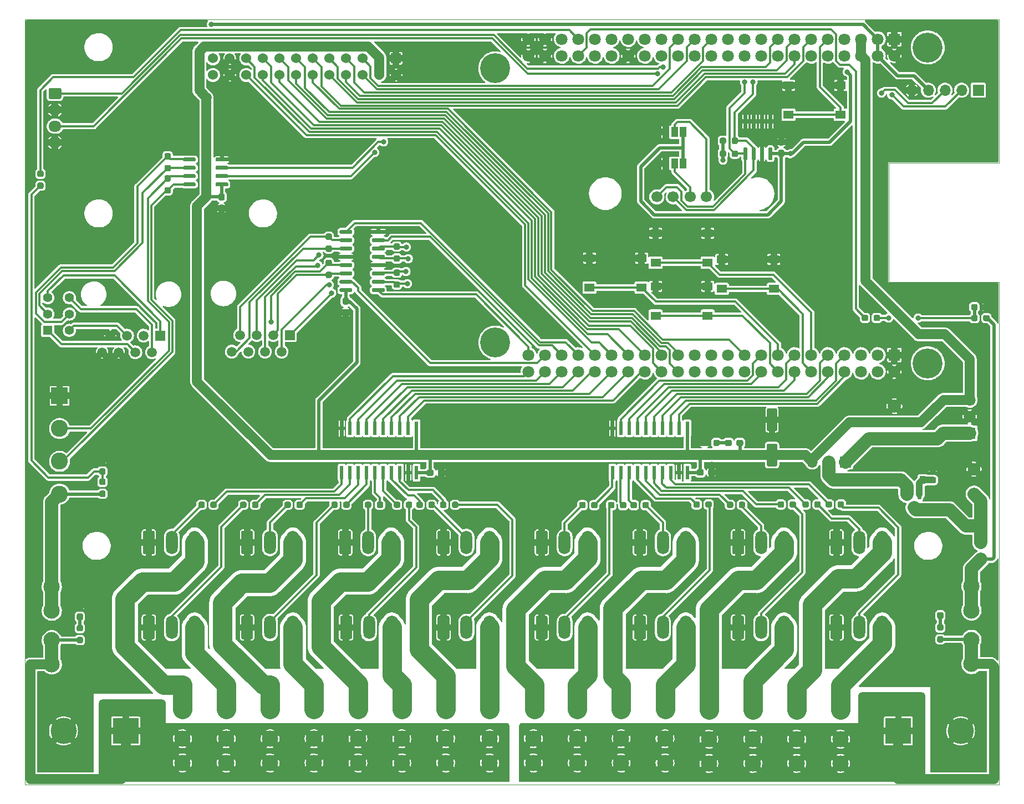
<source format=gbr>
G04 #@! TF.GenerationSoftware,KiCad,Pcbnew,(6.0.6)*
G04 #@! TF.CreationDate,2022-07-22T14:40:09-04:00*
G04 #@! TF.ProjectId,BBB_16,4242425f-3136-42e6-9b69-6361645f7063,v2*
G04 #@! TF.SameCoordinates,Original*
G04 #@! TF.FileFunction,Copper,L1,Top*
G04 #@! TF.FilePolarity,Positive*
%FSLAX46Y46*%
G04 Gerber Fmt 4.6, Leading zero omitted, Abs format (unit mm)*
G04 Created by KiCad (PCBNEW (6.0.6)) date 2022-07-22 14:40:09*
%MOMM*%
%LPD*%
G01*
G04 APERTURE LIST*
G04 #@! TA.AperFunction,Profile*
%ADD10C,0.050000*%
G04 #@! TD*
G04 #@! TA.AperFunction,ComponentPad*
%ADD11C,2.475000*%
G04 #@! TD*
G04 #@! TA.AperFunction,ComponentPad*
%ADD12O,1.800000X3.600000*%
G04 #@! TD*
G04 #@! TA.AperFunction,SMDPad,CuDef*
%ADD13R,0.900000X1.200000*%
G04 #@! TD*
G04 #@! TA.AperFunction,ComponentPad*
%ADD14R,1.700000X1.700000*%
G04 #@! TD*
G04 #@! TA.AperFunction,ComponentPad*
%ADD15O,1.700000X1.700000*%
G04 #@! TD*
G04 #@! TA.AperFunction,ComponentPad*
%ADD16C,1.700000*%
G04 #@! TD*
G04 #@! TA.AperFunction,SMDPad,CuDef*
%ADD17R,1.550000X1.300000*%
G04 #@! TD*
G04 #@! TA.AperFunction,SMDPad,CuDef*
%ADD18R,0.558800X2.159000*%
G04 #@! TD*
G04 #@! TA.AperFunction,ComponentPad*
%ADD19R,1.500000X1.500000*%
G04 #@! TD*
G04 #@! TA.AperFunction,ComponentPad*
%ADD20C,1.500000*%
G04 #@! TD*
G04 #@! TA.AperFunction,SMDPad,CuDef*
%ADD21R,1.000000X1.500000*%
G04 #@! TD*
G04 #@! TA.AperFunction,ComponentPad*
%ADD22R,4.000000X4.000000*%
G04 #@! TD*
G04 #@! TA.AperFunction,ComponentPad*
%ADD23C,4.000000*%
G04 #@! TD*
G04 #@! TA.AperFunction,ComponentPad*
%ADD24R,1.530000X1.530000*%
G04 #@! TD*
G04 #@! TA.AperFunction,ComponentPad*
%ADD25C,1.530000*%
G04 #@! TD*
G04 #@! TA.AperFunction,ComponentPad*
%ADD26R,1.800000X1.800000*%
G04 #@! TD*
G04 #@! TA.AperFunction,ComponentPad*
%ADD27C,1.800000*%
G04 #@! TD*
G04 #@! TA.AperFunction,ComponentPad*
%ADD28C,4.572000*%
G04 #@! TD*
G04 #@! TA.AperFunction,ComponentPad*
%ADD29O,1.950000X1.700000*%
G04 #@! TD*
G04 #@! TA.AperFunction,ComponentPad*
%ADD30C,1.904000*%
G04 #@! TD*
G04 #@! TA.AperFunction,ComponentPad*
%ADD31R,2.600000X2.600000*%
G04 #@! TD*
G04 #@! TA.AperFunction,ComponentPad*
%ADD32C,2.600000*%
G04 #@! TD*
G04 #@! TA.AperFunction,ComponentPad*
%ADD33R,1.400000X1.400000*%
G04 #@! TD*
G04 #@! TA.AperFunction,ComponentPad*
%ADD34C,1.400000*%
G04 #@! TD*
G04 #@! TA.AperFunction,ComponentPad*
%ADD35R,2.000000X2.000000*%
G04 #@! TD*
G04 #@! TA.AperFunction,ComponentPad*
%ADD36C,2.000000*%
G04 #@! TD*
G04 #@! TA.AperFunction,ViaPad*
%ADD37C,0.800000*%
G04 #@! TD*
G04 #@! TA.AperFunction,Conductor*
%ADD38C,0.500000*%
G04 #@! TD*
G04 #@! TA.AperFunction,Conductor*
%ADD39C,1.500000*%
G04 #@! TD*
G04 #@! TA.AperFunction,Conductor*
%ADD40C,2.000000*%
G04 #@! TD*
G04 #@! TA.AperFunction,Conductor*
%ADD41C,2.999999*%
G04 #@! TD*
G04 #@! TA.AperFunction,Conductor*
%ADD42C,3.000000*%
G04 #@! TD*
G04 #@! TA.AperFunction,Conductor*
%ADD43C,0.350000*%
G04 #@! TD*
G04 #@! TA.AperFunction,Conductor*
%ADD44C,1.000000*%
G04 #@! TD*
G04 #@! TA.AperFunction,Conductor*
%ADD45C,0.200000*%
G04 #@! TD*
G04 APERTURE END LIST*
D10*
X218967000Y-153599800D02*
X218967000Y-76799800D01*
X70167000Y-36699800D02*
X70167000Y-153615800D01*
X218967000Y-36699800D02*
X70167000Y-36699800D01*
X218967000Y-58599800D02*
X218967000Y-36699800D01*
X202067000Y-58599800D02*
X202067000Y-76799800D01*
X202067000Y-76799800D02*
X218967000Y-76799800D01*
X218967000Y-153599800D02*
X70167000Y-153615800D01*
X218967000Y-58599800D02*
X202067000Y-58599800D01*
G04 #@! TA.AperFunction,SMDPad,CuDef*
G36*
G01*
X131492000Y-106187300D02*
X131492000Y-105712300D01*
G75*
G02*
X131729500Y-105474800I237500J0D01*
G01*
X132329500Y-105474800D01*
G75*
G02*
X132567000Y-105712300I0J-237500D01*
G01*
X132567000Y-106187300D01*
G75*
G02*
X132329500Y-106424800I-237500J0D01*
G01*
X131729500Y-106424800D01*
G75*
G02*
X131492000Y-106187300I0J237500D01*
G01*
G37*
G04 #@! TD.AperFunction*
G04 #@! TA.AperFunction,SMDPad,CuDef*
G36*
G01*
X133217000Y-106187300D02*
X133217000Y-105712300D01*
G75*
G02*
X133454500Y-105474800I237500J0D01*
G01*
X134054500Y-105474800D01*
G75*
G02*
X134292000Y-105712300I0J-237500D01*
G01*
X134292000Y-106187300D01*
G75*
G02*
X134054500Y-106424800I-237500J0D01*
G01*
X133454500Y-106424800D01*
G75*
G02*
X133217000Y-106187300I0J237500D01*
G01*
G37*
G04 #@! TD.AperFunction*
D11*
X74282600Y-135238600D03*
X74282600Y-131538600D03*
X74282600Y-127038600D03*
X74282600Y-123338600D03*
G04 #@! TA.AperFunction,ComponentPad*
G36*
G01*
X88200000Y-131150000D02*
X88200000Y-128050000D01*
G75*
G02*
X88450000Y-127800000I250000J0D01*
G01*
X89750000Y-127800000D01*
G75*
G02*
X90000000Y-128050000I0J-250000D01*
G01*
X90000000Y-131150000D01*
G75*
G02*
X89750000Y-131400000I-250000J0D01*
G01*
X88450000Y-131400000D01*
G75*
G02*
X88200000Y-131150000I0J250000D01*
G01*
G37*
G04 #@! TD.AperFunction*
D12*
X92600000Y-129600000D03*
X96100000Y-129600000D03*
G04 #@! TA.AperFunction,ComponentPad*
G36*
G01*
X118200000Y-118150000D02*
X118200000Y-115050000D01*
G75*
G02*
X118450000Y-114800000I250000J0D01*
G01*
X119750000Y-114800000D01*
G75*
G02*
X120000000Y-115050000I0J-250000D01*
G01*
X120000000Y-118150000D01*
G75*
G02*
X119750000Y-118400000I-250000J0D01*
G01*
X118450000Y-118400000D01*
G75*
G02*
X118200000Y-118150000I0J250000D01*
G01*
G37*
G04 #@! TD.AperFunction*
X122600000Y-116600000D03*
X126100000Y-116600000D03*
G04 #@! TA.AperFunction,ComponentPad*
G36*
G01*
X118314342Y-131150000D02*
X118314342Y-128050000D01*
G75*
G02*
X118564342Y-127800000I250000J0D01*
G01*
X119864342Y-127800000D01*
G75*
G02*
X120114342Y-128050000I0J-250000D01*
G01*
X120114342Y-131150000D01*
G75*
G02*
X119864342Y-131400000I-250000J0D01*
G01*
X118564342Y-131400000D01*
G75*
G02*
X118314342Y-131150000I0J250000D01*
G01*
G37*
G04 #@! TD.AperFunction*
X122714342Y-129600000D03*
X126214342Y-129600000D03*
G04 #@! TA.AperFunction,ComponentPad*
G36*
G01*
X133200000Y-118150000D02*
X133200000Y-115050000D01*
G75*
G02*
X133450000Y-114800000I250000J0D01*
G01*
X134750000Y-114800000D01*
G75*
G02*
X135000000Y-115050000I0J-250000D01*
G01*
X135000000Y-118150000D01*
G75*
G02*
X134750000Y-118400000I-250000J0D01*
G01*
X133450000Y-118400000D01*
G75*
G02*
X133200000Y-118150000I0J250000D01*
G01*
G37*
G04 #@! TD.AperFunction*
X137600000Y-116600000D03*
X141100000Y-116600000D03*
G04 #@! TA.AperFunction,ComponentPad*
G36*
G01*
X133200000Y-131150000D02*
X133200000Y-128050000D01*
G75*
G02*
X133450000Y-127800000I250000J0D01*
G01*
X134750000Y-127800000D01*
G75*
G02*
X135000000Y-128050000I0J-250000D01*
G01*
X135000000Y-131150000D01*
G75*
G02*
X134750000Y-131400000I-250000J0D01*
G01*
X133450000Y-131400000D01*
G75*
G02*
X133200000Y-131150000I0J250000D01*
G01*
G37*
G04 #@! TD.AperFunction*
X137600000Y-129600000D03*
X141100000Y-129600000D03*
G04 #@! TA.AperFunction,ComponentPad*
G36*
G01*
X148200000Y-118150000D02*
X148200000Y-115050000D01*
G75*
G02*
X148450000Y-114800000I250000J0D01*
G01*
X149750000Y-114800000D01*
G75*
G02*
X150000000Y-115050000I0J-250000D01*
G01*
X150000000Y-118150000D01*
G75*
G02*
X149750000Y-118400000I-250000J0D01*
G01*
X148450000Y-118400000D01*
G75*
G02*
X148200000Y-118150000I0J250000D01*
G01*
G37*
G04 #@! TD.AperFunction*
X152600000Y-116600000D03*
X156100000Y-116600000D03*
G04 #@! TA.AperFunction,ComponentPad*
G36*
G01*
X148200000Y-131150000D02*
X148200000Y-128050000D01*
G75*
G02*
X148450000Y-127800000I250000J0D01*
G01*
X149750000Y-127800000D01*
G75*
G02*
X150000000Y-128050000I0J-250000D01*
G01*
X150000000Y-131150000D01*
G75*
G02*
X149750000Y-131400000I-250000J0D01*
G01*
X148450000Y-131400000D01*
G75*
G02*
X148200000Y-131150000I0J250000D01*
G01*
G37*
G04 #@! TD.AperFunction*
X152600000Y-129600000D03*
X156100000Y-129600000D03*
G04 #@! TA.AperFunction,ComponentPad*
G36*
G01*
X163200000Y-118150000D02*
X163200000Y-115050000D01*
G75*
G02*
X163450000Y-114800000I250000J0D01*
G01*
X164750000Y-114800000D01*
G75*
G02*
X165000000Y-115050000I0J-250000D01*
G01*
X165000000Y-118150000D01*
G75*
G02*
X164750000Y-118400000I-250000J0D01*
G01*
X163450000Y-118400000D01*
G75*
G02*
X163200000Y-118150000I0J250000D01*
G01*
G37*
G04 #@! TD.AperFunction*
X167600000Y-116600000D03*
X171100000Y-116600000D03*
G04 #@! TA.AperFunction,ComponentPad*
G36*
G01*
X163200000Y-131150000D02*
X163200000Y-128050000D01*
G75*
G02*
X163450000Y-127800000I250000J0D01*
G01*
X164750000Y-127800000D01*
G75*
G02*
X165000000Y-128050000I0J-250000D01*
G01*
X165000000Y-131150000D01*
G75*
G02*
X164750000Y-131400000I-250000J0D01*
G01*
X163450000Y-131400000D01*
G75*
G02*
X163200000Y-131150000I0J250000D01*
G01*
G37*
G04 #@! TD.AperFunction*
X167600000Y-129600000D03*
X171100000Y-129600000D03*
G04 #@! TA.AperFunction,ComponentPad*
G36*
G01*
X178200000Y-118150000D02*
X178200000Y-115050000D01*
G75*
G02*
X178450000Y-114800000I250000J0D01*
G01*
X179750000Y-114800000D01*
G75*
G02*
X180000000Y-115050000I0J-250000D01*
G01*
X180000000Y-118150000D01*
G75*
G02*
X179750000Y-118400000I-250000J0D01*
G01*
X178450000Y-118400000D01*
G75*
G02*
X178200000Y-118150000I0J250000D01*
G01*
G37*
G04 #@! TD.AperFunction*
X182600000Y-116600000D03*
X186100000Y-116600000D03*
G04 #@! TA.AperFunction,ComponentPad*
G36*
G01*
X178200000Y-131150000D02*
X178200000Y-128050000D01*
G75*
G02*
X178450000Y-127800000I250000J0D01*
G01*
X179750000Y-127800000D01*
G75*
G02*
X180000000Y-128050000I0J-250000D01*
G01*
X180000000Y-131150000D01*
G75*
G02*
X179750000Y-131400000I-250000J0D01*
G01*
X178450000Y-131400000D01*
G75*
G02*
X178200000Y-131150000I0J250000D01*
G01*
G37*
G04 #@! TD.AperFunction*
X182600000Y-129600000D03*
X186100000Y-129600000D03*
G04 #@! TA.AperFunction,ComponentPad*
G36*
G01*
X193200000Y-118150000D02*
X193200000Y-115050000D01*
G75*
G02*
X193450000Y-114800000I250000J0D01*
G01*
X194750000Y-114800000D01*
G75*
G02*
X195000000Y-115050000I0J-250000D01*
G01*
X195000000Y-118150000D01*
G75*
G02*
X194750000Y-118400000I-250000J0D01*
G01*
X193450000Y-118400000D01*
G75*
G02*
X193200000Y-118150000I0J250000D01*
G01*
G37*
G04 #@! TD.AperFunction*
X197600000Y-116600000D03*
X201100000Y-116600000D03*
G04 #@! TA.AperFunction,ComponentPad*
G36*
G01*
X193200000Y-131150000D02*
X193200000Y-128050000D01*
G75*
G02*
X193450000Y-127800000I250000J0D01*
G01*
X194750000Y-127800000D01*
G75*
G02*
X195000000Y-128050000I0J-250000D01*
G01*
X195000000Y-131150000D01*
G75*
G02*
X194750000Y-131400000I-250000J0D01*
G01*
X193450000Y-131400000D01*
G75*
G02*
X193200000Y-131150000I0J250000D01*
G01*
G37*
G04 #@! TD.AperFunction*
X197600000Y-129600000D03*
X201100000Y-129600000D03*
D11*
X94222600Y-150288600D03*
X94222600Y-146588600D03*
X94222600Y-142088600D03*
X94222600Y-138388600D03*
X134425198Y-150298600D03*
X134425198Y-146598600D03*
X134425198Y-142098600D03*
X134425198Y-138398600D03*
X181328229Y-150363600D03*
X181328229Y-146663600D03*
X181328229Y-142163600D03*
X181328229Y-138463600D03*
G04 #@! TA.AperFunction,SMDPad,CuDef*
G36*
G01*
X172767000Y-106137300D02*
X172767000Y-105662300D01*
G75*
G02*
X173004500Y-105424800I237500J0D01*
G01*
X173604500Y-105424800D01*
G75*
G02*
X173842000Y-105662300I0J-237500D01*
G01*
X173842000Y-106137300D01*
G75*
G02*
X173604500Y-106374800I-237500J0D01*
G01*
X173004500Y-106374800D01*
G75*
G02*
X172767000Y-106137300I0J237500D01*
G01*
G37*
G04 #@! TD.AperFunction*
G04 #@! TA.AperFunction,SMDPad,CuDef*
G36*
G01*
X174492000Y-106137300D02*
X174492000Y-105662300D01*
G75*
G02*
X174729500Y-105424800I237500J0D01*
G01*
X175329500Y-105424800D01*
G75*
G02*
X175567000Y-105662300I0J-237500D01*
G01*
X175567000Y-106137300D01*
G75*
G02*
X175329500Y-106374800I-237500J0D01*
G01*
X174729500Y-106374800D01*
G75*
G02*
X174492000Y-106137300I0J237500D01*
G01*
G37*
G04 #@! TD.AperFunction*
X100923033Y-150303600D03*
X100923033Y-146603600D03*
X100923033Y-142103600D03*
X100923033Y-138403600D03*
X127724765Y-150298600D03*
X127724765Y-146598600D03*
X127724765Y-142098600D03*
X127724765Y-138398600D03*
X141125631Y-150298600D03*
X141125631Y-146598600D03*
X141125631Y-142098600D03*
X141125631Y-138398600D03*
X147826064Y-150298600D03*
X147826064Y-146598600D03*
X147826064Y-142098600D03*
X147826064Y-138398600D03*
X154526497Y-150298600D03*
X154526497Y-146598600D03*
X154526497Y-142098600D03*
X154526497Y-138398600D03*
X194729100Y-150363600D03*
X194729100Y-146663600D03*
X194729100Y-142163600D03*
X194729100Y-138463600D03*
X121024332Y-150298600D03*
X121024332Y-146598600D03*
X121024332Y-142098600D03*
X121024332Y-138398600D03*
X107623466Y-150303600D03*
X107623466Y-146603600D03*
X107623466Y-142103600D03*
X107623466Y-138403600D03*
X174627796Y-150363600D03*
X174627796Y-146663600D03*
X174627796Y-142163600D03*
X174627796Y-138463600D03*
X161226930Y-150298600D03*
X161226930Y-146598600D03*
X161226930Y-142098600D03*
X161226930Y-138398600D03*
X114323899Y-150303600D03*
X114323899Y-146603600D03*
X114323899Y-142103600D03*
X114323899Y-138403600D03*
G04 #@! TA.AperFunction,ComponentPad*
G36*
G01*
X88200000Y-118150000D02*
X88200000Y-115050000D01*
G75*
G02*
X88450000Y-114800000I250000J0D01*
G01*
X89750000Y-114800000D01*
G75*
G02*
X90000000Y-115050000I0J-250000D01*
G01*
X90000000Y-118150000D01*
G75*
G02*
X89750000Y-118400000I-250000J0D01*
G01*
X88450000Y-118400000D01*
G75*
G02*
X88200000Y-118150000I0J250000D01*
G01*
G37*
G04 #@! TD.AperFunction*
D12*
X92600000Y-116600000D03*
X96100000Y-116600000D03*
G04 #@! TA.AperFunction,ComponentPad*
G36*
G01*
X103200000Y-118150000D02*
X103200000Y-115050000D01*
G75*
G02*
X103450000Y-114800000I250000J0D01*
G01*
X104750000Y-114800000D01*
G75*
G02*
X105000000Y-115050000I0J-250000D01*
G01*
X105000000Y-118150000D01*
G75*
G02*
X104750000Y-118400000I-250000J0D01*
G01*
X103450000Y-118400000D01*
G75*
G02*
X103200000Y-118150000I0J250000D01*
G01*
G37*
G04 #@! TD.AperFunction*
X107600000Y-116600000D03*
X111100000Y-116600000D03*
G04 #@! TA.AperFunction,ComponentPad*
G36*
G01*
X103200000Y-131150000D02*
X103200000Y-128050000D01*
G75*
G02*
X103450000Y-127800000I250000J0D01*
G01*
X104750000Y-127800000D01*
G75*
G02*
X105000000Y-128050000I0J-250000D01*
G01*
X105000000Y-131150000D01*
G75*
G02*
X104750000Y-131400000I-250000J0D01*
G01*
X103450000Y-131400000D01*
G75*
G02*
X103200000Y-131150000I0J250000D01*
G01*
G37*
G04 #@! TD.AperFunction*
X107600000Y-129600000D03*
X111100000Y-129600000D03*
D13*
X203967000Y-107049800D03*
X207267000Y-107049800D03*
G04 #@! TA.AperFunction,SMDPad,CuDef*
G36*
G01*
X92204500Y-59899800D02*
X91729500Y-59899800D01*
G75*
G02*
X91492000Y-59662300I0J237500D01*
G01*
X91492000Y-59162300D01*
G75*
G02*
X91729500Y-58924800I237500J0D01*
G01*
X92204500Y-58924800D01*
G75*
G02*
X92442000Y-59162300I0J-237500D01*
G01*
X92442000Y-59662300D01*
G75*
G02*
X92204500Y-59899800I-237500J0D01*
G01*
G37*
G04 #@! TD.AperFunction*
G04 #@! TA.AperFunction,SMDPad,CuDef*
G36*
G01*
X92204500Y-58074800D02*
X91729500Y-58074800D01*
G75*
G02*
X91492000Y-57837300I0J237500D01*
G01*
X91492000Y-57337300D01*
G75*
G02*
X91729500Y-57099800I237500J0D01*
G01*
X92204500Y-57099800D01*
G75*
G02*
X92442000Y-57337300I0J-237500D01*
G01*
X92442000Y-57837300D01*
G75*
G02*
X92204500Y-58074800I-237500J0D01*
G01*
G37*
G04 #@! TD.AperFunction*
G04 #@! TA.AperFunction,SMDPad,CuDef*
G36*
G01*
X92204500Y-63299800D02*
X91729500Y-63299800D01*
G75*
G02*
X91492000Y-63062300I0J237500D01*
G01*
X91492000Y-62562300D01*
G75*
G02*
X91729500Y-62324800I237500J0D01*
G01*
X92204500Y-62324800D01*
G75*
G02*
X92442000Y-62562300I0J-237500D01*
G01*
X92442000Y-63062300D01*
G75*
G02*
X92204500Y-63299800I-237500J0D01*
G01*
G37*
G04 #@! TD.AperFunction*
G04 #@! TA.AperFunction,SMDPad,CuDef*
G36*
G01*
X92204500Y-61474800D02*
X91729500Y-61474800D01*
G75*
G02*
X91492000Y-61237300I0J237500D01*
G01*
X91492000Y-60737300D01*
G75*
G02*
X91729500Y-60499800I237500J0D01*
G01*
X92204500Y-60499800D01*
G75*
G02*
X92442000Y-60737300I0J-237500D01*
G01*
X92442000Y-61237300D01*
G75*
G02*
X92204500Y-61474800I-237500J0D01*
G01*
G37*
G04 #@! TD.AperFunction*
D14*
X215767000Y-47499800D03*
D15*
X213227000Y-47499800D03*
X210687000Y-47499800D03*
X208147000Y-47499800D03*
X205607000Y-47499800D03*
D11*
X188028662Y-150363600D03*
X188028662Y-146663600D03*
X188028662Y-142163600D03*
X188028662Y-138463600D03*
X167927363Y-150298600D03*
X167927363Y-146598600D03*
X167927363Y-142098600D03*
X167927363Y-138398600D03*
D16*
X166667000Y-63799800D03*
X169167000Y-63799800D03*
X171767000Y-63799800D03*
X174267000Y-63799800D03*
G04 #@! TA.AperFunction,SMDPad,CuDef*
G36*
G01*
X78329500Y-125699800D02*
X78804500Y-125699800D01*
G75*
G02*
X79042000Y-125937300I0J-237500D01*
G01*
X79042000Y-126512300D01*
G75*
G02*
X78804500Y-126749800I-237500J0D01*
G01*
X78329500Y-126749800D01*
G75*
G02*
X78092000Y-126512300I0J237500D01*
G01*
X78092000Y-125937300D01*
G75*
G02*
X78329500Y-125699800I237500J0D01*
G01*
G37*
G04 #@! TD.AperFunction*
G04 #@! TA.AperFunction,SMDPad,CuDef*
G36*
G01*
X78329500Y-127449800D02*
X78804500Y-127449800D01*
G75*
G02*
X79042000Y-127687300I0J-237500D01*
G01*
X79042000Y-128262300D01*
G75*
G02*
X78804500Y-128499800I-237500J0D01*
G01*
X78329500Y-128499800D01*
G75*
G02*
X78092000Y-128262300I0J237500D01*
G01*
X78092000Y-127687300D01*
G75*
G02*
X78329500Y-127449800I237500J0D01*
G01*
G37*
G04 #@! TD.AperFunction*
G04 #@! TA.AperFunction,SMDPad,CuDef*
G36*
G01*
X209729500Y-125499800D02*
X210204500Y-125499800D01*
G75*
G02*
X210442000Y-125737300I0J-237500D01*
G01*
X210442000Y-126312300D01*
G75*
G02*
X210204500Y-126549800I-237500J0D01*
G01*
X209729500Y-126549800D01*
G75*
G02*
X209492000Y-126312300I0J237500D01*
G01*
X209492000Y-125737300D01*
G75*
G02*
X209729500Y-125499800I237500J0D01*
G01*
G37*
G04 #@! TD.AperFunction*
G04 #@! TA.AperFunction,SMDPad,CuDef*
G36*
G01*
X209729500Y-127249800D02*
X210204500Y-127249800D01*
G75*
G02*
X210442000Y-127487300I0J-237500D01*
G01*
X210442000Y-128062300D01*
G75*
G02*
X210204500Y-128299800I-237500J0D01*
G01*
X209729500Y-128299800D01*
G75*
G02*
X209492000Y-128062300I0J237500D01*
G01*
X209492000Y-127487300D01*
G75*
G02*
X209729500Y-127249800I237500J0D01*
G01*
G37*
G04 #@! TD.AperFunction*
G04 #@! TA.AperFunction,SMDPad,CuDef*
G36*
G01*
X78329500Y-129199800D02*
X78804500Y-129199800D01*
G75*
G02*
X79042000Y-129437300I0J-237500D01*
G01*
X79042000Y-129937300D01*
G75*
G02*
X78804500Y-130174800I-237500J0D01*
G01*
X78329500Y-130174800D01*
G75*
G02*
X78092000Y-129937300I0J237500D01*
G01*
X78092000Y-129437300D01*
G75*
G02*
X78329500Y-129199800I237500J0D01*
G01*
G37*
G04 #@! TD.AperFunction*
G04 #@! TA.AperFunction,SMDPad,CuDef*
G36*
G01*
X78329500Y-131024800D02*
X78804500Y-131024800D01*
G75*
G02*
X79042000Y-131262300I0J-237500D01*
G01*
X79042000Y-131762300D01*
G75*
G02*
X78804500Y-131999800I-237500J0D01*
G01*
X78329500Y-131999800D01*
G75*
G02*
X78092000Y-131762300I0J237500D01*
G01*
X78092000Y-131262300D01*
G75*
G02*
X78329500Y-131024800I237500J0D01*
G01*
G37*
G04 #@! TD.AperFunction*
G04 #@! TA.AperFunction,SMDPad,CuDef*
G36*
G01*
X209729500Y-129099800D02*
X210204500Y-129099800D01*
G75*
G02*
X210442000Y-129337300I0J-237500D01*
G01*
X210442000Y-129837300D01*
G75*
G02*
X210204500Y-130074800I-237500J0D01*
G01*
X209729500Y-130074800D01*
G75*
G02*
X209492000Y-129837300I0J237500D01*
G01*
X209492000Y-129337300D01*
G75*
G02*
X209729500Y-129099800I237500J0D01*
G01*
G37*
G04 #@! TD.AperFunction*
G04 #@! TA.AperFunction,SMDPad,CuDef*
G36*
G01*
X209729500Y-130924800D02*
X210204500Y-130924800D01*
G75*
G02*
X210442000Y-131162300I0J-237500D01*
G01*
X210442000Y-131662300D01*
G75*
G02*
X210204500Y-131899800I-237500J0D01*
G01*
X209729500Y-131899800D01*
G75*
G02*
X209492000Y-131662300I0J237500D01*
G01*
X209492000Y-131162300D01*
G75*
G02*
X209729500Y-130924800I237500J0D01*
G01*
G37*
G04 #@! TD.AperFunction*
G04 #@! TA.AperFunction,SMDPad,CuDef*
G36*
G01*
X177067000Y-101637300D02*
X177067000Y-101162300D01*
G75*
G02*
X177304500Y-100924800I237500J0D01*
G01*
X177879500Y-100924800D01*
G75*
G02*
X178117000Y-101162300I0J-237500D01*
G01*
X178117000Y-101637300D01*
G75*
G02*
X177879500Y-101874800I-237500J0D01*
G01*
X177304500Y-101874800D01*
G75*
G02*
X177067000Y-101637300I0J237500D01*
G01*
G37*
G04 #@! TD.AperFunction*
G04 #@! TA.AperFunction,SMDPad,CuDef*
G36*
G01*
X178817000Y-101637300D02*
X178817000Y-101162300D01*
G75*
G02*
X179054500Y-100924800I237500J0D01*
G01*
X179629500Y-100924800D01*
G75*
G02*
X179867000Y-101162300I0J-237500D01*
G01*
X179867000Y-101637300D01*
G75*
G02*
X179629500Y-101874800I-237500J0D01*
G01*
X179054500Y-101874800D01*
G75*
G02*
X178817000Y-101637300I0J237500D01*
G01*
G37*
G04 #@! TD.AperFunction*
D11*
X214726000Y-135181800D03*
X214726000Y-131481800D03*
X214726000Y-126981800D03*
X214726000Y-123281800D03*
G04 #@! TA.AperFunction,SMDPad,CuDef*
G36*
G01*
X179077000Y-54982300D02*
X179077000Y-55457300D01*
G75*
G02*
X178839500Y-55694800I-237500J0D01*
G01*
X178339500Y-55694800D01*
G75*
G02*
X178102000Y-55457300I0J237500D01*
G01*
X178102000Y-54982300D01*
G75*
G02*
X178339500Y-54744800I237500J0D01*
G01*
X178839500Y-54744800D01*
G75*
G02*
X179077000Y-54982300I0J-237500D01*
G01*
G37*
G04 #@! TD.AperFunction*
G04 #@! TA.AperFunction,SMDPad,CuDef*
G36*
G01*
X177252000Y-54982300D02*
X177252000Y-55457300D01*
G75*
G02*
X177014500Y-55694800I-237500J0D01*
G01*
X176514500Y-55694800D01*
G75*
G02*
X176277000Y-55457300I0J237500D01*
G01*
X176277000Y-54982300D01*
G75*
G02*
X176514500Y-54744800I237500J0D01*
G01*
X177014500Y-54744800D01*
G75*
G02*
X177252000Y-54982300I0J-237500D01*
G01*
G37*
G04 #@! TD.AperFunction*
G04 #@! TA.AperFunction,SMDPad,CuDef*
G36*
G01*
X99979500Y-63274800D02*
X100454500Y-63274800D01*
G75*
G02*
X100692000Y-63512300I0J-237500D01*
G01*
X100692000Y-64112300D01*
G75*
G02*
X100454500Y-64349800I-237500J0D01*
G01*
X99979500Y-64349800D01*
G75*
G02*
X99742000Y-64112300I0J237500D01*
G01*
X99742000Y-63512300D01*
G75*
G02*
X99979500Y-63274800I237500J0D01*
G01*
G37*
G04 #@! TD.AperFunction*
G04 #@! TA.AperFunction,SMDPad,CuDef*
G36*
G01*
X99979500Y-64999800D02*
X100454500Y-64999800D01*
G75*
G02*
X100692000Y-65237300I0J-237500D01*
G01*
X100692000Y-65837300D01*
G75*
G02*
X100454500Y-66074800I-237500J0D01*
G01*
X99979500Y-66074800D01*
G75*
G02*
X99742000Y-65837300I0J237500D01*
G01*
X99742000Y-65237300D01*
G75*
G02*
X99979500Y-64999800I237500J0D01*
G01*
G37*
G04 #@! TD.AperFunction*
D17*
X186792000Y-46749800D03*
X194742000Y-46749800D03*
X186792000Y-51249800D03*
X194742000Y-51249800D03*
D18*
X171332000Y-99171600D03*
X170062000Y-99171600D03*
X168792000Y-99171600D03*
X167522000Y-99171600D03*
X166252000Y-99171600D03*
X164982000Y-99171600D03*
X163712000Y-99171600D03*
X162442000Y-99171600D03*
X161172000Y-99171600D03*
X159902000Y-99171600D03*
X159902000Y-105928000D03*
X161172000Y-105928000D03*
X162442000Y-105928000D03*
X163712000Y-105928000D03*
X164982000Y-105928000D03*
X166252000Y-105928000D03*
X167522000Y-105928000D03*
X168792000Y-105928000D03*
X170062000Y-105928000D03*
X171332000Y-105928000D03*
G04 #@! TA.AperFunction,SMDPad,CuDef*
G36*
G01*
X185914500Y-57682300D02*
X185439500Y-57682300D01*
G75*
G02*
X185202000Y-57444800I0J237500D01*
G01*
X185202000Y-56844800D01*
G75*
G02*
X185439500Y-56607300I237500J0D01*
G01*
X185914500Y-56607300D01*
G75*
G02*
X186152000Y-56844800I0J-237500D01*
G01*
X186152000Y-57444800D01*
G75*
G02*
X185914500Y-57682300I-237500J0D01*
G01*
G37*
G04 #@! TD.AperFunction*
G04 #@! TA.AperFunction,SMDPad,CuDef*
G36*
G01*
X185914500Y-55957300D02*
X185439500Y-55957300D01*
G75*
G02*
X185202000Y-55719800I0J237500D01*
G01*
X185202000Y-55119800D01*
G75*
G02*
X185439500Y-54882300I237500J0D01*
G01*
X185914500Y-54882300D01*
G75*
G02*
X186152000Y-55119800I0J-237500D01*
G01*
X186152000Y-55719800D01*
G75*
G02*
X185914500Y-55957300I-237500J0D01*
G01*
G37*
G04 #@! TD.AperFunction*
G04 #@! TA.AperFunction,SMDPad,CuDef*
G36*
G01*
X179077000Y-56962300D02*
X179077000Y-57437300D01*
G75*
G02*
X178839500Y-57674800I-237500J0D01*
G01*
X178339500Y-57674800D01*
G75*
G02*
X178102000Y-57437300I0J237500D01*
G01*
X178102000Y-56962300D01*
G75*
G02*
X178339500Y-56724800I237500J0D01*
G01*
X178839500Y-56724800D01*
G75*
G02*
X179077000Y-56962300I0J-237500D01*
G01*
G37*
G04 #@! TD.AperFunction*
G04 #@! TA.AperFunction,SMDPad,CuDef*
G36*
G01*
X177252000Y-56962300D02*
X177252000Y-57437300D01*
G75*
G02*
X177014500Y-57674800I-237500J0D01*
G01*
X176514500Y-57674800D01*
G75*
G02*
X176277000Y-57437300I0J237500D01*
G01*
X176277000Y-56962300D01*
G75*
G02*
X176514500Y-56724800I237500J0D01*
G01*
X177014500Y-56724800D01*
G75*
G02*
X177252000Y-56962300I0J-237500D01*
G01*
G37*
G04 #@! TD.AperFunction*
G04 #@! TA.AperFunction,SMDPad,CuDef*
G36*
G01*
X183862000Y-51279800D02*
X184162000Y-51279800D01*
G75*
G02*
X184312000Y-51429800I0J-150000D01*
G01*
X184312000Y-53079800D01*
G75*
G02*
X184162000Y-53229800I-150000J0D01*
G01*
X183862000Y-53229800D01*
G75*
G02*
X183712000Y-53079800I0J150000D01*
G01*
X183712000Y-51429800D01*
G75*
G02*
X183862000Y-51279800I150000J0D01*
G01*
G37*
G04 #@! TD.AperFunction*
G04 #@! TA.AperFunction,SMDPad,CuDef*
G36*
G01*
X182592000Y-51279800D02*
X182892000Y-51279800D01*
G75*
G02*
X183042000Y-51429800I0J-150000D01*
G01*
X183042000Y-53079800D01*
G75*
G02*
X182892000Y-53229800I-150000J0D01*
G01*
X182592000Y-53229800D01*
G75*
G02*
X182442000Y-53079800I0J150000D01*
G01*
X182442000Y-51429800D01*
G75*
G02*
X182592000Y-51279800I150000J0D01*
G01*
G37*
G04 #@! TD.AperFunction*
G04 #@! TA.AperFunction,SMDPad,CuDef*
G36*
G01*
X181322000Y-51279800D02*
X181622000Y-51279800D01*
G75*
G02*
X181772000Y-51429800I0J-150000D01*
G01*
X181772000Y-53079800D01*
G75*
G02*
X181622000Y-53229800I-150000J0D01*
G01*
X181322000Y-53229800D01*
G75*
G02*
X181172000Y-53079800I0J150000D01*
G01*
X181172000Y-51429800D01*
G75*
G02*
X181322000Y-51279800I150000J0D01*
G01*
G37*
G04 #@! TD.AperFunction*
G04 #@! TA.AperFunction,SMDPad,CuDef*
G36*
G01*
X180052000Y-51279800D02*
X180352000Y-51279800D01*
G75*
G02*
X180502000Y-51429800I0J-150000D01*
G01*
X180502000Y-53079800D01*
G75*
G02*
X180352000Y-53229800I-150000J0D01*
G01*
X180052000Y-53229800D01*
G75*
G02*
X179902000Y-53079800I0J150000D01*
G01*
X179902000Y-51429800D01*
G75*
G02*
X180052000Y-51279800I150000J0D01*
G01*
G37*
G04 #@! TD.AperFunction*
G04 #@! TA.AperFunction,SMDPad,CuDef*
G36*
G01*
X180052000Y-56229800D02*
X180352000Y-56229800D01*
G75*
G02*
X180502000Y-56379800I0J-150000D01*
G01*
X180502000Y-58029800D01*
G75*
G02*
X180352000Y-58179800I-150000J0D01*
G01*
X180052000Y-58179800D01*
G75*
G02*
X179902000Y-58029800I0J150000D01*
G01*
X179902000Y-56379800D01*
G75*
G02*
X180052000Y-56229800I150000J0D01*
G01*
G37*
G04 #@! TD.AperFunction*
G04 #@! TA.AperFunction,SMDPad,CuDef*
G36*
G01*
X181322000Y-56229800D02*
X181622000Y-56229800D01*
G75*
G02*
X181772000Y-56379800I0J-150000D01*
G01*
X181772000Y-58029800D01*
G75*
G02*
X181622000Y-58179800I-150000J0D01*
G01*
X181322000Y-58179800D01*
G75*
G02*
X181172000Y-58029800I0J150000D01*
G01*
X181172000Y-56379800D01*
G75*
G02*
X181322000Y-56229800I150000J0D01*
G01*
G37*
G04 #@! TD.AperFunction*
G04 #@! TA.AperFunction,SMDPad,CuDef*
G36*
G01*
X182592000Y-56229800D02*
X182892000Y-56229800D01*
G75*
G02*
X183042000Y-56379800I0J-150000D01*
G01*
X183042000Y-58029800D01*
G75*
G02*
X182892000Y-58179800I-150000J0D01*
G01*
X182592000Y-58179800D01*
G75*
G02*
X182442000Y-58029800I0J150000D01*
G01*
X182442000Y-56379800D01*
G75*
G02*
X182592000Y-56229800I150000J0D01*
G01*
G37*
G04 #@! TD.AperFunction*
G04 #@! TA.AperFunction,SMDPad,CuDef*
G36*
G01*
X183862000Y-56229800D02*
X184162000Y-56229800D01*
G75*
G02*
X184312000Y-56379800I0J-150000D01*
G01*
X184312000Y-58029800D01*
G75*
G02*
X184162000Y-58179800I-150000J0D01*
G01*
X183862000Y-58179800D01*
G75*
G02*
X183712000Y-58029800I0J150000D01*
G01*
X183712000Y-56379800D01*
G75*
G02*
X183862000Y-56229800I150000J0D01*
G01*
G37*
G04 #@! TD.AperFunction*
X129982000Y-99171600D03*
X128712000Y-99171600D03*
X127442000Y-99171600D03*
X126172000Y-99171600D03*
X124902000Y-99171600D03*
X123632000Y-99171600D03*
X122362000Y-99171600D03*
X121092000Y-99171600D03*
X119822000Y-99171600D03*
X118552000Y-99171600D03*
X118552000Y-105928000D03*
X119822000Y-105928000D03*
X121092000Y-105928000D03*
X122362000Y-105928000D03*
X123632000Y-105928000D03*
X124902000Y-105928000D03*
X126172000Y-105928000D03*
X127442000Y-105928000D03*
X128712000Y-105928000D03*
X129982000Y-105928000D03*
G04 #@! TA.AperFunction,SMDPad,CuDef*
G36*
G01*
X101217000Y-61754800D02*
X101217000Y-62054800D01*
G75*
G02*
X101067000Y-62204800I-150000J0D01*
G01*
X99417000Y-62204800D01*
G75*
G02*
X99267000Y-62054800I0J150000D01*
G01*
X99267000Y-61754800D01*
G75*
G02*
X99417000Y-61604800I150000J0D01*
G01*
X101067000Y-61604800D01*
G75*
G02*
X101217000Y-61754800I0J-150000D01*
G01*
G37*
G04 #@! TD.AperFunction*
G04 #@! TA.AperFunction,SMDPad,CuDef*
G36*
G01*
X101217000Y-60484800D02*
X101217000Y-60784800D01*
G75*
G02*
X101067000Y-60934800I-150000J0D01*
G01*
X99417000Y-60934800D01*
G75*
G02*
X99267000Y-60784800I0J150000D01*
G01*
X99267000Y-60484800D01*
G75*
G02*
X99417000Y-60334800I150000J0D01*
G01*
X101067000Y-60334800D01*
G75*
G02*
X101217000Y-60484800I0J-150000D01*
G01*
G37*
G04 #@! TD.AperFunction*
G04 #@! TA.AperFunction,SMDPad,CuDef*
G36*
G01*
X101217000Y-59214800D02*
X101217000Y-59514800D01*
G75*
G02*
X101067000Y-59664800I-150000J0D01*
G01*
X99417000Y-59664800D01*
G75*
G02*
X99267000Y-59514800I0J150000D01*
G01*
X99267000Y-59214800D01*
G75*
G02*
X99417000Y-59064800I150000J0D01*
G01*
X101067000Y-59064800D01*
G75*
G02*
X101217000Y-59214800I0J-150000D01*
G01*
G37*
G04 #@! TD.AperFunction*
G04 #@! TA.AperFunction,SMDPad,CuDef*
G36*
G01*
X101217000Y-57944800D02*
X101217000Y-58244800D01*
G75*
G02*
X101067000Y-58394800I-150000J0D01*
G01*
X99417000Y-58394800D01*
G75*
G02*
X99267000Y-58244800I0J150000D01*
G01*
X99267000Y-57944800D01*
G75*
G02*
X99417000Y-57794800I150000J0D01*
G01*
X101067000Y-57794800D01*
G75*
G02*
X101217000Y-57944800I0J-150000D01*
G01*
G37*
G04 #@! TD.AperFunction*
G04 #@! TA.AperFunction,SMDPad,CuDef*
G36*
G01*
X96267000Y-57944800D02*
X96267000Y-58244800D01*
G75*
G02*
X96117000Y-58394800I-150000J0D01*
G01*
X94467000Y-58394800D01*
G75*
G02*
X94317000Y-58244800I0J150000D01*
G01*
X94317000Y-57944800D01*
G75*
G02*
X94467000Y-57794800I150000J0D01*
G01*
X96117000Y-57794800D01*
G75*
G02*
X96267000Y-57944800I0J-150000D01*
G01*
G37*
G04 #@! TD.AperFunction*
G04 #@! TA.AperFunction,SMDPad,CuDef*
G36*
G01*
X96267000Y-59214800D02*
X96267000Y-59514800D01*
G75*
G02*
X96117000Y-59664800I-150000J0D01*
G01*
X94467000Y-59664800D01*
G75*
G02*
X94317000Y-59514800I0J150000D01*
G01*
X94317000Y-59214800D01*
G75*
G02*
X94467000Y-59064800I150000J0D01*
G01*
X96117000Y-59064800D01*
G75*
G02*
X96267000Y-59214800I0J-150000D01*
G01*
G37*
G04 #@! TD.AperFunction*
G04 #@! TA.AperFunction,SMDPad,CuDef*
G36*
G01*
X96267000Y-60484800D02*
X96267000Y-60784800D01*
G75*
G02*
X96117000Y-60934800I-150000J0D01*
G01*
X94467000Y-60934800D01*
G75*
G02*
X94317000Y-60784800I0J150000D01*
G01*
X94317000Y-60484800D01*
G75*
G02*
X94467000Y-60334800I150000J0D01*
G01*
X96117000Y-60334800D01*
G75*
G02*
X96267000Y-60484800I0J-150000D01*
G01*
G37*
G04 #@! TD.AperFunction*
G04 #@! TA.AperFunction,SMDPad,CuDef*
G36*
G01*
X96267000Y-61754800D02*
X96267000Y-62054800D01*
G75*
G02*
X96117000Y-62204800I-150000J0D01*
G01*
X94467000Y-62204800D01*
G75*
G02*
X94317000Y-62054800I0J150000D01*
G01*
X94317000Y-61754800D01*
G75*
G02*
X94467000Y-61604800I150000J0D01*
G01*
X96117000Y-61604800D01*
G75*
G02*
X96267000Y-61754800I0J-150000D01*
G01*
G37*
G04 #@! TD.AperFunction*
D17*
X166492000Y-77449800D03*
X174442000Y-77449800D03*
X174442000Y-81949800D03*
X166492000Y-81949800D03*
D19*
X90849500Y-84999800D03*
D20*
X89579500Y-87539800D03*
X88309500Y-84999800D03*
X87039500Y-87539800D03*
X85769500Y-84999800D03*
X84499500Y-87539800D03*
X83229500Y-84999800D03*
X81959500Y-87539800D03*
D21*
X168067000Y-53899800D03*
X169367000Y-53899800D03*
X170667000Y-53899800D03*
X168067000Y-58699800D03*
X169367000Y-58699800D03*
X170667000Y-58699800D03*
G04 #@! TA.AperFunction,SMDPad,CuDef*
G36*
G01*
X118929500Y-79199800D02*
X119404500Y-79199800D01*
G75*
G02*
X119642000Y-79437300I0J-237500D01*
G01*
X119642000Y-80037300D01*
G75*
G02*
X119404500Y-80274800I-237500J0D01*
G01*
X118929500Y-80274800D01*
G75*
G02*
X118692000Y-80037300I0J237500D01*
G01*
X118692000Y-79437300D01*
G75*
G02*
X118929500Y-79199800I237500J0D01*
G01*
G37*
G04 #@! TD.AperFunction*
G04 #@! TA.AperFunction,SMDPad,CuDef*
G36*
G01*
X118929500Y-80924800D02*
X119404500Y-80924800D01*
G75*
G02*
X119642000Y-81162300I0J-237500D01*
G01*
X119642000Y-81762300D01*
G75*
G02*
X119404500Y-81999800I-237500J0D01*
G01*
X118929500Y-81999800D01*
G75*
G02*
X118692000Y-81762300I0J237500D01*
G01*
X118692000Y-81162300D01*
G75*
G02*
X118929500Y-80924800I237500J0D01*
G01*
G37*
G04 #@! TD.AperFunction*
D22*
X85567000Y-145399800D03*
D23*
X76067000Y-145399800D03*
D22*
X203567000Y-145399800D03*
D23*
X213067000Y-145399800D03*
D19*
X110649500Y-84899800D03*
D20*
X109379500Y-87439800D03*
X108109500Y-84899800D03*
X106839500Y-87439800D03*
X105569500Y-84899800D03*
X104299500Y-87439800D03*
X103029500Y-84899800D03*
X101759500Y-87439800D03*
G04 #@! TA.AperFunction,SMDPad,CuDef*
G36*
G01*
X125117000Y-77894800D02*
X125117000Y-78194800D01*
G75*
G02*
X124967000Y-78344800I-150000J0D01*
G01*
X123317000Y-78344800D01*
G75*
G02*
X123167000Y-78194800I0J150000D01*
G01*
X123167000Y-77894800D01*
G75*
G02*
X123317000Y-77744800I150000J0D01*
G01*
X124967000Y-77744800D01*
G75*
G02*
X125117000Y-77894800I0J-150000D01*
G01*
G37*
G04 #@! TD.AperFunction*
G04 #@! TA.AperFunction,SMDPad,CuDef*
G36*
G01*
X125117000Y-76624800D02*
X125117000Y-76924800D01*
G75*
G02*
X124967000Y-77074800I-150000J0D01*
G01*
X123317000Y-77074800D01*
G75*
G02*
X123167000Y-76924800I0J150000D01*
G01*
X123167000Y-76624800D01*
G75*
G02*
X123317000Y-76474800I150000J0D01*
G01*
X124967000Y-76474800D01*
G75*
G02*
X125117000Y-76624800I0J-150000D01*
G01*
G37*
G04 #@! TD.AperFunction*
G04 #@! TA.AperFunction,SMDPad,CuDef*
G36*
G01*
X125117000Y-75354800D02*
X125117000Y-75654800D01*
G75*
G02*
X124967000Y-75804800I-150000J0D01*
G01*
X123317000Y-75804800D01*
G75*
G02*
X123167000Y-75654800I0J150000D01*
G01*
X123167000Y-75354800D01*
G75*
G02*
X123317000Y-75204800I150000J0D01*
G01*
X124967000Y-75204800D01*
G75*
G02*
X125117000Y-75354800I0J-150000D01*
G01*
G37*
G04 #@! TD.AperFunction*
G04 #@! TA.AperFunction,SMDPad,CuDef*
G36*
G01*
X125117000Y-74084800D02*
X125117000Y-74384800D01*
G75*
G02*
X124967000Y-74534800I-150000J0D01*
G01*
X123317000Y-74534800D01*
G75*
G02*
X123167000Y-74384800I0J150000D01*
G01*
X123167000Y-74084800D01*
G75*
G02*
X123317000Y-73934800I150000J0D01*
G01*
X124967000Y-73934800D01*
G75*
G02*
X125117000Y-74084800I0J-150000D01*
G01*
G37*
G04 #@! TD.AperFunction*
G04 #@! TA.AperFunction,SMDPad,CuDef*
G36*
G01*
X125117000Y-72814800D02*
X125117000Y-73114800D01*
G75*
G02*
X124967000Y-73264800I-150000J0D01*
G01*
X123317000Y-73264800D01*
G75*
G02*
X123167000Y-73114800I0J150000D01*
G01*
X123167000Y-72814800D01*
G75*
G02*
X123317000Y-72664800I150000J0D01*
G01*
X124967000Y-72664800D01*
G75*
G02*
X125117000Y-72814800I0J-150000D01*
G01*
G37*
G04 #@! TD.AperFunction*
G04 #@! TA.AperFunction,SMDPad,CuDef*
G36*
G01*
X125117000Y-71544800D02*
X125117000Y-71844800D01*
G75*
G02*
X124967000Y-71994800I-150000J0D01*
G01*
X123317000Y-71994800D01*
G75*
G02*
X123167000Y-71844800I0J150000D01*
G01*
X123167000Y-71544800D01*
G75*
G02*
X123317000Y-71394800I150000J0D01*
G01*
X124967000Y-71394800D01*
G75*
G02*
X125117000Y-71544800I0J-150000D01*
G01*
G37*
G04 #@! TD.AperFunction*
G04 #@! TA.AperFunction,SMDPad,CuDef*
G36*
G01*
X125117000Y-70274800D02*
X125117000Y-70574800D01*
G75*
G02*
X124967000Y-70724800I-150000J0D01*
G01*
X123317000Y-70724800D01*
G75*
G02*
X123167000Y-70574800I0J150000D01*
G01*
X123167000Y-70274800D01*
G75*
G02*
X123317000Y-70124800I150000J0D01*
G01*
X124967000Y-70124800D01*
G75*
G02*
X125117000Y-70274800I0J-150000D01*
G01*
G37*
G04 #@! TD.AperFunction*
G04 #@! TA.AperFunction,SMDPad,CuDef*
G36*
G01*
X125117000Y-69004800D02*
X125117000Y-69304800D01*
G75*
G02*
X124967000Y-69454800I-150000J0D01*
G01*
X123317000Y-69454800D01*
G75*
G02*
X123167000Y-69304800I0J150000D01*
G01*
X123167000Y-69004800D01*
G75*
G02*
X123317000Y-68854800I150000J0D01*
G01*
X124967000Y-68854800D01*
G75*
G02*
X125117000Y-69004800I0J-150000D01*
G01*
G37*
G04 #@! TD.AperFunction*
G04 #@! TA.AperFunction,SMDPad,CuDef*
G36*
G01*
X120167000Y-69004800D02*
X120167000Y-69304800D01*
G75*
G02*
X120017000Y-69454800I-150000J0D01*
G01*
X118367000Y-69454800D01*
G75*
G02*
X118217000Y-69304800I0J150000D01*
G01*
X118217000Y-69004800D01*
G75*
G02*
X118367000Y-68854800I150000J0D01*
G01*
X120017000Y-68854800D01*
G75*
G02*
X120167000Y-69004800I0J-150000D01*
G01*
G37*
G04 #@! TD.AperFunction*
G04 #@! TA.AperFunction,SMDPad,CuDef*
G36*
G01*
X120167000Y-70274800D02*
X120167000Y-70574800D01*
G75*
G02*
X120017000Y-70724800I-150000J0D01*
G01*
X118367000Y-70724800D01*
G75*
G02*
X118217000Y-70574800I0J150000D01*
G01*
X118217000Y-70274800D01*
G75*
G02*
X118367000Y-70124800I150000J0D01*
G01*
X120017000Y-70124800D01*
G75*
G02*
X120167000Y-70274800I0J-150000D01*
G01*
G37*
G04 #@! TD.AperFunction*
G04 #@! TA.AperFunction,SMDPad,CuDef*
G36*
G01*
X120167000Y-71544800D02*
X120167000Y-71844800D01*
G75*
G02*
X120017000Y-71994800I-150000J0D01*
G01*
X118367000Y-71994800D01*
G75*
G02*
X118217000Y-71844800I0J150000D01*
G01*
X118217000Y-71544800D01*
G75*
G02*
X118367000Y-71394800I150000J0D01*
G01*
X120017000Y-71394800D01*
G75*
G02*
X120167000Y-71544800I0J-150000D01*
G01*
G37*
G04 #@! TD.AperFunction*
G04 #@! TA.AperFunction,SMDPad,CuDef*
G36*
G01*
X120167000Y-72814800D02*
X120167000Y-73114800D01*
G75*
G02*
X120017000Y-73264800I-150000J0D01*
G01*
X118367000Y-73264800D01*
G75*
G02*
X118217000Y-73114800I0J150000D01*
G01*
X118217000Y-72814800D01*
G75*
G02*
X118367000Y-72664800I150000J0D01*
G01*
X120017000Y-72664800D01*
G75*
G02*
X120167000Y-72814800I0J-150000D01*
G01*
G37*
G04 #@! TD.AperFunction*
G04 #@! TA.AperFunction,SMDPad,CuDef*
G36*
G01*
X120167000Y-74084800D02*
X120167000Y-74384800D01*
G75*
G02*
X120017000Y-74534800I-150000J0D01*
G01*
X118367000Y-74534800D01*
G75*
G02*
X118217000Y-74384800I0J150000D01*
G01*
X118217000Y-74084800D01*
G75*
G02*
X118367000Y-73934800I150000J0D01*
G01*
X120017000Y-73934800D01*
G75*
G02*
X120167000Y-74084800I0J-150000D01*
G01*
G37*
G04 #@! TD.AperFunction*
G04 #@! TA.AperFunction,SMDPad,CuDef*
G36*
G01*
X120167000Y-75354800D02*
X120167000Y-75654800D01*
G75*
G02*
X120017000Y-75804800I-150000J0D01*
G01*
X118367000Y-75804800D01*
G75*
G02*
X118217000Y-75654800I0J150000D01*
G01*
X118217000Y-75354800D01*
G75*
G02*
X118367000Y-75204800I150000J0D01*
G01*
X120017000Y-75204800D01*
G75*
G02*
X120167000Y-75354800I0J-150000D01*
G01*
G37*
G04 #@! TD.AperFunction*
G04 #@! TA.AperFunction,SMDPad,CuDef*
G36*
G01*
X120167000Y-76624800D02*
X120167000Y-76924800D01*
G75*
G02*
X120017000Y-77074800I-150000J0D01*
G01*
X118367000Y-77074800D01*
G75*
G02*
X118217000Y-76924800I0J150000D01*
G01*
X118217000Y-76624800D01*
G75*
G02*
X118367000Y-76474800I150000J0D01*
G01*
X120017000Y-76474800D01*
G75*
G02*
X120167000Y-76624800I0J-150000D01*
G01*
G37*
G04 #@! TD.AperFunction*
G04 #@! TA.AperFunction,SMDPad,CuDef*
G36*
G01*
X120167000Y-77894800D02*
X120167000Y-78194800D01*
G75*
G02*
X120017000Y-78344800I-150000J0D01*
G01*
X118367000Y-78344800D01*
G75*
G02*
X118217000Y-78194800I0J150000D01*
G01*
X118217000Y-77894800D01*
G75*
G02*
X118367000Y-77744800I150000J0D01*
G01*
X120017000Y-77744800D01*
G75*
G02*
X120167000Y-77894800I0J-150000D01*
G01*
G37*
G04 #@! TD.AperFunction*
D24*
X126837000Y-42629800D03*
D25*
X126837000Y-45169800D03*
X124297000Y-42629800D03*
X124297000Y-45169800D03*
X121757000Y-42629800D03*
X121757000Y-45169800D03*
X119217000Y-42629800D03*
X119217000Y-45169800D03*
X116677000Y-42629800D03*
X116677000Y-45169800D03*
X114137000Y-42629800D03*
X114137000Y-45169800D03*
X111597000Y-42629800D03*
X111597000Y-45169800D03*
X109057000Y-42629800D03*
X109057000Y-45169800D03*
X106517000Y-42629800D03*
X106517000Y-45169800D03*
X103977000Y-42629800D03*
X103977000Y-45169800D03*
X101437000Y-42629800D03*
X101437000Y-45169800D03*
X98897000Y-42629800D03*
X98897000Y-45169800D03*
D26*
X202962000Y-87959800D03*
D27*
X202962000Y-90499800D03*
X200422000Y-87959800D03*
X200422000Y-90499800D03*
X197882000Y-87959800D03*
X197882000Y-90499800D03*
X195342000Y-87959800D03*
X195342000Y-90499800D03*
X192802000Y-87959800D03*
X192802000Y-90499800D03*
X190262000Y-87959800D03*
X190262000Y-90499800D03*
X187722000Y-87959800D03*
X187722000Y-90499800D03*
X185182000Y-87959800D03*
X185182000Y-90499800D03*
X182642000Y-87959800D03*
X182642000Y-90499800D03*
X180102000Y-87959800D03*
X180102000Y-90499800D03*
X177562000Y-87959800D03*
X177562000Y-90499800D03*
X175022000Y-87959800D03*
X175022000Y-90499800D03*
X172482000Y-87959800D03*
X172482000Y-90499800D03*
X169942000Y-87959800D03*
X169942000Y-90499800D03*
X167402000Y-87959800D03*
X167402000Y-90499800D03*
X164862000Y-87959800D03*
X164862000Y-90499800D03*
X162322000Y-87959800D03*
X162322000Y-90499800D03*
X159782000Y-87959800D03*
X159782000Y-90499800D03*
X157242000Y-87959800D03*
X157242000Y-90499800D03*
X154702000Y-87959800D03*
X154702000Y-90499800D03*
X152162000Y-87959800D03*
X152162000Y-90499800D03*
X149622000Y-87959800D03*
X149622000Y-90499800D03*
X147082000Y-87959800D03*
X147082000Y-90499800D03*
D26*
X202962000Y-39699800D03*
D27*
X202962000Y-42239800D03*
X200422000Y-39699800D03*
X200422000Y-42239800D03*
X197882000Y-39699800D03*
X197882000Y-42239800D03*
X195342000Y-39699800D03*
X195342000Y-42239800D03*
X192802000Y-39699800D03*
X192802000Y-42239800D03*
X190262000Y-39699800D03*
X190262000Y-42239800D03*
X187722000Y-39699800D03*
X187722000Y-42239800D03*
X185182000Y-39699800D03*
X185182000Y-42239800D03*
X182642000Y-39699800D03*
X182642000Y-42239800D03*
X180102000Y-39699800D03*
X180102000Y-42239800D03*
X177562000Y-39699800D03*
X177562000Y-42239800D03*
X175022000Y-39699800D03*
X175022000Y-42239800D03*
X172482000Y-39699800D03*
X172482000Y-42239800D03*
X169942000Y-39699800D03*
X169942000Y-42239800D03*
X167402000Y-39699800D03*
X167402000Y-42239800D03*
X164862000Y-39699800D03*
X164862000Y-42239800D03*
X162322000Y-39699800D03*
X162322000Y-42239800D03*
X159782000Y-39699800D03*
X159782000Y-42239800D03*
X157242000Y-39699800D03*
X157242000Y-42239800D03*
X154702000Y-39699800D03*
X154702000Y-42239800D03*
X152162000Y-39699800D03*
X152162000Y-42239800D03*
X149622000Y-39699800D03*
X149622000Y-42239800D03*
X147082000Y-39699800D03*
X147082000Y-42239800D03*
D28*
X142002000Y-44144800D03*
X208042000Y-40969800D03*
X208042000Y-89229800D03*
X142002000Y-86054800D03*
D17*
X166492000Y-69349800D03*
X174442000Y-69349800D03*
X166492000Y-73849800D03*
X174442000Y-73849800D03*
X156392000Y-73149800D03*
X164342000Y-73149800D03*
X164342000Y-77649800D03*
X156392000Y-77649800D03*
X176592000Y-73349800D03*
X184542000Y-73349800D03*
X184542000Y-77849800D03*
X176592000Y-77849800D03*
D14*
X195492000Y-104299800D03*
D15*
X192952000Y-104299800D03*
X190412000Y-104299800D03*
D26*
X214467000Y-99899800D03*
D27*
X214467000Y-97359800D03*
X214467000Y-94819800D03*
G04 #@! TA.AperFunction,ComponentPad*
G36*
G01*
X74042000Y-47149800D02*
X75492000Y-47149800D01*
G75*
G02*
X75742000Y-47399800I0J-250000D01*
G01*
X75742000Y-48599800D01*
G75*
G02*
X75492000Y-48849800I-250000J0D01*
G01*
X74042000Y-48849800D01*
G75*
G02*
X73792000Y-48599800I0J250000D01*
G01*
X73792000Y-47399800D01*
G75*
G02*
X74042000Y-47149800I250000J0D01*
G01*
G37*
G04 #@! TD.AperFunction*
D29*
X74767000Y-50499800D03*
X74767000Y-52999800D03*
X74767000Y-55499800D03*
D30*
X215117459Y-109205360D03*
X215117459Y-105395360D03*
D14*
X216167000Y-114099800D03*
D15*
X216167000Y-116639800D03*
X216167000Y-119179800D03*
D31*
X75467000Y-94199800D03*
D32*
X75467000Y-99199800D03*
X75467000Y-104199800D03*
X75467000Y-109199800D03*
G04 #@! TA.AperFunction,SMDPad,CuDef*
G36*
G01*
X82254500Y-109649800D02*
X81779500Y-109649800D01*
G75*
G02*
X81542000Y-109412300I0J237500D01*
G01*
X81542000Y-108912300D01*
G75*
G02*
X81779500Y-108674800I237500J0D01*
G01*
X82254500Y-108674800D01*
G75*
G02*
X82492000Y-108912300I0J-237500D01*
G01*
X82492000Y-109412300D01*
G75*
G02*
X82254500Y-109649800I-237500J0D01*
G01*
G37*
G04 #@! TD.AperFunction*
G04 #@! TA.AperFunction,SMDPad,CuDef*
G36*
G01*
X82254500Y-107824800D02*
X81779500Y-107824800D01*
G75*
G02*
X81542000Y-107587300I0J237500D01*
G01*
X81542000Y-107087300D01*
G75*
G02*
X81779500Y-106849800I237500J0D01*
G01*
X82254500Y-106849800D01*
G75*
G02*
X82492000Y-107087300I0J-237500D01*
G01*
X82492000Y-107587300D01*
G75*
G02*
X82254500Y-107824800I-237500J0D01*
G01*
G37*
G04 #@! TD.AperFunction*
G04 #@! TA.AperFunction,SMDPad,CuDef*
G36*
G01*
X82254500Y-106249800D02*
X81779500Y-106249800D01*
G75*
G02*
X81542000Y-106012300I0J237500D01*
G01*
X81542000Y-105512300D01*
G75*
G02*
X81779500Y-105274800I237500J0D01*
G01*
X82254500Y-105274800D01*
G75*
G02*
X82492000Y-105512300I0J-237500D01*
G01*
X82492000Y-106012300D01*
G75*
G02*
X82254500Y-106249800I-237500J0D01*
G01*
G37*
G04 #@! TD.AperFunction*
G04 #@! TA.AperFunction,SMDPad,CuDef*
G36*
G01*
X82254500Y-104424800D02*
X81779500Y-104424800D01*
G75*
G02*
X81542000Y-104187300I0J237500D01*
G01*
X81542000Y-103687300D01*
G75*
G02*
X81779500Y-103449800I237500J0D01*
G01*
X82254500Y-103449800D01*
G75*
G02*
X82492000Y-103687300I0J-237500D01*
G01*
X82492000Y-104187300D01*
G75*
G02*
X82254500Y-104424800I-237500J0D01*
G01*
G37*
G04 #@! TD.AperFunction*
D33*
X73667000Y-84199800D03*
D34*
X73667000Y-81699800D03*
X73667000Y-79199800D03*
X76967000Y-84199800D03*
X76967000Y-81699800D03*
X76967000Y-79199800D03*
G04 #@! TA.AperFunction,SMDPad,CuDef*
G36*
G01*
X173467000Y-101637300D02*
X173467000Y-101162300D01*
G75*
G02*
X173704500Y-100924800I237500J0D01*
G01*
X174204500Y-100924800D01*
G75*
G02*
X174442000Y-101162300I0J-237500D01*
G01*
X174442000Y-101637300D01*
G75*
G02*
X174204500Y-101874800I-237500J0D01*
G01*
X173704500Y-101874800D01*
G75*
G02*
X173467000Y-101637300I0J237500D01*
G01*
G37*
G04 #@! TD.AperFunction*
G04 #@! TA.AperFunction,SMDPad,CuDef*
G36*
G01*
X175292000Y-101637300D02*
X175292000Y-101162300D01*
G75*
G02*
X175529500Y-100924800I237500J0D01*
G01*
X176029500Y-100924800D01*
G75*
G02*
X176267000Y-101162300I0J-237500D01*
G01*
X176267000Y-101637300D01*
G75*
G02*
X176029500Y-101874800I-237500J0D01*
G01*
X175529500Y-101874800D01*
G75*
G02*
X175292000Y-101637300I0J237500D01*
G01*
G37*
G04 #@! TD.AperFunction*
G04 #@! TA.AperFunction,SMDPad,CuDef*
G36*
G01*
X184817000Y-104999800D02*
X183717000Y-104999800D01*
G75*
G02*
X183467000Y-104749800I0J250000D01*
G01*
X183467000Y-101749800D01*
G75*
G02*
X183717000Y-101499800I250000J0D01*
G01*
X184817000Y-101499800D01*
G75*
G02*
X185067000Y-101749800I0J-250000D01*
G01*
X185067000Y-104749800D01*
G75*
G02*
X184817000Y-104999800I-250000J0D01*
G01*
G37*
G04 #@! TD.AperFunction*
G04 #@! TA.AperFunction,SMDPad,CuDef*
G36*
G01*
X184817000Y-99599800D02*
X183717000Y-99599800D01*
G75*
G02*
X183467000Y-99349800I0J250000D01*
G01*
X183467000Y-96349800D01*
G75*
G02*
X183717000Y-96099800I250000J0D01*
G01*
X184817000Y-96099800D01*
G75*
G02*
X185067000Y-96349800I0J-250000D01*
G01*
X185067000Y-99349800D01*
G75*
G02*
X184817000Y-99599800I-250000J0D01*
G01*
G37*
G04 #@! TD.AperFunction*
D35*
X202967000Y-100767477D03*
D36*
X202967000Y-95767477D03*
G04 #@! TA.AperFunction,SMDPad,CuDef*
G36*
G01*
X72304500Y-59774800D02*
X72779500Y-59774800D01*
G75*
G02*
X73017000Y-60012300I0J-237500D01*
G01*
X73017000Y-60512300D01*
G75*
G02*
X72779500Y-60749800I-237500J0D01*
G01*
X72304500Y-60749800D01*
G75*
G02*
X72067000Y-60512300I0J237500D01*
G01*
X72067000Y-60012300D01*
G75*
G02*
X72304500Y-59774800I237500J0D01*
G01*
G37*
G04 #@! TD.AperFunction*
G04 #@! TA.AperFunction,SMDPad,CuDef*
G36*
G01*
X72304500Y-61599800D02*
X72779500Y-61599800D01*
G75*
G02*
X73017000Y-61837300I0J-237500D01*
G01*
X73017000Y-62337300D01*
G75*
G02*
X72779500Y-62574800I-237500J0D01*
G01*
X72304500Y-62574800D01*
G75*
G02*
X72067000Y-62337300I0J237500D01*
G01*
X72067000Y-61837300D01*
G75*
G02*
X72304500Y-61599800I237500J0D01*
G01*
G37*
G04 #@! TD.AperFunction*
G04 #@! TA.AperFunction,SMDPad,CuDef*
G36*
G01*
X197967000Y-82537300D02*
X197967000Y-82062300D01*
G75*
G02*
X198204500Y-81824800I237500J0D01*
G01*
X198704500Y-81824800D01*
G75*
G02*
X198942000Y-82062300I0J-237500D01*
G01*
X198942000Y-82537300D01*
G75*
G02*
X198704500Y-82774800I-237500J0D01*
G01*
X198204500Y-82774800D01*
G75*
G02*
X197967000Y-82537300I0J237500D01*
G01*
G37*
G04 #@! TD.AperFunction*
G04 #@! TA.AperFunction,SMDPad,CuDef*
G36*
G01*
X199792000Y-82537300D02*
X199792000Y-82062300D01*
G75*
G02*
X200029500Y-81824800I237500J0D01*
G01*
X200529500Y-81824800D01*
G75*
G02*
X200767000Y-82062300I0J-237500D01*
G01*
X200767000Y-82537300D01*
G75*
G02*
X200529500Y-82774800I-237500J0D01*
G01*
X200029500Y-82774800D01*
G75*
G02*
X199792000Y-82537300I0J237500D01*
G01*
G37*
G04 #@! TD.AperFunction*
G04 #@! TA.AperFunction,SMDPad,CuDef*
G36*
G01*
X217492000Y-82087300D02*
X217492000Y-82562300D01*
G75*
G02*
X217254500Y-82799800I-237500J0D01*
G01*
X216754500Y-82799800D01*
G75*
G02*
X216517000Y-82562300I0J237500D01*
G01*
X216517000Y-82087300D01*
G75*
G02*
X216754500Y-81849800I237500J0D01*
G01*
X217254500Y-81849800D01*
G75*
G02*
X217492000Y-82087300I0J-237500D01*
G01*
G37*
G04 #@! TD.AperFunction*
G04 #@! TA.AperFunction,SMDPad,CuDef*
G36*
G01*
X215667000Y-82087300D02*
X215667000Y-82562300D01*
G75*
G02*
X215429500Y-82799800I-237500J0D01*
G01*
X214929500Y-82799800D01*
G75*
G02*
X214692000Y-82562300I0J237500D01*
G01*
X214692000Y-82087300D01*
G75*
G02*
X214929500Y-81849800I237500J0D01*
G01*
X215429500Y-81849800D01*
G75*
G02*
X215667000Y-82087300I0J-237500D01*
G01*
G37*
G04 #@! TD.AperFunction*
G04 #@! TA.AperFunction,SMDPad,CuDef*
G36*
G01*
X214692000Y-80887300D02*
X214692000Y-80412300D01*
G75*
G02*
X214929500Y-80174800I237500J0D01*
G01*
X215429500Y-80174800D01*
G75*
G02*
X215667000Y-80412300I0J-237500D01*
G01*
X215667000Y-80887300D01*
G75*
G02*
X215429500Y-81124800I-237500J0D01*
G01*
X214929500Y-81124800D01*
G75*
G02*
X214692000Y-80887300I0J237500D01*
G01*
G37*
G04 #@! TD.AperFunction*
G04 #@! TA.AperFunction,SMDPad,CuDef*
G36*
G01*
X216517000Y-80887300D02*
X216517000Y-80412300D01*
G75*
G02*
X216754500Y-80174800I237500J0D01*
G01*
X217254500Y-80174800D01*
G75*
G02*
X217492000Y-80412300I0J-237500D01*
G01*
X217492000Y-80887300D01*
G75*
G02*
X217254500Y-81124800I-237500J0D01*
G01*
X216754500Y-81124800D01*
G75*
G02*
X216517000Y-80887300I0J237500D01*
G01*
G37*
G04 #@! TD.AperFunction*
G04 #@! TA.AperFunction,SMDPad,CuDef*
G36*
G01*
X172267000Y-111037300D02*
X172267000Y-110562300D01*
G75*
G02*
X172504500Y-110324800I237500J0D01*
G01*
X173004500Y-110324800D01*
G75*
G02*
X173242000Y-110562300I0J-237500D01*
G01*
X173242000Y-111037300D01*
G75*
G02*
X173004500Y-111274800I-237500J0D01*
G01*
X172504500Y-111274800D01*
G75*
G02*
X172267000Y-111037300I0J237500D01*
G01*
G37*
G04 #@! TD.AperFunction*
G04 #@! TA.AperFunction,SMDPad,CuDef*
G36*
G01*
X174092000Y-111037300D02*
X174092000Y-110562300D01*
G75*
G02*
X174329500Y-110324800I237500J0D01*
G01*
X174829500Y-110324800D01*
G75*
G02*
X175067000Y-110562300I0J-237500D01*
G01*
X175067000Y-111037300D01*
G75*
G02*
X174829500Y-111274800I-237500J0D01*
G01*
X174329500Y-111274800D01*
G75*
G02*
X174092000Y-111037300I0J237500D01*
G01*
G37*
G04 #@! TD.AperFunction*
G04 #@! TA.AperFunction,SMDPad,CuDef*
G36*
G01*
X124892000Y-110612300D02*
X124892000Y-111087300D01*
G75*
G02*
X124654500Y-111324800I-237500J0D01*
G01*
X124154500Y-111324800D01*
G75*
G02*
X123917000Y-111087300I0J237500D01*
G01*
X123917000Y-110612300D01*
G75*
G02*
X124154500Y-110374800I237500J0D01*
G01*
X124654500Y-110374800D01*
G75*
G02*
X124892000Y-110612300I0J-237500D01*
G01*
G37*
G04 #@! TD.AperFunction*
G04 #@! TA.AperFunction,SMDPad,CuDef*
G36*
G01*
X123067000Y-110612300D02*
X123067000Y-111087300D01*
G75*
G02*
X122829500Y-111324800I-237500J0D01*
G01*
X122329500Y-111324800D01*
G75*
G02*
X122092000Y-111087300I0J237500D01*
G01*
X122092000Y-110612300D01*
G75*
G02*
X122329500Y-110374800I237500J0D01*
G01*
X122829500Y-110374800D01*
G75*
G02*
X123067000Y-110612300I0J-237500D01*
G01*
G37*
G04 #@! TD.AperFunction*
G04 #@! TA.AperFunction,SMDPad,CuDef*
G36*
G01*
X129967000Y-111087300D02*
X129967000Y-110612300D01*
G75*
G02*
X130204500Y-110374800I237500J0D01*
G01*
X130704500Y-110374800D01*
G75*
G02*
X130942000Y-110612300I0J-237500D01*
G01*
X130942000Y-111087300D01*
G75*
G02*
X130704500Y-111324800I-237500J0D01*
G01*
X130204500Y-111324800D01*
G75*
G02*
X129967000Y-111087300I0J237500D01*
G01*
G37*
G04 #@! TD.AperFunction*
G04 #@! TA.AperFunction,SMDPad,CuDef*
G36*
G01*
X131792000Y-111087300D02*
X131792000Y-110612300D01*
G75*
G02*
X132029500Y-110374800I237500J0D01*
G01*
X132529500Y-110374800D01*
G75*
G02*
X132767000Y-110612300I0J-237500D01*
G01*
X132767000Y-111087300D01*
G75*
G02*
X132529500Y-111324800I-237500J0D01*
G01*
X132029500Y-111324800D01*
G75*
G02*
X131792000Y-111087300I0J237500D01*
G01*
G37*
G04 #@! TD.AperFunction*
G04 #@! TA.AperFunction,SMDPad,CuDef*
G36*
G01*
X99467000Y-110612300D02*
X99467000Y-111087300D01*
G75*
G02*
X99229500Y-111324800I-237500J0D01*
G01*
X98729500Y-111324800D01*
G75*
G02*
X98492000Y-111087300I0J237500D01*
G01*
X98492000Y-110612300D01*
G75*
G02*
X98729500Y-110374800I237500J0D01*
G01*
X99229500Y-110374800D01*
G75*
G02*
X99467000Y-110612300I0J-237500D01*
G01*
G37*
G04 #@! TD.AperFunction*
G04 #@! TA.AperFunction,SMDPad,CuDef*
G36*
G01*
X97642000Y-110612300D02*
X97642000Y-111087300D01*
G75*
G02*
X97404500Y-111324800I-237500J0D01*
G01*
X96904500Y-111324800D01*
G75*
G02*
X96667000Y-111087300I0J237500D01*
G01*
X96667000Y-110612300D01*
G75*
G02*
X96904500Y-110374800I237500J0D01*
G01*
X97404500Y-110374800D01*
G75*
G02*
X97642000Y-110612300I0J-237500D01*
G01*
G37*
G04 #@! TD.AperFunction*
G04 #@! TA.AperFunction,SMDPad,CuDef*
G36*
G01*
X105842000Y-110612300D02*
X105842000Y-111087300D01*
G75*
G02*
X105604500Y-111324800I-237500J0D01*
G01*
X105104500Y-111324800D01*
G75*
G02*
X104867000Y-111087300I0J237500D01*
G01*
X104867000Y-110612300D01*
G75*
G02*
X105104500Y-110374800I237500J0D01*
G01*
X105604500Y-110374800D01*
G75*
G02*
X105842000Y-110612300I0J-237500D01*
G01*
G37*
G04 #@! TD.AperFunction*
G04 #@! TA.AperFunction,SMDPad,CuDef*
G36*
G01*
X104017000Y-110612300D02*
X104017000Y-111087300D01*
G75*
G02*
X103779500Y-111324800I-237500J0D01*
G01*
X103279500Y-111324800D01*
G75*
G02*
X103042000Y-111087300I0J237500D01*
G01*
X103042000Y-110612300D01*
G75*
G02*
X103279500Y-110374800I237500J0D01*
G01*
X103779500Y-110374800D01*
G75*
G02*
X104017000Y-110612300I0J-237500D01*
G01*
G37*
G04 #@! TD.AperFunction*
G04 #@! TA.AperFunction,SMDPad,CuDef*
G36*
G01*
X206617000Y-108524800D02*
X206917000Y-108524800D01*
G75*
G02*
X207067000Y-108674800I0J-150000D01*
G01*
X207067000Y-109849800D01*
G75*
G02*
X206917000Y-109999800I-150000J0D01*
G01*
X206617000Y-109999800D01*
G75*
G02*
X206467000Y-109849800I0J150000D01*
G01*
X206467000Y-108674800D01*
G75*
G02*
X206617000Y-108524800I150000J0D01*
G01*
G37*
G04 #@! TD.AperFunction*
G04 #@! TA.AperFunction,SMDPad,CuDef*
G36*
G01*
X204717000Y-108524800D02*
X205017000Y-108524800D01*
G75*
G02*
X205167000Y-108674800I0J-150000D01*
G01*
X205167000Y-109849800D01*
G75*
G02*
X205017000Y-109999800I-150000J0D01*
G01*
X204717000Y-109999800D01*
G75*
G02*
X204567000Y-109849800I0J150000D01*
G01*
X204567000Y-108674800D01*
G75*
G02*
X204717000Y-108524800I150000J0D01*
G01*
G37*
G04 #@! TD.AperFunction*
G04 #@! TA.AperFunction,SMDPad,CuDef*
G36*
G01*
X205667000Y-110399800D02*
X205967000Y-110399800D01*
G75*
G02*
X206117000Y-110549800I0J-150000D01*
G01*
X206117000Y-111724800D01*
G75*
G02*
X205967000Y-111874800I-150000J0D01*
G01*
X205667000Y-111874800D01*
G75*
G02*
X205517000Y-111724800I0J150000D01*
G01*
X205517000Y-110549800D01*
G75*
G02*
X205667000Y-110399800I150000J0D01*
G01*
G37*
G04 #@! TD.AperFunction*
G04 #@! TA.AperFunction,SMDPad,CuDef*
G36*
G01*
X119767000Y-110612300D02*
X119767000Y-111087300D01*
G75*
G02*
X119529500Y-111324800I-237500J0D01*
G01*
X119029500Y-111324800D01*
G75*
G02*
X118792000Y-111087300I0J237500D01*
G01*
X118792000Y-110612300D01*
G75*
G02*
X119029500Y-110374800I237500J0D01*
G01*
X119529500Y-110374800D01*
G75*
G02*
X119767000Y-110612300I0J-237500D01*
G01*
G37*
G04 #@! TD.AperFunction*
G04 #@! TA.AperFunction,SMDPad,CuDef*
G36*
G01*
X117942000Y-110612300D02*
X117942000Y-111087300D01*
G75*
G02*
X117704500Y-111324800I-237500J0D01*
G01*
X117204500Y-111324800D01*
G75*
G02*
X116967000Y-111087300I0J237500D01*
G01*
X116967000Y-110612300D01*
G75*
G02*
X117204500Y-110374800I237500J0D01*
G01*
X117704500Y-110374800D01*
G75*
G02*
X117942000Y-110612300I0J-237500D01*
G01*
G37*
G04 #@! TD.AperFunction*
G04 #@! TA.AperFunction,SMDPad,CuDef*
G36*
G01*
X127204500Y-77699800D02*
X126729500Y-77699800D01*
G75*
G02*
X126492000Y-77462300I0J237500D01*
G01*
X126492000Y-76962300D01*
G75*
G02*
X126729500Y-76724800I237500J0D01*
G01*
X127204500Y-76724800D01*
G75*
G02*
X127442000Y-76962300I0J-237500D01*
G01*
X127442000Y-77462300D01*
G75*
G02*
X127204500Y-77699800I-237500J0D01*
G01*
G37*
G04 #@! TD.AperFunction*
G04 #@! TA.AperFunction,SMDPad,CuDef*
G36*
G01*
X127204500Y-75874800D02*
X126729500Y-75874800D01*
G75*
G02*
X126492000Y-75637300I0J237500D01*
G01*
X126492000Y-75137300D01*
G75*
G02*
X126729500Y-74899800I237500J0D01*
G01*
X127204500Y-74899800D01*
G75*
G02*
X127442000Y-75137300I0J-237500D01*
G01*
X127442000Y-75637300D01*
G75*
G02*
X127204500Y-75874800I-237500J0D01*
G01*
G37*
G04 #@! TD.AperFunction*
G04 #@! TA.AperFunction,SMDPad,CuDef*
G36*
G01*
X162017000Y-110662300D02*
X162017000Y-111137300D01*
G75*
G02*
X161779500Y-111374800I-237500J0D01*
G01*
X161279500Y-111374800D01*
G75*
G02*
X161042000Y-111137300I0J237500D01*
G01*
X161042000Y-110662300D01*
G75*
G02*
X161279500Y-110424800I237500J0D01*
G01*
X161779500Y-110424800D01*
G75*
G02*
X162017000Y-110662300I0J-237500D01*
G01*
G37*
G04 #@! TD.AperFunction*
G04 #@! TA.AperFunction,SMDPad,CuDef*
G36*
G01*
X160192000Y-110662300D02*
X160192000Y-111137300D01*
G75*
G02*
X159954500Y-111374800I-237500J0D01*
G01*
X159454500Y-111374800D01*
G75*
G02*
X159217000Y-111137300I0J237500D01*
G01*
X159217000Y-110662300D01*
G75*
G02*
X159454500Y-110424800I237500J0D01*
G01*
X159954500Y-110424800D01*
G75*
G02*
X160192000Y-110662300I0J-237500D01*
G01*
G37*
G04 #@! TD.AperFunction*
G04 #@! TA.AperFunction,SMDPad,CuDef*
G36*
G01*
X133567000Y-111087300D02*
X133567000Y-110612300D01*
G75*
G02*
X133804500Y-110374800I237500J0D01*
G01*
X134304500Y-110374800D01*
G75*
G02*
X134542000Y-110612300I0J-237500D01*
G01*
X134542000Y-111087300D01*
G75*
G02*
X134304500Y-111324800I-237500J0D01*
G01*
X133804500Y-111324800D01*
G75*
G02*
X133567000Y-111087300I0J237500D01*
G01*
G37*
G04 #@! TD.AperFunction*
G04 #@! TA.AperFunction,SMDPad,CuDef*
G36*
G01*
X135392000Y-111087300D02*
X135392000Y-110612300D01*
G75*
G02*
X135629500Y-110374800I237500J0D01*
G01*
X136129500Y-110374800D01*
G75*
G02*
X136367000Y-110612300I0J-237500D01*
G01*
X136367000Y-111087300D01*
G75*
G02*
X136129500Y-111324800I-237500J0D01*
G01*
X135629500Y-111324800D01*
G75*
G02*
X135392000Y-111087300I0J237500D01*
G01*
G37*
G04 #@! TD.AperFunction*
G04 #@! TA.AperFunction,SMDPad,CuDef*
G36*
G01*
X127204500Y-73699800D02*
X126729500Y-73699800D01*
G75*
G02*
X126492000Y-73462300I0J237500D01*
G01*
X126492000Y-72962300D01*
G75*
G02*
X126729500Y-72724800I237500J0D01*
G01*
X127204500Y-72724800D01*
G75*
G02*
X127442000Y-72962300I0J-237500D01*
G01*
X127442000Y-73462300D01*
G75*
G02*
X127204500Y-73699800I-237500J0D01*
G01*
G37*
G04 #@! TD.AperFunction*
G04 #@! TA.AperFunction,SMDPad,CuDef*
G36*
G01*
X127204500Y-71874800D02*
X126729500Y-71874800D01*
G75*
G02*
X126492000Y-71637300I0J237500D01*
G01*
X126492000Y-71137300D01*
G75*
G02*
X126729500Y-70899800I237500J0D01*
G01*
X127204500Y-70899800D01*
G75*
G02*
X127442000Y-71137300I0J-237500D01*
G01*
X127442000Y-71637300D01*
G75*
G02*
X127204500Y-71874800I-237500J0D01*
G01*
G37*
G04 #@! TD.AperFunction*
G04 #@! TA.AperFunction,SMDPad,CuDef*
G36*
G01*
X157617000Y-110662300D02*
X157617000Y-111137300D01*
G75*
G02*
X157379500Y-111374800I-237500J0D01*
G01*
X156879500Y-111374800D01*
G75*
G02*
X156642000Y-111137300I0J237500D01*
G01*
X156642000Y-110662300D01*
G75*
G02*
X156879500Y-110424800I237500J0D01*
G01*
X157379500Y-110424800D01*
G75*
G02*
X157617000Y-110662300I0J-237500D01*
G01*
G37*
G04 #@! TD.AperFunction*
G04 #@! TA.AperFunction,SMDPad,CuDef*
G36*
G01*
X155792000Y-110662300D02*
X155792000Y-111137300D01*
G75*
G02*
X155554500Y-111374800I-237500J0D01*
G01*
X155054500Y-111374800D01*
G75*
G02*
X154817000Y-111137300I0J237500D01*
G01*
X154817000Y-110662300D01*
G75*
G02*
X155054500Y-110424800I237500J0D01*
G01*
X155554500Y-110424800D01*
G75*
G02*
X155792000Y-110662300I0J-237500D01*
G01*
G37*
G04 #@! TD.AperFunction*
G04 #@! TA.AperFunction,SMDPad,CuDef*
G36*
G01*
X112617000Y-110612300D02*
X112617000Y-111087300D01*
G75*
G02*
X112379500Y-111324800I-237500J0D01*
G01*
X111879500Y-111324800D01*
G75*
G02*
X111642000Y-111087300I0J237500D01*
G01*
X111642000Y-110612300D01*
G75*
G02*
X111879500Y-110374800I237500J0D01*
G01*
X112379500Y-110374800D01*
G75*
G02*
X112617000Y-110612300I0J-237500D01*
G01*
G37*
G04 #@! TD.AperFunction*
G04 #@! TA.AperFunction,SMDPad,CuDef*
G36*
G01*
X110792000Y-110612300D02*
X110792000Y-111087300D01*
G75*
G02*
X110554500Y-111324800I-237500J0D01*
G01*
X110054500Y-111324800D01*
G75*
G02*
X109817000Y-111087300I0J237500D01*
G01*
X109817000Y-110612300D01*
G75*
G02*
X110054500Y-110374800I237500J0D01*
G01*
X110554500Y-110374800D01*
G75*
G02*
X110792000Y-110612300I0J-237500D01*
G01*
G37*
G04 #@! TD.AperFunction*
G04 #@! TA.AperFunction,SMDPad,CuDef*
G36*
G01*
X162667000Y-111137300D02*
X162667000Y-110662300D01*
G75*
G02*
X162904500Y-110424800I237500J0D01*
G01*
X163404500Y-110424800D01*
G75*
G02*
X163642000Y-110662300I0J-237500D01*
G01*
X163642000Y-111137300D01*
G75*
G02*
X163404500Y-111374800I-237500J0D01*
G01*
X162904500Y-111374800D01*
G75*
G02*
X162667000Y-111137300I0J237500D01*
G01*
G37*
G04 #@! TD.AperFunction*
G04 #@! TA.AperFunction,SMDPad,CuDef*
G36*
G01*
X164492000Y-111137300D02*
X164492000Y-110662300D01*
G75*
G02*
X164729500Y-110424800I237500J0D01*
G01*
X165229500Y-110424800D01*
G75*
G02*
X165467000Y-110662300I0J-237500D01*
G01*
X165467000Y-111137300D01*
G75*
G02*
X165229500Y-111374800I-237500J0D01*
G01*
X164729500Y-111374800D01*
G75*
G02*
X164492000Y-111137300I0J237500D01*
G01*
G37*
G04 #@! TD.AperFunction*
G04 #@! TA.AperFunction,SMDPad,CuDef*
G36*
G01*
X192467000Y-111037300D02*
X192467000Y-110562300D01*
G75*
G02*
X192704500Y-110324800I237500J0D01*
G01*
X193204500Y-110324800D01*
G75*
G02*
X193442000Y-110562300I0J-237500D01*
G01*
X193442000Y-111037300D01*
G75*
G02*
X193204500Y-111274800I-237500J0D01*
G01*
X192704500Y-111274800D01*
G75*
G02*
X192467000Y-111037300I0J237500D01*
G01*
G37*
G04 #@! TD.AperFunction*
G04 #@! TA.AperFunction,SMDPad,CuDef*
G36*
G01*
X194292000Y-111037300D02*
X194292000Y-110562300D01*
G75*
G02*
X194529500Y-110324800I237500J0D01*
G01*
X195029500Y-110324800D01*
G75*
G02*
X195267000Y-110562300I0J-237500D01*
G01*
X195267000Y-111037300D01*
G75*
G02*
X195029500Y-111274800I-237500J0D01*
G01*
X194529500Y-111274800D01*
G75*
G02*
X194292000Y-111037300I0J237500D01*
G01*
G37*
G04 #@! TD.AperFunction*
G04 #@! TA.AperFunction,SMDPad,CuDef*
G36*
G01*
X208579500Y-104749800D02*
X209054500Y-104749800D01*
G75*
G02*
X209292000Y-104987300I0J-237500D01*
G01*
X209292000Y-105487300D01*
G75*
G02*
X209054500Y-105724800I-237500J0D01*
G01*
X208579500Y-105724800D01*
G75*
G02*
X208342000Y-105487300I0J237500D01*
G01*
X208342000Y-104987300D01*
G75*
G02*
X208579500Y-104749800I237500J0D01*
G01*
G37*
G04 #@! TD.AperFunction*
G04 #@! TA.AperFunction,SMDPad,CuDef*
G36*
G01*
X208579500Y-106574800D02*
X209054500Y-106574800D01*
G75*
G02*
X209292000Y-106812300I0J-237500D01*
G01*
X209292000Y-107312300D01*
G75*
G02*
X209054500Y-107549800I-237500J0D01*
G01*
X208579500Y-107549800D01*
G75*
G02*
X208342000Y-107312300I0J237500D01*
G01*
X208342000Y-106812300D01*
G75*
G02*
X208579500Y-106574800I237500J0D01*
G01*
G37*
G04 #@! TD.AperFunction*
G04 #@! TA.AperFunction,SMDPad,CuDef*
G36*
G01*
X116329500Y-73399800D02*
X116804500Y-73399800D01*
G75*
G02*
X117042000Y-73637300I0J-237500D01*
G01*
X117042000Y-74137300D01*
G75*
G02*
X116804500Y-74374800I-237500J0D01*
G01*
X116329500Y-74374800D01*
G75*
G02*
X116092000Y-74137300I0J237500D01*
G01*
X116092000Y-73637300D01*
G75*
G02*
X116329500Y-73399800I237500J0D01*
G01*
G37*
G04 #@! TD.AperFunction*
G04 #@! TA.AperFunction,SMDPad,CuDef*
G36*
G01*
X116329500Y-75224800D02*
X116804500Y-75224800D01*
G75*
G02*
X117042000Y-75462300I0J-237500D01*
G01*
X117042000Y-75962300D01*
G75*
G02*
X116804500Y-76199800I-237500J0D01*
G01*
X116329500Y-76199800D01*
G75*
G02*
X116092000Y-75962300I0J237500D01*
G01*
X116092000Y-75462300D01*
G75*
G02*
X116329500Y-75224800I237500J0D01*
G01*
G37*
G04 #@! TD.AperFunction*
G04 #@! TA.AperFunction,SMDPad,CuDef*
G36*
G01*
X188917000Y-111037300D02*
X188917000Y-110562300D01*
G75*
G02*
X189154500Y-110324800I237500J0D01*
G01*
X189654500Y-110324800D01*
G75*
G02*
X189892000Y-110562300I0J-237500D01*
G01*
X189892000Y-111037300D01*
G75*
G02*
X189654500Y-111274800I-237500J0D01*
G01*
X189154500Y-111274800D01*
G75*
G02*
X188917000Y-111037300I0J237500D01*
G01*
G37*
G04 #@! TD.AperFunction*
G04 #@! TA.AperFunction,SMDPad,CuDef*
G36*
G01*
X190742000Y-111037300D02*
X190742000Y-110562300D01*
G75*
G02*
X190979500Y-110324800I237500J0D01*
G01*
X191479500Y-110324800D01*
G75*
G02*
X191717000Y-110562300I0J-237500D01*
G01*
X191717000Y-111037300D01*
G75*
G02*
X191479500Y-111274800I-237500J0D01*
G01*
X190979500Y-111274800D01*
G75*
G02*
X190742000Y-111037300I0J237500D01*
G01*
G37*
G04 #@! TD.AperFunction*
G04 #@! TA.AperFunction,SMDPad,CuDef*
G36*
G01*
X116329500Y-69399800D02*
X116804500Y-69399800D01*
G75*
G02*
X117042000Y-69637300I0J-237500D01*
G01*
X117042000Y-70137300D01*
G75*
G02*
X116804500Y-70374800I-237500J0D01*
G01*
X116329500Y-70374800D01*
G75*
G02*
X116092000Y-70137300I0J237500D01*
G01*
X116092000Y-69637300D01*
G75*
G02*
X116329500Y-69399800I237500J0D01*
G01*
G37*
G04 #@! TD.AperFunction*
G04 #@! TA.AperFunction,SMDPad,CuDef*
G36*
G01*
X116329500Y-71224800D02*
X116804500Y-71224800D01*
G75*
G02*
X117042000Y-71462300I0J-237500D01*
G01*
X117042000Y-71962300D01*
G75*
G02*
X116804500Y-72199800I-237500J0D01*
G01*
X116329500Y-72199800D01*
G75*
G02*
X116092000Y-71962300I0J237500D01*
G01*
X116092000Y-71462300D01*
G75*
G02*
X116329500Y-71224800I237500J0D01*
G01*
G37*
G04 #@! TD.AperFunction*
G04 #@! TA.AperFunction,SMDPad,CuDef*
G36*
G01*
X185117000Y-111037300D02*
X185117000Y-110562300D01*
G75*
G02*
X185354500Y-110324800I237500J0D01*
G01*
X185854500Y-110324800D01*
G75*
G02*
X186092000Y-110562300I0J-237500D01*
G01*
X186092000Y-111037300D01*
G75*
G02*
X185854500Y-111274800I-237500J0D01*
G01*
X185354500Y-111274800D01*
G75*
G02*
X185117000Y-111037300I0J237500D01*
G01*
G37*
G04 #@! TD.AperFunction*
G04 #@! TA.AperFunction,SMDPad,CuDef*
G36*
G01*
X186942000Y-111037300D02*
X186942000Y-110562300D01*
G75*
G02*
X187179500Y-110324800I237500J0D01*
G01*
X187679500Y-110324800D01*
G75*
G02*
X187917000Y-110562300I0J-237500D01*
G01*
X187917000Y-111037300D01*
G75*
G02*
X187679500Y-111274800I-237500J0D01*
G01*
X187179500Y-111274800D01*
G75*
G02*
X186942000Y-111037300I0J237500D01*
G01*
G37*
G04 #@! TD.AperFunction*
G04 #@! TA.AperFunction,SMDPad,CuDef*
G36*
G01*
X177367000Y-111087300D02*
X177367000Y-110612300D01*
G75*
G02*
X177604500Y-110374800I237500J0D01*
G01*
X178104500Y-110374800D01*
G75*
G02*
X178342000Y-110612300I0J-237500D01*
G01*
X178342000Y-111087300D01*
G75*
G02*
X178104500Y-111324800I-237500J0D01*
G01*
X177604500Y-111324800D01*
G75*
G02*
X177367000Y-111087300I0J237500D01*
G01*
G37*
G04 #@! TD.AperFunction*
G04 #@! TA.AperFunction,SMDPad,CuDef*
G36*
G01*
X179192000Y-111087300D02*
X179192000Y-110612300D01*
G75*
G02*
X179429500Y-110374800I237500J0D01*
G01*
X179929500Y-110374800D01*
G75*
G02*
X180167000Y-110612300I0J-237500D01*
G01*
X180167000Y-111087300D01*
G75*
G02*
X179929500Y-111324800I-237500J0D01*
G01*
X179429500Y-111324800D01*
G75*
G02*
X179192000Y-111087300I0J237500D01*
G01*
G37*
G04 #@! TD.AperFunction*
G04 #@! TA.AperFunction,SMDPad,CuDef*
G36*
G01*
X126517000Y-111087300D02*
X126517000Y-110612300D01*
G75*
G02*
X126754500Y-110374800I237500J0D01*
G01*
X127254500Y-110374800D01*
G75*
G02*
X127492000Y-110612300I0J-237500D01*
G01*
X127492000Y-111087300D01*
G75*
G02*
X127254500Y-111324800I-237500J0D01*
G01*
X126754500Y-111324800D01*
G75*
G02*
X126517000Y-111087300I0J237500D01*
G01*
G37*
G04 #@! TD.AperFunction*
G04 #@! TA.AperFunction,SMDPad,CuDef*
G36*
G01*
X128342000Y-111087300D02*
X128342000Y-110612300D01*
G75*
G02*
X128579500Y-110374800I237500J0D01*
G01*
X129079500Y-110374800D01*
G75*
G02*
X129317000Y-110612300I0J-237500D01*
G01*
X129317000Y-111087300D01*
G75*
G02*
X129079500Y-111324800I-237500J0D01*
G01*
X128579500Y-111324800D01*
G75*
G02*
X128342000Y-111087300I0J237500D01*
G01*
G37*
G04 #@! TD.AperFunction*
D37*
X158001000Y-121017800D03*
X218067000Y-122399800D03*
X72167000Y-76499800D03*
X98651000Y-119967800D03*
X161667000Y-68199800D03*
X145167000Y-100799800D03*
X86667000Y-49099800D03*
X125837000Y-74249800D03*
X211667000Y-132699800D03*
X118767000Y-88899800D03*
X142151000Y-126167800D03*
X90767000Y-65499800D03*
X77767000Y-110799800D03*
X108967000Y-100799800D03*
X194247000Y-44889800D03*
X91967000Y-37699800D03*
X188597000Y-44989800D03*
X184967000Y-67599800D03*
X158167000Y-73199800D03*
X194867000Y-48699800D03*
X104467000Y-54999800D03*
X212567000Y-89699800D03*
X121967000Y-60899800D03*
X86367000Y-44199800D03*
X162267000Y-73099800D03*
X85167000Y-92499800D03*
X178067000Y-80899800D03*
X71267000Y-38899800D03*
X188267000Y-106699800D03*
X191367000Y-100599800D03*
X98367000Y-85999800D03*
X182747000Y-59569800D03*
X122557000Y-82249800D03*
X200167000Y-55099800D03*
X103667000Y-112699800D03*
X167307000Y-52099800D03*
X213317000Y-80889800D03*
X95667000Y-56749800D03*
X216967000Y-107999800D03*
X216667000Y-90799800D03*
X157567000Y-105199800D03*
X191667000Y-107699800D03*
X81367000Y-54299800D03*
X84367000Y-97699800D03*
X143151000Y-113817800D03*
X166267000Y-53899800D03*
X99717000Y-49699800D03*
X202667000Y-137299800D03*
X93547953Y-81704629D03*
X173301000Y-114717800D03*
X187137000Y-55319800D03*
X90667000Y-71699800D03*
X94567000Y-64999800D03*
X168351000Y-125267800D03*
X131767000Y-101399800D03*
X111767000Y-62249800D03*
X98817000Y-72599800D03*
X116867000Y-106099800D03*
X200667000Y-60699800D03*
X168567000Y-69499800D03*
X79467000Y-97599800D03*
X140267000Y-51699800D03*
X134367000Y-73999800D03*
X140167000Y-63399800D03*
X100167000Y-56479800D03*
X93967000Y-75799800D03*
X127251000Y-113767800D03*
X183577000Y-54639800D03*
X191867000Y-85499800D03*
X213267000Y-110199800D03*
X71267000Y-128699800D03*
X95117000Y-41049800D03*
X192667000Y-49999800D03*
X178537000Y-46949800D03*
X83267000Y-77299800D03*
X71267000Y-133199800D03*
X71267000Y-59099800D03*
X83767000Y-82299800D03*
X83467000Y-122999800D03*
X121607000Y-74999800D03*
X112567000Y-85099800D03*
X212067000Y-129599800D03*
X175067000Y-104699800D03*
X217467000Y-56999800D03*
X76267000Y-73299800D03*
X86167000Y-62299800D03*
X176467000Y-105899800D03*
X138467000Y-79999800D03*
X186067000Y-98899800D03*
X113967000Y-93299800D03*
X72767000Y-103599800D03*
X93567000Y-88299800D03*
X202467000Y-120799800D03*
X118847000Y-83409800D03*
X137967000Y-41599800D03*
X182467000Y-96599800D03*
X216667000Y-93099800D03*
X145567000Y-58099800D03*
X168167000Y-60889800D03*
X111967000Y-55199800D03*
X159767000Y-96699800D03*
X203067000Y-123999800D03*
X218067000Y-123899800D03*
X208867000Y-103999800D03*
X168467000Y-77599800D03*
X121767000Y-55499800D03*
X90667000Y-75899800D03*
X187551000Y-120517800D03*
X100267000Y-99299800D03*
X128667000Y-101299800D03*
X87267000Y-138499800D03*
X186067000Y-97699800D03*
X172667000Y-69499800D03*
X195767000Y-55089800D03*
X113367000Y-121199800D03*
X86093940Y-89458600D03*
X98667000Y-65499800D03*
X130567000Y-89999800D03*
X72267000Y-64499800D03*
X173867000Y-100299800D03*
X77867000Y-107899800D03*
X117067000Y-99269800D03*
X150067000Y-84299800D03*
X71267000Y-131699800D03*
X142751000Y-121517800D03*
X153167000Y-65899800D03*
X218067000Y-78899800D03*
X83467000Y-134499800D03*
X186167000Y-101599800D03*
X217567000Y-38999800D03*
X212067000Y-127999800D03*
X182667000Y-73399800D03*
X72767000Y-86499800D03*
X186567000Y-48499800D03*
X112267000Y-69199800D03*
X202667000Y-110999800D03*
X158567000Y-107799800D03*
X187567000Y-58999800D03*
X114767000Y-111099800D03*
X195367000Y-74199800D03*
X205667000Y-137299800D03*
X145067000Y-75799800D03*
X198467000Y-104799800D03*
X75067000Y-59599800D03*
X184017000Y-50269800D03*
X190167000Y-74399800D03*
X137867000Y-45399800D03*
X95717000Y-49749800D03*
X144867000Y-69499800D03*
X195067000Y-96499800D03*
X159967000Y-101399800D03*
X76367000Y-44399800D03*
X181877000Y-54679800D03*
X178467000Y-73399800D03*
X117347000Y-81449800D03*
X124807000Y-80179800D03*
X118067000Y-95699800D03*
X128651000Y-119967800D03*
X212567000Y-93099800D03*
X200067000Y-137299800D03*
X99567000Y-91099800D03*
X135367000Y-105899800D03*
X182667000Y-50309800D03*
X82967000Y-73499800D03*
X186067000Y-96399800D03*
X164267000Y-80099800D03*
X172967000Y-96699800D03*
X102587000Y-57929800D03*
X202657000Y-83719800D03*
X210567000Y-97899800D03*
X77567000Y-133099800D03*
X205637000Y-80729800D03*
X170067000Y-101399800D03*
X82067000Y-138499800D03*
X101627000Y-65459800D03*
X207567000Y-105199800D03*
X95067000Y-110699800D03*
X211667000Y-134199800D03*
X172467000Y-77599800D03*
X71767000Y-108199800D03*
X200567000Y-66699800D03*
X126137000Y-68889800D03*
X131167000Y-120699800D03*
X210267000Y-56999800D03*
X216567000Y-102199800D03*
X78467000Y-105199800D03*
X166477000Y-58699800D03*
X129967000Y-112499800D03*
X157167000Y-51099800D03*
X216267000Y-85099800D03*
X152217000Y-73029800D03*
X131767000Y-96699800D03*
X195567000Y-60799800D03*
X122167000Y-66299800D03*
X145167000Y-96199800D03*
X145067000Y-105099800D03*
X101567000Y-110499800D03*
X118567000Y-101399800D03*
X192417000Y-54279800D03*
X100467000Y-107599800D03*
X212567000Y-119699800D03*
X103267000Y-62099800D03*
X217667000Y-131199800D03*
X172567000Y-101299800D03*
X132967000Y-87899800D03*
X217667000Y-129399800D03*
X195807000Y-80499800D03*
X213167000Y-116399800D03*
X160567000Y-112599800D03*
X72367000Y-69699800D03*
X205467000Y-86199800D03*
X190667000Y-96499800D03*
X158567000Y-98999800D03*
X217667000Y-132899800D03*
X190267000Y-113599800D03*
X218367000Y-81399800D03*
X175167000Y-67599800D03*
X182467000Y-97799800D03*
X175167000Y-53299800D03*
X131967000Y-66499800D03*
X130467000Y-77199800D03*
X117167000Y-112799800D03*
X182467000Y-98999800D03*
X182067000Y-106399800D03*
X145367000Y-111299800D03*
X204167000Y-56999800D03*
X119167000Y-58199800D03*
X104567000Y-96299800D03*
X77167000Y-128799800D03*
X101567000Y-83299800D03*
X86167000Y-79899800D03*
X123667000Y-90299800D03*
X98451000Y-114417800D03*
X101267000Y-120899800D03*
X105367000Y-104799800D03*
X200667000Y-75499800D03*
X111967000Y-58299800D03*
X100197000Y-67029800D03*
X92067000Y-55999800D03*
X182467000Y-109399800D03*
X210167000Y-105199800D03*
X126567000Y-55499800D03*
X95367000Y-94299800D03*
X180987000Y-50199800D03*
X112667000Y-100799800D03*
X187167000Y-86099800D03*
X104567000Y-76199800D03*
X84867000Y-138499800D03*
X144267000Y-90199800D03*
X174637000Y-46739800D03*
X78967000Y-133099800D03*
X176067000Y-61899800D03*
X133867000Y-107299800D03*
X132167000Y-56099800D03*
X195467000Y-66499800D03*
X77167000Y-130099800D03*
X85667000Y-120899800D03*
X208567000Y-83299800D03*
X195567000Y-92699800D03*
X203267000Y-103299800D03*
X90167000Y-91699800D03*
X146967000Y-120799800D03*
X185657000Y-53799800D03*
X121457000Y-71019800D03*
X137767000Y-109399800D03*
X71267000Y-130299800D03*
X82567000Y-49299800D03*
X124967000Y-55399800D03*
X123567000Y-56999800D03*
X98651382Y-37449789D03*
X187062000Y-57204800D03*
X195767000Y-44699800D03*
X176777000Y-58169800D03*
X201007000Y-47919800D03*
X180067000Y-46224843D03*
X181367000Y-46224843D03*
X202557000Y-48194300D03*
X166767000Y-44999800D03*
X167667000Y-43999800D03*
X107767000Y-82899800D03*
X128417000Y-71449800D03*
X115067000Y-72699800D03*
X114917000Y-74249800D03*
X128717000Y-73249800D03*
X128367000Y-75199800D03*
X116667000Y-77249800D03*
X117017000Y-78499800D03*
X128567000Y-77049800D03*
X206567000Y-82299800D03*
X202067000Y-82299800D03*
D38*
X129982000Y-102889800D02*
X130342000Y-103249800D01*
X173304500Y-105899800D02*
X171360200Y-105899800D01*
D39*
X96817000Y-47549800D02*
X96817000Y-41549800D01*
X97892009Y-63774791D02*
X96467000Y-65199800D01*
X96467000Y-65199800D02*
X96467000Y-92017802D01*
X97817000Y-48549800D02*
X96817000Y-47549800D01*
X97817000Y-48549800D02*
X97892009Y-48624809D01*
X171467000Y-103249800D02*
X132417000Y-103249800D01*
X210667000Y-84799800D02*
X206692000Y-84799800D01*
D38*
X119704500Y-79737300D02*
X120867000Y-80899800D01*
D39*
X97917000Y-48649800D02*
X97817000Y-48549800D01*
D38*
X179417000Y-101474800D02*
X179417000Y-103249800D01*
D39*
X190412000Y-104299800D02*
X189362000Y-103249800D01*
D38*
X119192000Y-78044800D02*
X119192000Y-79712300D01*
D39*
X197882000Y-39699800D02*
X197882000Y-42239800D01*
X190412000Y-103941342D02*
X190412000Y-104299800D01*
X122628201Y-40814799D02*
X124297000Y-42483598D01*
X189362000Y-103249800D02*
X184267000Y-103249800D01*
D38*
X100217000Y-63812300D02*
X100217000Y-61929800D01*
D39*
X96467000Y-92017802D02*
X107698998Y-103249800D01*
X198541989Y-42899789D02*
X197882000Y-42239800D01*
X198541989Y-76649789D02*
X198541989Y-42899789D01*
D38*
X100217000Y-63812300D02*
X97929518Y-63812300D01*
X132029500Y-103637300D02*
X132417000Y-103249800D01*
D39*
X130342000Y-103249800D02*
X114692000Y-103249800D01*
X173767000Y-103249800D02*
X171467000Y-103249800D01*
X214467000Y-94819800D02*
X214467000Y-88599800D01*
X214467000Y-94819800D02*
X210447000Y-94819800D01*
D38*
X179342000Y-101399800D02*
X179417000Y-101474800D01*
D39*
X96817000Y-41549800D02*
X97552001Y-40814799D01*
D38*
X97929518Y-63812300D02*
X97892009Y-63774791D01*
X173304500Y-103712300D02*
X173767000Y-103249800D01*
D39*
X132417000Y-103249800D02*
X130342000Y-103249800D01*
D38*
X130003800Y-105949800D02*
X129982000Y-105928000D01*
X115067000Y-94899800D02*
X115067000Y-103299800D01*
X115067000Y-103299800D02*
X114967000Y-103399800D01*
X119192000Y-79712300D02*
X119167000Y-79737300D01*
X171360200Y-105899800D02*
X171332000Y-105928000D01*
X119167000Y-79737300D02*
X119704500Y-79737300D01*
X173304500Y-105899800D02*
X173304500Y-103712300D01*
D39*
X107698998Y-103249800D02*
X114692000Y-103249800D01*
D38*
X171332000Y-99171600D02*
X171332000Y-103114800D01*
X129982000Y-99171600D02*
X129982000Y-102889800D01*
X132029500Y-105949800D02*
X130003800Y-105949800D01*
X120867000Y-89099800D02*
X115067000Y-94899800D01*
D39*
X196103542Y-98249800D02*
X190412000Y-103941342D01*
X186117000Y-103249800D02*
X184267000Y-103249800D01*
X197267000Y-98249800D02*
X196103542Y-98249800D01*
D38*
X100217000Y-61929800D02*
X100242000Y-61904800D01*
X132029500Y-105949800D02*
X132029500Y-103637300D01*
D39*
X124297000Y-45169800D02*
X124297000Y-42629800D01*
X124297000Y-42483598D02*
X124297000Y-42629800D01*
X179417000Y-103249800D02*
X173767000Y-103249800D01*
X206967000Y-98249800D02*
X196953542Y-98249800D01*
D38*
X171332000Y-103114800D02*
X171467000Y-103249800D01*
D39*
X184267000Y-103249800D02*
X179417000Y-103249800D01*
X214467000Y-88599800D02*
X210667000Y-84799800D01*
D38*
X120867000Y-80899800D02*
X120867000Y-89099800D01*
D39*
X97892009Y-48624809D02*
X97892009Y-63774791D01*
X206692000Y-84799800D02*
X198541989Y-76649789D01*
X97552001Y-40814799D02*
X122628201Y-40814799D01*
X210447000Y-94819800D02*
X207017000Y-98249800D01*
D40*
X216167000Y-114099800D02*
X213867000Y-114099800D01*
X213867000Y-114099800D02*
X211367000Y-111599800D01*
X206279500Y-111599800D02*
X205959795Y-111280095D01*
X216167000Y-110254901D02*
X215117459Y-109205360D01*
X216167000Y-114099800D02*
X216167000Y-110254901D01*
X211367000Y-111599800D02*
X206279500Y-111599800D01*
X216167000Y-116639800D02*
X216167000Y-114099800D01*
X74282600Y-110384200D02*
X75467000Y-109199800D01*
D38*
X81979500Y-109199800D02*
X82017000Y-109162300D01*
D40*
X74282600Y-123338600D02*
X74282600Y-127038600D01*
X74282600Y-123338600D02*
X74282600Y-110384200D01*
D38*
X75467000Y-109199800D02*
X81979500Y-109199800D01*
X78567000Y-131512300D02*
X74308900Y-131512300D01*
D39*
X85567000Y-152099800D02*
X84877591Y-152789209D01*
D38*
X74308900Y-131512300D02*
X74282600Y-131538600D01*
D40*
X74282600Y-131538600D02*
X74282600Y-135238600D01*
D39*
X85567000Y-145399800D02*
X85567000Y-152099800D01*
X84877591Y-152789209D02*
X70992010Y-152790702D01*
X70992010Y-135238600D02*
X74282600Y-135238600D01*
D40*
X74452600Y-135408600D02*
X74282600Y-135238600D01*
D39*
X70992010Y-152790702D02*
X70992010Y-135238600D01*
D41*
X88100000Y-122600000D02*
X85460000Y-125240000D01*
D42*
X92949000Y-122600000D02*
X96100000Y-119449000D01*
X96100000Y-119449000D02*
X96100000Y-116600000D01*
X91379200Y-138388600D02*
X94222600Y-138388600D01*
X94222600Y-138388600D02*
X94222600Y-142088600D01*
X88100000Y-122600000D02*
X92949000Y-122600000D01*
X85460000Y-125240000D02*
X85460000Y-132469400D01*
X85460000Y-132469400D02*
X91379200Y-138388600D01*
X100923033Y-138355833D02*
X96100000Y-133532800D01*
X100923033Y-138403600D02*
X100923033Y-138355833D01*
X96100000Y-133532800D02*
X96100000Y-129600000D01*
X100923033Y-142103600D02*
X100923033Y-138403600D01*
X100330000Y-132162800D02*
X100330000Y-125796200D01*
X100330000Y-125796200D02*
X103312600Y-122813600D01*
X103312600Y-122813600D02*
X107512600Y-122813600D01*
X107623466Y-138403600D02*
X106570800Y-138403600D01*
X106570800Y-138403600D02*
X100330000Y-132162800D01*
X107623466Y-138403600D02*
X107623466Y-142103600D01*
X111100000Y-119226200D02*
X111100000Y-116600000D01*
X107512600Y-122813600D02*
X111100000Y-119226200D01*
X111100000Y-135179701D02*
X114323899Y-138403600D01*
X111100000Y-129600000D02*
X111100000Y-135179701D01*
X114323899Y-138403600D02*
X114323899Y-142103600D01*
X115350000Y-132482800D02*
X115350000Y-125600000D01*
X115350000Y-125600000D02*
X118350000Y-122600000D01*
X126100000Y-119026200D02*
X126100000Y-116600000D01*
X122526200Y-122600000D02*
X126100000Y-119026200D01*
X118350000Y-122600000D02*
X122526200Y-122600000D01*
X121024332Y-138398600D02*
X121024332Y-138157132D01*
X121024332Y-138157132D02*
X115350000Y-132482800D01*
X121024332Y-138398600D02*
X121024332Y-142098600D01*
X126214342Y-136888177D02*
X126214342Y-129600000D01*
X127724765Y-138398600D02*
X126214342Y-136888177D01*
X127724765Y-138398600D02*
X127724765Y-142098600D01*
X141100000Y-118976200D02*
X137726200Y-122350000D01*
X130350000Y-125350000D02*
X130350000Y-132956000D01*
X137726200Y-122350000D02*
X133350000Y-122350000D01*
X130350000Y-132956000D02*
X134425198Y-137031198D01*
X134425198Y-138398600D02*
X134425198Y-142098600D01*
X134425198Y-137031198D02*
X134425198Y-138398600D01*
X133350000Y-122350000D02*
X130350000Y-125350000D01*
X141100000Y-116600000D02*
X141100000Y-118976200D01*
D40*
X214726000Y-131481800D02*
X214726000Y-135181800D01*
D38*
X214656500Y-131412300D02*
X214726000Y-131481800D01*
D39*
X203567000Y-152774882D02*
X218141990Y-152774882D01*
X203567000Y-145399800D02*
X203567000Y-152774882D01*
X218141990Y-135574790D02*
X217749000Y-135181800D01*
X218141990Y-152774882D02*
X218141990Y-135574790D01*
X217749000Y-135181800D02*
X214726000Y-135181800D01*
D38*
X209967000Y-131412300D02*
X214656500Y-131412300D01*
D42*
X141100000Y-138372969D02*
X141125631Y-138398600D01*
X141100000Y-129600000D02*
X141100000Y-138372969D01*
X141125631Y-138398600D02*
X141125631Y-142098600D01*
X156100000Y-118976200D02*
X156100000Y-116600000D01*
X152726200Y-122350000D02*
X156100000Y-118976200D01*
X149576200Y-122350000D02*
X152726200Y-122350000D01*
X145100000Y-135496000D02*
X145100000Y-126826200D01*
X145100000Y-126826200D02*
X149576200Y-122350000D01*
X148002600Y-138398600D02*
X145100000Y-135496000D01*
X148002600Y-142098600D02*
X148002600Y-138398600D01*
X156100000Y-129600000D02*
X156100000Y-136825097D01*
X154526497Y-138398600D02*
X154526497Y-142098600D01*
X156100000Y-136825097D02*
X154526497Y-138398600D01*
X159942600Y-137114270D02*
X159942600Y-126718600D01*
X164311200Y-122350000D02*
X168026200Y-122350000D01*
X159942600Y-126718600D02*
X164311200Y-122350000D01*
X171100000Y-119276200D02*
X171100000Y-116600000D01*
X168026200Y-122350000D02*
X171100000Y-119276200D01*
X161226930Y-138398600D02*
X161226930Y-142098600D01*
X161226930Y-138398600D02*
X159942600Y-137114270D01*
X171100000Y-135225963D02*
X167927363Y-138398600D01*
X167927363Y-142098600D02*
X167927363Y-138398600D01*
X171100000Y-129600000D02*
X171100000Y-135225963D01*
X186100000Y-118101233D02*
X186100000Y-116600000D01*
X174627796Y-142163600D02*
X174627796Y-126833404D01*
X179111200Y-122350000D02*
X181851233Y-122350000D01*
X174627796Y-126833404D02*
X179111200Y-122350000D01*
X181851233Y-122350000D02*
X186100000Y-118101233D01*
X181328229Y-142163600D02*
X181328229Y-137732971D01*
X181328229Y-137732971D02*
X186100000Y-132961200D01*
X186100000Y-132961200D02*
X186100000Y-129600000D01*
X188028662Y-138463600D02*
X190378599Y-136113663D01*
D41*
X201100000Y-118101232D02*
X197101232Y-122100000D01*
D42*
X190378599Y-126082601D02*
X194361200Y-122100000D01*
X194361200Y-122100000D02*
X197101232Y-122100000D01*
X190378599Y-136113663D02*
X190378599Y-126082601D01*
D41*
X201100000Y-116600000D02*
X201100000Y-118101232D01*
D42*
X188028662Y-138463600D02*
X188028662Y-142163600D01*
X201100000Y-132092700D02*
X201100000Y-129600000D01*
X194729100Y-138463600D02*
X201100000Y-132092700D01*
X194729100Y-142163600D02*
X194729100Y-138463600D01*
D43*
X92600000Y-116600000D02*
X92600000Y-115404300D01*
X92600000Y-115404300D02*
X97154500Y-110849800D01*
X100167000Y-114212300D02*
X100167000Y-120309200D01*
X100167000Y-120309200D02*
X92600000Y-127876200D01*
X92600000Y-127876200D02*
X92600000Y-129600000D01*
X103529500Y-110849800D02*
X100167000Y-114212300D01*
X107600000Y-113554300D02*
X107600000Y-116600000D01*
X110304500Y-110849800D02*
X107600000Y-113554300D01*
X107600000Y-129600000D02*
X107600000Y-128700000D01*
X114712600Y-113591700D02*
X117454500Y-110849800D01*
X107600000Y-128700000D02*
X114712600Y-121587400D01*
X114712600Y-121587400D02*
X114712600Y-113591700D01*
X122579500Y-110849800D02*
X122600000Y-110870300D01*
X122600000Y-110870300D02*
X122600000Y-116600000D01*
X129912600Y-114266200D02*
X128829500Y-113183100D01*
X128829500Y-113183100D02*
X128829500Y-110849800D01*
X129912600Y-120413600D02*
X122714342Y-127611858D01*
X129912600Y-114266200D02*
X129912600Y-120413600D01*
X122714342Y-127611858D02*
X122714342Y-129600000D01*
X137600000Y-115932800D02*
X137600000Y-116600000D01*
X132279500Y-110849800D02*
X132517000Y-110849800D01*
X132517000Y-110849800D02*
X137600000Y-115932800D01*
X142348800Y-110849800D02*
X135879500Y-110849800D01*
X144612600Y-121687400D02*
X144612600Y-113113600D01*
X137600000Y-129600000D02*
X137600000Y-128700000D01*
X137600000Y-128700000D02*
X144612600Y-121687400D01*
X144612600Y-113113600D02*
X142348800Y-110849800D01*
X152600000Y-113604300D02*
X155304500Y-110899800D01*
X152600000Y-116600000D02*
X152600000Y-113604300D01*
X159447600Y-111156700D02*
X159447600Y-121452400D01*
X159704500Y-110899800D02*
X159447600Y-111156700D01*
X159447600Y-121452400D02*
X152600000Y-128300000D01*
X152600000Y-128300000D02*
X152600000Y-129600000D01*
X167600000Y-113520300D02*
X167600000Y-116600000D01*
X164979500Y-110899800D02*
X167600000Y-113520300D01*
X167600000Y-127975928D02*
X167600000Y-129600000D01*
X167600000Y-127972800D02*
X174762600Y-120810200D01*
X174762600Y-110982900D02*
X174579500Y-110799800D01*
X167600000Y-129600000D02*
X167600000Y-127972800D01*
X174762600Y-120810200D02*
X174762600Y-110982900D01*
X179679500Y-110849800D02*
X179679500Y-111140500D01*
X182600000Y-116600000D02*
X182600000Y-114061000D01*
X179679500Y-111140500D02*
X182600000Y-114061000D01*
X188912600Y-112282900D02*
X187429500Y-110799800D01*
X182600000Y-129600000D02*
X182600000Y-127450000D01*
X182600000Y-127450000D02*
X188912600Y-121137400D01*
X188912600Y-121137400D02*
X188912600Y-112282900D01*
X182600000Y-128700000D02*
X182600000Y-129600000D01*
X195967000Y-112949800D02*
X197600000Y-114582800D01*
X193379500Y-112949800D02*
X195967000Y-112949800D01*
X191229500Y-110799800D02*
X193379500Y-112949800D01*
X197600000Y-114582800D02*
X197600000Y-116600000D01*
X203526600Y-114296600D02*
X203526600Y-121523400D01*
X203526600Y-121523400D02*
X197600000Y-127450000D01*
X195077811Y-111298811D02*
X200528811Y-111298811D01*
X200528811Y-111298811D02*
X203526600Y-114296600D01*
X197600000Y-127450000D02*
X197600000Y-129600000D01*
X132492000Y-108599800D02*
X134054500Y-110162300D01*
X127442000Y-105928000D02*
X127442000Y-107274800D01*
X134054500Y-110162300D02*
X134054500Y-110849800D01*
X127442000Y-107274800D02*
X128767000Y-108599800D01*
X128767000Y-108599800D02*
X132492000Y-108599800D01*
X128642000Y-109449800D02*
X129617000Y-109449800D01*
X126172000Y-105928000D02*
X126172000Y-106979800D01*
X126172000Y-106979800D02*
X128642000Y-109449800D01*
X129617000Y-109449800D02*
X130454500Y-110287300D01*
X130454500Y-110287300D02*
X130454500Y-110849800D01*
X124902000Y-108747300D02*
X127004500Y-110849800D01*
X124902000Y-105928000D02*
X124902000Y-108747300D01*
X123632000Y-108989800D02*
X124404500Y-109762300D01*
X124404500Y-109762300D02*
X124404500Y-110849800D01*
X123632000Y-105928000D02*
X123632000Y-108989800D01*
X119279500Y-110849800D02*
X119279500Y-110837300D01*
X119279500Y-110837300D02*
X122362000Y-107754800D01*
X122362000Y-107754800D02*
X122362000Y-105928000D01*
X119067000Y-109849800D02*
X113129500Y-109849800D01*
X121092000Y-107824800D02*
X119067000Y-109849800D01*
X113129500Y-109849800D02*
X112129500Y-110849800D01*
X121092000Y-105928000D02*
X121092000Y-107824800D01*
X119822000Y-107738372D02*
X118210092Y-109350280D01*
X119822000Y-105928000D02*
X119822000Y-107738372D01*
X118210092Y-109350280D02*
X106854020Y-109350280D01*
X106854020Y-109350280D02*
X105354500Y-110849800D01*
X118552000Y-105928000D02*
X118552000Y-107739800D01*
X117441040Y-108850760D02*
X100978540Y-108850760D01*
X118552000Y-107739800D02*
X117441040Y-108850760D01*
X100978540Y-108850760D02*
X98979500Y-110849800D01*
X170366520Y-94400280D02*
X167522000Y-97244800D01*
X189773642Y-94400280D02*
X170366520Y-94400280D01*
X192802000Y-90499800D02*
X192802000Y-91371922D01*
X167522000Y-97244800D02*
X167522000Y-99171600D01*
X192802000Y-91371922D02*
X189773642Y-94400280D01*
X187722000Y-91772592D02*
X187722000Y-90499800D01*
X164982000Y-99171600D02*
X164982000Y-97384800D01*
X168965560Y-93401240D02*
X186093352Y-93401240D01*
X186093352Y-93401240D02*
X187722000Y-91772592D01*
X164982000Y-97384800D02*
X168965560Y-93401240D01*
X168792000Y-97174800D02*
X168792000Y-99171600D01*
X171067000Y-94899800D02*
X168792000Y-97174800D01*
X194027001Y-91839799D02*
X190967000Y-94899800D01*
X195342000Y-87959800D02*
X194027001Y-89274799D01*
X194027001Y-89274799D02*
X194027001Y-91839799D01*
X190967000Y-94899800D02*
X171067000Y-94899800D01*
X189566040Y-93900760D02*
X191567000Y-91899800D01*
X191567000Y-89194800D02*
X192802000Y-87959800D01*
X166252000Y-97414800D02*
X169766040Y-93900760D01*
X166252000Y-99171600D02*
X166252000Y-97414800D01*
X169766040Y-93900760D02*
X189566040Y-93900760D01*
X191567000Y-91899800D02*
X191567000Y-89194800D01*
X186467000Y-91699800D02*
X186467000Y-89214800D01*
X163712000Y-99171600D02*
X163712000Y-97654800D01*
X186467000Y-89214800D02*
X187722000Y-87959800D01*
X168465080Y-92901720D02*
X185265080Y-92901720D01*
X185265080Y-92901720D02*
X186467000Y-91699800D01*
X163712000Y-97654800D02*
X168465080Y-92901720D01*
X182642000Y-90824800D02*
X181064600Y-92402200D01*
X181064600Y-92402200D02*
X167764600Y-92402200D01*
X182642000Y-90499800D02*
X182642000Y-90824800D01*
X162467000Y-97699800D02*
X162467000Y-99146600D01*
X162467000Y-99146600D02*
X162442000Y-99171600D01*
X167764600Y-92402200D02*
X162467000Y-97699800D01*
X181367000Y-89234800D02*
X182642000Y-87959800D01*
X161172000Y-99171600D02*
X161172000Y-97794800D01*
X181367000Y-91068372D02*
X181367000Y-89234800D01*
X167064120Y-91902680D02*
X180532692Y-91902680D01*
X180532692Y-91902680D02*
X181367000Y-91068372D01*
X161172000Y-97794800D02*
X167064120Y-91902680D01*
X119822000Y-97744800D02*
X119822000Y-99171600D01*
X126367000Y-91199800D02*
X119822000Y-97744800D01*
X147082000Y-90499800D02*
X146382000Y-91199800D01*
X146382000Y-91199800D02*
X126367000Y-91199800D01*
X149622000Y-90499800D02*
X148222000Y-91899800D01*
X126967000Y-91899800D02*
X121092000Y-97774800D01*
X121092000Y-97774800D02*
X121092000Y-99171600D01*
X148222000Y-91899800D02*
X126967000Y-91899800D01*
X152162000Y-90499800D02*
X150261989Y-92399811D01*
X122362000Y-97804800D02*
X122362000Y-99171600D01*
X150261989Y-92399811D02*
X127766989Y-92399811D01*
X127766989Y-92399811D02*
X122362000Y-97804800D01*
X123632000Y-97834800D02*
X128566978Y-92899822D01*
X123632000Y-99171600D02*
X123632000Y-97834800D01*
X128566978Y-92899822D02*
X152301978Y-92899822D01*
X152301978Y-92899822D02*
X154702000Y-90499800D01*
X124902000Y-97764800D02*
X124902000Y-99171600D01*
X153849357Y-93399833D02*
X129266967Y-93399833D01*
X156749390Y-90499800D02*
X153849357Y-93399833D01*
X157242000Y-90499800D02*
X156749390Y-90499800D01*
X129266967Y-93399833D02*
X124902000Y-97764800D01*
X159782000Y-90499800D02*
X156381956Y-93899844D01*
X156381956Y-93899844D02*
X129766956Y-93899844D01*
X129766956Y-93899844D02*
X126172000Y-97494800D01*
X126172000Y-97494800D02*
X126172000Y-99171600D01*
X162322000Y-90499800D02*
X158421945Y-94399855D01*
X127442000Y-97324800D02*
X127442000Y-99171600D01*
X158421945Y-94399855D02*
X130366945Y-94399855D01*
X130366945Y-94399855D02*
X127442000Y-97324800D01*
X128712000Y-97354800D02*
X128712000Y-99171600D01*
X164369390Y-90499800D02*
X159969324Y-94899866D01*
X159969324Y-94899866D02*
X131166934Y-94899866D01*
X164862000Y-90499800D02*
X164369390Y-90499800D01*
X131166934Y-94899866D02*
X128712000Y-97354800D01*
X170062000Y-97004800D02*
X171667000Y-95399800D01*
X195342000Y-91231922D02*
X195342000Y-90499800D01*
X171667000Y-95399800D02*
X191174122Y-95399800D01*
X170062000Y-99171600D02*
X170062000Y-97004800D01*
X191174122Y-95399800D02*
X195342000Y-91231922D01*
X87367000Y-62199800D02*
X87367000Y-70893384D01*
X87367000Y-70893384D02*
X83660584Y-74599800D01*
X92379500Y-57999800D02*
X91967000Y-57587300D01*
X71867000Y-81599800D02*
X73167000Y-82899800D01*
X75767000Y-82899800D02*
X76967000Y-81699800D01*
X73167000Y-82899800D02*
X75767000Y-82899800D01*
X95197000Y-57999800D02*
X92379500Y-57999800D01*
X75667000Y-74599800D02*
X71867000Y-78399800D01*
X83660584Y-74599800D02*
X75667000Y-74599800D01*
X91967000Y-57587300D02*
X91967000Y-57599800D01*
X71867000Y-78399800D02*
X71867000Y-81599800D01*
X91967000Y-57599800D02*
X87367000Y-62199800D01*
X95292000Y-58094800D02*
X95197000Y-57999800D01*
X91967000Y-59412300D02*
X88167000Y-63212300D01*
X83867489Y-75099311D02*
X75873905Y-75099311D01*
X95292000Y-59364800D02*
X95244500Y-59412300D01*
X92014500Y-59364800D02*
X91967000Y-59412300D01*
X88167000Y-70799800D02*
X83867489Y-75099311D01*
X72367001Y-78606215D02*
X72367001Y-80399801D01*
X72367001Y-80399801D02*
X73667000Y-81699800D01*
X88167000Y-63212300D02*
X88167000Y-70799800D01*
X95292000Y-59364800D02*
X92014500Y-59364800D01*
X75873905Y-75099311D02*
X72367001Y-78606215D01*
X80260584Y-99199800D02*
X92167489Y-87292895D01*
X92167489Y-82906705D02*
X88967489Y-79706704D01*
X92354500Y-60599800D02*
X95257000Y-60599800D01*
X92167489Y-87292895D02*
X92167489Y-82906705D01*
X88967489Y-79706704D02*
X88967489Y-63986811D01*
X75467000Y-99199800D02*
X80260584Y-99199800D01*
X95257000Y-60599800D02*
X95292000Y-60634800D01*
X88967489Y-63986811D02*
X91967000Y-60987300D01*
X91967000Y-60987300D02*
X92354500Y-60599800D01*
X95292000Y-61904800D02*
X92874500Y-61904800D01*
X75967000Y-104199800D02*
X92667000Y-87499800D01*
X89467000Y-65099800D02*
X91754500Y-62812300D01*
X89467000Y-79499800D02*
X89467000Y-65099800D01*
X91754500Y-62812300D02*
X91967000Y-62812300D01*
X92667000Y-82699800D02*
X89467000Y-79499800D01*
X75467000Y-104199800D02*
X75967000Y-104199800D01*
X92874500Y-61904800D02*
X91967000Y-62812300D01*
X92667000Y-87499800D02*
X92667000Y-82699800D01*
X124142400Y-55399800D02*
X124967000Y-55399800D01*
X120177400Y-59364800D02*
X124142400Y-55399800D01*
X100817000Y-59369800D02*
X100847000Y-59399800D01*
X100242000Y-59364800D02*
X120177400Y-59364800D01*
X119932000Y-60634800D02*
X123567000Y-56999800D01*
X100242000Y-60634800D02*
X119932000Y-60634800D01*
D38*
X164217489Y-59206499D02*
X167124188Y-56299800D01*
X200422000Y-39699800D02*
X198171989Y-37449789D01*
X193046022Y-55469800D02*
X189057000Y-55469800D01*
X195767000Y-44699800D02*
X196267000Y-45199800D01*
X166291520Y-66524320D02*
X164217489Y-64450289D01*
X170667000Y-56299800D02*
X170667000Y-53899800D01*
X176764500Y-57199800D02*
X176764500Y-55219800D01*
X208147000Y-47499800D02*
X205947000Y-45299800D01*
X167124188Y-56299800D02*
X170667000Y-56299800D01*
X196267000Y-52248822D02*
X193046022Y-55469800D01*
X196267000Y-45199800D02*
X196267000Y-52248822D01*
X185677000Y-57144800D02*
X185677000Y-64469800D01*
X203482000Y-45299800D02*
X200422000Y-42239800D01*
X185677000Y-64469800D02*
X183622480Y-66524320D01*
X189057000Y-55469800D02*
X187322000Y-57204800D01*
X200422000Y-39699800D02*
X200422000Y-42239800D01*
X176777000Y-58169800D02*
X176777000Y-57212300D01*
X187062000Y-57204800D02*
X184012000Y-57204800D01*
X198171989Y-37449789D02*
X98651382Y-37449789D01*
X205947000Y-45299800D02*
X203482000Y-45299800D01*
X164217489Y-64450289D02*
X164217489Y-59206499D01*
X176777000Y-57212300D02*
X176764500Y-57199800D01*
X187322000Y-57204800D02*
X187062000Y-57204800D01*
X170667000Y-58699800D02*
X170667000Y-56299800D01*
X183622480Y-66524320D02*
X166291520Y-66524320D01*
D43*
X169767000Y-62319800D02*
X168147000Y-62319800D01*
X180202000Y-57204800D02*
X180202000Y-60308372D01*
X171373908Y-65300280D02*
X170447000Y-64373372D01*
X178594500Y-57204800D02*
X178589500Y-57199800D01*
X208716520Y-49470280D02*
X210687000Y-47499800D01*
X180067000Y-47900960D02*
X180067000Y-46224843D01*
X178589500Y-57199800D02*
X177777000Y-56387300D01*
X180202000Y-57204800D02*
X178594500Y-57204800D01*
X175210092Y-65300280D02*
X171373908Y-65300280D01*
X170447000Y-62999800D02*
X169767000Y-62319800D01*
X177777000Y-50190960D02*
X180067000Y-47900960D01*
X177777000Y-56387300D02*
X177777000Y-50190960D01*
X205047480Y-49470280D02*
X208716520Y-49470280D01*
X201457000Y-47469800D02*
X203047000Y-47469800D01*
X201007000Y-47919800D02*
X201457000Y-47469800D01*
X203047000Y-47469800D02*
X205047480Y-49470280D01*
X168147000Y-62319800D02*
X166667000Y-63799800D01*
X170447000Y-64373372D02*
X170447000Y-62999800D01*
X180202000Y-60308372D02*
X175210092Y-65300280D01*
X181472000Y-56324800D02*
X181472000Y-57204800D01*
X210757000Y-49969800D02*
X213227000Y-47499800D01*
X181472000Y-59744800D02*
X181472000Y-57204800D01*
X169167000Y-63799800D02*
X171167000Y-65799800D01*
X178589500Y-55219800D02*
X180367000Y-55219800D01*
X181367000Y-48099800D02*
X181367000Y-46224843D01*
X204332500Y-49969800D02*
X210757000Y-49969800D01*
X202557000Y-48194300D02*
X204332500Y-49969800D01*
X180987000Y-48479800D02*
X178589500Y-50877300D01*
X175417000Y-65799800D02*
X181472000Y-59744800D01*
X180367000Y-55219800D02*
X181472000Y-56324800D01*
X178589500Y-50877300D02*
X178589500Y-55219800D01*
X181367000Y-48099800D02*
X180987000Y-48479800D01*
X171167000Y-65799800D02*
X175417000Y-65799800D01*
X166087001Y-89184801D02*
X167402000Y-90499800D01*
X109057000Y-45169800D02*
X109057000Y-46251673D01*
X133945414Y-52349727D02*
X148568956Y-66973269D01*
X109057000Y-46251673D02*
X115155053Y-52349726D01*
X162610572Y-83474800D02*
X166087001Y-86951229D01*
X156267661Y-83474800D02*
X162610572Y-83474800D01*
X148568956Y-66973269D02*
X148568956Y-75776095D01*
X148568956Y-75776095D02*
X156267661Y-83474800D01*
X115155053Y-52349726D02*
X133945414Y-52349727D01*
X166087001Y-86951229D02*
X166087001Y-89184801D01*
X183267000Y-43999800D02*
X183956999Y-43309801D01*
X121314979Y-48349652D02*
X168892271Y-48349652D01*
X173473416Y-43999800D02*
X183267000Y-43999800D01*
X168892771Y-48349152D02*
X169124064Y-48349152D01*
X119217000Y-46251673D02*
X121314979Y-48349652D01*
X168892271Y-48349652D02*
X168892771Y-48349152D01*
X169124064Y-48349152D02*
X173473416Y-43999800D01*
X183956999Y-43309801D02*
X183956999Y-40924801D01*
X183956999Y-40924801D02*
X185182000Y-39699800D01*
X119217000Y-45169800D02*
X119217000Y-46251673D01*
X167402000Y-87559800D02*
X162691520Y-82849320D01*
X110367000Y-43939800D02*
X109057000Y-42629800D01*
X149068467Y-66765660D02*
X134152523Y-51849716D01*
X149068467Y-75569203D02*
X149068467Y-66765660D01*
X167402000Y-87959800D02*
X167402000Y-87559800D01*
X156348583Y-82849319D02*
X149068467Y-75569203D01*
X116224040Y-51849716D02*
X110367000Y-45992676D01*
X162691520Y-82849320D02*
X156348583Y-82849319D01*
X134152523Y-51849716D02*
X116224040Y-51849716D01*
X110367000Y-45992676D02*
X110367000Y-43939800D01*
X122016841Y-47849641D02*
X120467000Y-46299800D01*
X173707001Y-43059799D02*
X168917159Y-47849641D01*
X168917159Y-47849641D02*
X122016841Y-47849641D01*
X120467000Y-43879800D02*
X119217000Y-42629800D01*
X120467000Y-46299800D02*
X120467000Y-43879800D01*
X175022000Y-39699800D02*
X173707001Y-41014799D01*
X173707001Y-41014799D02*
X173707001Y-43059799D01*
X134359635Y-51349706D02*
X149567978Y-66558049D01*
X168667000Y-89224800D02*
X169942000Y-90499800D01*
X156555491Y-82349799D02*
X162898429Y-82349801D01*
X162898429Y-82349801D02*
X167148428Y-86599800D01*
X149567978Y-75362286D02*
X156555491Y-82349799D01*
X116431151Y-51349705D02*
X134359635Y-51349706D01*
X149567978Y-66558049D02*
X149567978Y-75362286D01*
X111597000Y-45169800D02*
X111597000Y-46515554D01*
X111597000Y-46515554D02*
X116431151Y-51349705D01*
X167148428Y-86599800D02*
X168061001Y-86599800D01*
X168061001Y-86599800D02*
X168667000Y-87205799D01*
X168667000Y-87205799D02*
X168667000Y-89224800D01*
X172482000Y-39699800D02*
X171257489Y-40924311D01*
X171257489Y-43009311D02*
X166917170Y-47349630D01*
X171257489Y-40924311D02*
X171257489Y-43009311D01*
X166917170Y-47349630D02*
X123934506Y-47349630D01*
X123934506Y-47349630D02*
X121757000Y-45172124D01*
X121757000Y-45172124D02*
X121757000Y-45169800D01*
X122967000Y-43839800D02*
X122967000Y-45675002D01*
X122967000Y-45675002D02*
X124141617Y-46849619D01*
X168627001Y-41014799D02*
X169942000Y-39699800D01*
X165990185Y-46849619D02*
X168627001Y-44212803D01*
X121757000Y-42629800D02*
X122967000Y-43839800D01*
X168627001Y-44212803D02*
X168627001Y-41014799D01*
X124141617Y-46849619D02*
X165990185Y-46849619D01*
X190262000Y-39699800D02*
X189036999Y-40924801D01*
X186566967Y-45499833D02*
X174166967Y-45499833D01*
X189036999Y-40924801D02*
X189036999Y-43029801D01*
X115467000Y-43959800D02*
X114137000Y-42629800D01*
X174166967Y-45499833D02*
X169817115Y-49849685D01*
X189036999Y-43029801D02*
X186566967Y-45499833D01*
X169817115Y-49849685D02*
X118402641Y-49849685D01*
X115467000Y-46914044D02*
X115467000Y-43959800D01*
X118402641Y-49849685D02*
X115467000Y-46914044D01*
X187722000Y-43512592D02*
X187722000Y-42239800D01*
X120856874Y-49349674D02*
X169610004Y-49349674D01*
X173960356Y-44999322D02*
X186235270Y-44999322D01*
X186235270Y-44999322D02*
X187722000Y-43512592D01*
X116677000Y-45169800D02*
X120856874Y-49349674D01*
X169610004Y-49349674D02*
X173960356Y-44999322D01*
X117967000Y-43919800D02*
X116677000Y-42629800D01*
X117967000Y-45714044D02*
X117967000Y-43919800D01*
X186496999Y-40924801D02*
X186496999Y-42969801D01*
X187722000Y-39699800D02*
X186496999Y-40924801D01*
X173679821Y-44499811D02*
X169329969Y-48849663D01*
X184966989Y-44499811D02*
X173679821Y-44499811D01*
X186496999Y-42969801D02*
X184966989Y-44499811D01*
X169329969Y-48849663D02*
X121102619Y-48849663D01*
X121102619Y-48849663D02*
X117967000Y-45714044D01*
D40*
X209517000Y-100749800D02*
X199892000Y-100749800D01*
X214467000Y-99899800D02*
X210367000Y-99899800D01*
X200017000Y-100749800D02*
X199042000Y-100749800D01*
X210367000Y-99899800D02*
X209517000Y-100749800D01*
X199042000Y-100749800D02*
X195492000Y-104299800D01*
D43*
X150067489Y-75155381D02*
X156636428Y-81724320D01*
X156636428Y-81724320D02*
X162979376Y-81724320D01*
X150067489Y-66350438D02*
X150067489Y-75155381D01*
X112967000Y-43999800D02*
X112967000Y-47178432D01*
X112967000Y-47178432D02*
X116638263Y-50849695D01*
X169942000Y-87674800D02*
X169942000Y-87959800D01*
X116638263Y-50849695D02*
X134566747Y-50849696D01*
X167355345Y-86100289D02*
X168367489Y-86100289D01*
X134566747Y-50849696D02*
X150067489Y-66350438D01*
X162979376Y-81724320D02*
X167355345Y-86100289D01*
X111597000Y-42629800D02*
X112967000Y-43999800D01*
X168367489Y-86100289D02*
X169942000Y-87674800D01*
X134773164Y-50349685D02*
X118195519Y-50349685D01*
X114137000Y-46291166D02*
X114137000Y-45169800D01*
X163186285Y-81224801D02*
X156843324Y-81224800D01*
X118195519Y-50349685D02*
X114137000Y-46291166D01*
X150567000Y-74948476D02*
X150567000Y-66143521D01*
X177741978Y-85599778D02*
X167561262Y-85599778D01*
X167561262Y-85599778D02*
X163186285Y-81224801D01*
X180102000Y-87959800D02*
X177741978Y-85599778D01*
X150567000Y-66143521D02*
X134773164Y-50349685D01*
X156843324Y-81224800D02*
X150567000Y-74948476D01*
D40*
X204867000Y-109262300D02*
X204867000Y-107949800D01*
X204867000Y-107949800D02*
X203967000Y-107049800D01*
X192952000Y-106358822D02*
X193642978Y-107049800D01*
X192952000Y-104299800D02*
X192952000Y-106358822D01*
X193642978Y-107049800D02*
X203967000Y-107049800D01*
D38*
X78567000Y-127974800D02*
X78567000Y-129687300D01*
X175779500Y-101399800D02*
X177592000Y-101399800D01*
X209967000Y-127774800D02*
X209967000Y-129587300D01*
D43*
X141556988Y-39589788D02*
X94091256Y-39589788D01*
X80681244Y-52999800D02*
X76092000Y-52999800D01*
X94091256Y-39589788D02*
X80681244Y-52999800D01*
X166767000Y-44999800D02*
X146967000Y-44999800D01*
X76092000Y-52999800D02*
X74767000Y-52999800D01*
X146967000Y-44999800D02*
X141556988Y-39589788D01*
X75742000Y-47999800D02*
X74767000Y-47999800D01*
X166901304Y-44199811D02*
X146874133Y-44199811D01*
X93884145Y-39089777D02*
X84974122Y-47999800D01*
X84974122Y-47999800D02*
X75742000Y-47999800D01*
X167101315Y-43999800D02*
X166901304Y-44199811D01*
X146874133Y-44199811D02*
X141764099Y-39089777D01*
X167667000Y-43999800D02*
X167101315Y-43999800D01*
X141764099Y-39089777D02*
X93884145Y-39089777D01*
X76967000Y-84199800D02*
X77666999Y-83499801D01*
X77666999Y-83499801D02*
X84269501Y-83499801D01*
X84269501Y-83499801D02*
X85769500Y-84999800D01*
X73667000Y-84199800D02*
X75767000Y-86299800D01*
X75767000Y-86299800D02*
X85799500Y-86299800D01*
X85799500Y-86299800D02*
X87039500Y-87539800D01*
X78733339Y-80966139D02*
X87233339Y-80966139D01*
X89597000Y-87522300D02*
X89579500Y-87539800D01*
X76967000Y-79199800D02*
X78733339Y-80966139D01*
X89597000Y-83329800D02*
X89597000Y-87522300D01*
X87233339Y-80966139D02*
X89597000Y-83329800D01*
X73667000Y-79199800D02*
X73667000Y-78199800D01*
X90849500Y-82781016D02*
X90849500Y-84999800D01*
X73667000Y-78199800D02*
X76067000Y-75799800D01*
X76067000Y-75799800D02*
X83868284Y-75799800D01*
X83868284Y-75799800D02*
X90849500Y-82781016D01*
X191576999Y-46989801D02*
X191576999Y-40924801D01*
X194742000Y-50154802D02*
X191576999Y-46989801D01*
X194742000Y-51249800D02*
X194742000Y-50154802D01*
X191576999Y-40924801D02*
X192802000Y-39699800D01*
X194742000Y-51249800D02*
X186792000Y-51249800D01*
D44*
X206767000Y-109262300D02*
X206767000Y-107549800D01*
X206767000Y-107549800D02*
X207267000Y-107049800D01*
X208804500Y-107049800D02*
X208817000Y-107062300D01*
X207267000Y-107049800D02*
X208804500Y-107049800D01*
D43*
X119174500Y-71712300D02*
X119192000Y-71694800D01*
X102427000Y-87439800D02*
X104494989Y-85371811D01*
X101759500Y-87439800D02*
X102427000Y-87439800D01*
X112661622Y-71712300D02*
X119174500Y-71712300D01*
X104494989Y-79878933D02*
X112661622Y-71712300D01*
X104494989Y-85371811D02*
X104494989Y-79878933D01*
X113779500Y-69887300D02*
X103047000Y-80619800D01*
X103047000Y-80619800D02*
X103047000Y-84699800D01*
X116567000Y-69887300D02*
X117079500Y-70399800D01*
X116567000Y-69887300D02*
X113779500Y-69887300D01*
X119167000Y-70399800D02*
X119192000Y-70424800D01*
X117079500Y-70399800D02*
X119167000Y-70399800D01*
X119157000Y-74199800D02*
X119192000Y-74234800D01*
X107767000Y-78893384D02*
X107767000Y-82899800D01*
X111447595Y-75212789D02*
X107767000Y-78893384D01*
X115241511Y-75212789D02*
X111447595Y-75212789D01*
X116567000Y-73887300D02*
X116879500Y-74199800D01*
X116879500Y-74199800D02*
X119157000Y-74199800D01*
X116567000Y-73887300D02*
X115241511Y-75212789D01*
X105569500Y-84899800D02*
X105587000Y-84882300D01*
X105587000Y-79579800D02*
X111667000Y-73499800D01*
X127029500Y-71449800D02*
X126967000Y-71387300D01*
X111667000Y-73499800D02*
X114267000Y-73499800D01*
X114267000Y-73499800D02*
X115067000Y-72699800D01*
X124449500Y-71387300D02*
X124142000Y-71694800D01*
X105587000Y-84882300D02*
X105587000Y-79579800D01*
X126967000Y-71387300D02*
X124449500Y-71387300D01*
X128417000Y-71449800D02*
X127029500Y-71449800D01*
X106857000Y-79096968D02*
X111539167Y-74414801D01*
X111539167Y-74414801D02*
X114751999Y-74414801D01*
X126967000Y-73212300D02*
X128679500Y-73212300D01*
X126967000Y-73212300D02*
X124389500Y-73212300D01*
X124389500Y-73212300D02*
X124142000Y-72964800D01*
X114751999Y-74414801D02*
X114917000Y-74249800D01*
X106839500Y-87439800D02*
X106857000Y-87422300D01*
X106857000Y-87422300D02*
X106857000Y-79096968D01*
D45*
X128679500Y-73212300D02*
X128717000Y-73249800D01*
D43*
X108817000Y-78549800D02*
X111654500Y-75712300D01*
X108109500Y-84899800D02*
X108817000Y-84192300D01*
X116779500Y-75499800D02*
X119187000Y-75499800D01*
X116567000Y-75712300D02*
X116779500Y-75499800D01*
X111654500Y-75712300D02*
X116567000Y-75712300D01*
X119187000Y-75499800D02*
X119192000Y-75504800D01*
X108817000Y-84192300D02*
X108817000Y-78549800D01*
X127154500Y-75199800D02*
X126967000Y-75387300D01*
X124259500Y-75387300D02*
X124142000Y-75504800D01*
X128367000Y-75199800D02*
X127154500Y-75199800D01*
X126967000Y-75387300D02*
X124259500Y-75387300D01*
X116217000Y-77249800D02*
X116667000Y-77249800D01*
X109379500Y-84087300D02*
X116217000Y-77249800D01*
X109379500Y-87439800D02*
X109379500Y-84087300D01*
X110667000Y-84899800D02*
X110649500Y-84899800D01*
X124217000Y-76849800D02*
X124142000Y-76774800D01*
X117017000Y-78499800D02*
X117017000Y-78549800D01*
X127129500Y-77049800D02*
X126967000Y-77212300D01*
X117017000Y-78549800D02*
X110667000Y-84899800D01*
X128567000Y-77049800D02*
X127129500Y-77049800D01*
X126967000Y-77212300D02*
X126604500Y-76849800D01*
X126604500Y-76849800D02*
X124217000Y-76849800D01*
X174267000Y-54959800D02*
X174267000Y-63799800D01*
X169367000Y-52799800D02*
X169797000Y-52369800D01*
X169797000Y-52369800D02*
X171677000Y-52369800D01*
X169367000Y-53899800D02*
X169367000Y-52799800D01*
X171677000Y-52369800D02*
X174267000Y-54959800D01*
X169367000Y-59929800D02*
X169367000Y-58699800D01*
X171767000Y-62329800D02*
X169367000Y-59929800D01*
X171767000Y-63799800D02*
X171767000Y-62329800D01*
X146570912Y-77288712D02*
X146570912Y-68003712D01*
X132916983Y-54349783D02*
X113156983Y-54349783D01*
X113156983Y-54349783D02*
X103977000Y-45169800D01*
X146570912Y-68003712D02*
X132916983Y-54349783D01*
X157242000Y-87959800D02*
X146570912Y-77288712D01*
X147070423Y-67796101D02*
X147070423Y-76396809D01*
X105267000Y-43919800D02*
X105267000Y-45533002D01*
X147070423Y-76396809D02*
X156723414Y-86049800D01*
X105267000Y-45533002D02*
X113583757Y-53849759D01*
X157872000Y-86049800D02*
X159782000Y-87959800D01*
X103977000Y-42629800D02*
X105267000Y-43919800D01*
X156723414Y-86049800D02*
X157872000Y-86049800D01*
X113583757Y-53849759D02*
X133124081Y-53849759D01*
X133124081Y-53849759D02*
X147070423Y-67796101D01*
X147569925Y-76189905D02*
X147569925Y-67388482D01*
X106517000Y-45964044D02*
X106517000Y-45169800D01*
X162322000Y-87959800D02*
X159137000Y-84774800D01*
X159137000Y-84774800D02*
X156154820Y-84774800D01*
X113902704Y-53349748D02*
X106517000Y-45964044D01*
X156154820Y-84774800D02*
X147569925Y-76189905D01*
X133531191Y-53349748D02*
X113902704Y-53349748D01*
X147569925Y-67388482D02*
X133531191Y-53349748D01*
X156060754Y-83974320D02*
X160876520Y-83974320D01*
X160876520Y-83974320D02*
X164862000Y-87959800D01*
X148069445Y-67180880D02*
X148069445Y-75983011D01*
X107767000Y-46306922D02*
X114309815Y-52849737D01*
X148069445Y-75983011D02*
X156060754Y-83974320D01*
X133738302Y-52849737D02*
X148069445Y-67180880D01*
X106517000Y-42629800D02*
X107767000Y-43879800D01*
X107767000Y-43879800D02*
X107767000Y-46306922D01*
X114309815Y-52849737D02*
X133738302Y-52849737D01*
X148867000Y-85999800D02*
X152767000Y-85999800D01*
X154702000Y-87934800D02*
X154702000Y-87959800D01*
X120547000Y-67799800D02*
X130667000Y-67799800D01*
X152767000Y-85999800D02*
X154702000Y-87934800D01*
X119192000Y-69154800D02*
X120547000Y-67799800D01*
X130667000Y-67799800D02*
X148867000Y-85999800D01*
X125642000Y-70424800D02*
X124142000Y-70424800D01*
X150702011Y-86499811D02*
X148659889Y-86499811D01*
X132059878Y-69899800D02*
X126167000Y-69899800D01*
X126167000Y-69899800D02*
X125642000Y-70424800D01*
X148659889Y-86499811D02*
X132059878Y-69899800D01*
X152162000Y-87959800D02*
X150702011Y-86499811D01*
X139094792Y-78699800D02*
X124797000Y-78699800D01*
X147082000Y-87959800D02*
X147082000Y-86687008D01*
X124797000Y-78699800D02*
X124142000Y-78044800D01*
X147082000Y-86687008D02*
X139094792Y-78699800D01*
X149622000Y-87959800D02*
X148397489Y-89184311D01*
X120142000Y-76774800D02*
X119192000Y-76774800D01*
X121067000Y-78199800D02*
X121067000Y-77699800D01*
X148397489Y-89184311D02*
X132051511Y-89184311D01*
X132051511Y-89184311D02*
X121067000Y-78199800D01*
X121067000Y-77699800D02*
X120142000Y-76774800D01*
X156392000Y-77649800D02*
X164342000Y-77649800D01*
X166492000Y-79799800D02*
X164342000Y-77649800D01*
X185182000Y-87959800D02*
X185182000Y-86304800D01*
X185182000Y-86304800D02*
X178677000Y-79799800D01*
X178677000Y-79799800D02*
X166492000Y-79799800D01*
X183956999Y-89274799D02*
X185182000Y-90499800D01*
X174462000Y-81969800D02*
X179767000Y-81969800D01*
X174442000Y-81949800D02*
X174462000Y-81969800D01*
X183956999Y-86159799D02*
X183956999Y-89274799D01*
X179767000Y-81969800D02*
X183956999Y-86159799D01*
X166492000Y-81949800D02*
X174442000Y-81949800D01*
X190262000Y-87959800D02*
X190262000Y-81495778D01*
X184466022Y-75699800D02*
X176292000Y-75699800D01*
X190262000Y-81495778D02*
X184466022Y-75699800D01*
X174442000Y-73849800D02*
X166492000Y-73849800D01*
X176292000Y-75699800D02*
X174442000Y-73849800D01*
X188967000Y-89204800D02*
X188967000Y-81699800D01*
X185117000Y-77849800D02*
X184542000Y-77849800D01*
X190262000Y-90499800D02*
X188967000Y-89204800D01*
X176592000Y-77849800D02*
X184542000Y-77849800D01*
X188967000Y-81699800D02*
X185117000Y-77849800D01*
D40*
X214726000Y-123281800D02*
X214726000Y-120620800D01*
D38*
X218167000Y-118899800D02*
X217887000Y-119179800D01*
D40*
X214726000Y-123281800D02*
X214726000Y-126981800D01*
X214726000Y-120620800D02*
X216167000Y-119179800D01*
D38*
X218167000Y-83299800D02*
X218167000Y-118899800D01*
X217167000Y-82299800D02*
X218167000Y-83299800D01*
X217887000Y-119179800D02*
X217087000Y-119179800D01*
D43*
X217087000Y-119179800D02*
X216167000Y-119179800D01*
X74517000Y-45499800D02*
X86767000Y-45499800D01*
X72517000Y-47499800D02*
X74517000Y-45499800D01*
X86767000Y-45499800D02*
X93942001Y-38324799D01*
X72517000Y-60249800D02*
X72517000Y-47499800D01*
X153326999Y-38324799D02*
X154702000Y-39699800D01*
X93942001Y-38324799D02*
X153326999Y-38324799D01*
X206592000Y-82324800D02*
X215179500Y-82324800D01*
X206567000Y-82299800D02*
X206592000Y-82324800D01*
X202067000Y-82299800D02*
X200279500Y-82299800D01*
D38*
X215179500Y-82324800D02*
X215179500Y-80649800D01*
D43*
X197067000Y-44599800D02*
X196067000Y-43599800D01*
X156567000Y-38199800D02*
X155967000Y-38799800D01*
X194067000Y-38999800D02*
X193267000Y-38199800D01*
X155967000Y-38799800D02*
X155967000Y-40974800D01*
X197067000Y-80912300D02*
X197067000Y-44599800D01*
X198454500Y-82299800D02*
X197067000Y-80912300D01*
X193267000Y-38199800D02*
X156567000Y-38199800D01*
X194067000Y-42999800D02*
X194067000Y-38999800D01*
X194667000Y-43599800D02*
X194067000Y-42999800D01*
X196067000Y-43599800D02*
X194667000Y-43599800D01*
X155967000Y-40974800D02*
X154702000Y-42239800D01*
X79792000Y-106699800D02*
X73767000Y-106699800D01*
X71167000Y-104099800D02*
X71167000Y-63462300D01*
X71167000Y-63462300D02*
X72542000Y-62087300D01*
X80729500Y-105762300D02*
X79792000Y-106699800D01*
X73767000Y-106699800D02*
X71167000Y-104099800D01*
X82017000Y-105762300D02*
X80729500Y-105762300D01*
X82017000Y-105762300D02*
X82017000Y-107337300D01*
X189905460Y-107750760D02*
X169517960Y-107750760D01*
X169517960Y-107750760D02*
X168792000Y-107024800D01*
X192954500Y-110799800D02*
X189905460Y-107750760D01*
X168792000Y-107024800D02*
X168792000Y-105928000D01*
X167472000Y-107604800D02*
X167472000Y-105978000D01*
X189404500Y-110799800D02*
X186854980Y-108250280D01*
X186854980Y-108250280D02*
X168117480Y-108250280D01*
X167472000Y-105978000D02*
X167522000Y-105928000D01*
X168117480Y-108250280D02*
X167472000Y-107604800D01*
X179828800Y-108749800D02*
X167417000Y-108749800D01*
X181878800Y-110799800D02*
X179828800Y-108749800D01*
X167417000Y-108749800D02*
X166252000Y-107584800D01*
X185604500Y-110799800D02*
X181878800Y-110799800D01*
X166252000Y-107584800D02*
X166252000Y-105928000D01*
X176304500Y-109299800D02*
X167117000Y-109299800D01*
X167117000Y-109299800D02*
X164982000Y-107164800D01*
X177854500Y-110849800D02*
X176304500Y-109299800D01*
X164982000Y-107164800D02*
X164982000Y-105928000D01*
X163712000Y-105928000D02*
X163712000Y-107044800D01*
X171854500Y-109899800D02*
X172754500Y-110799800D01*
X163712000Y-107044800D02*
X166567000Y-109899800D01*
X166567000Y-109899800D02*
X171854500Y-109899800D01*
X162392000Y-105978000D02*
X162392000Y-110137300D01*
X162442000Y-105928000D02*
X162392000Y-105978000D01*
X162392000Y-110137300D02*
X163154500Y-110899800D01*
X161122000Y-105978000D02*
X161172000Y-105928000D01*
X161122000Y-110492300D02*
X161122000Y-105978000D01*
X161529500Y-110899800D02*
X161122000Y-110492300D01*
X159852000Y-105978000D02*
X159852000Y-108177300D01*
X159902000Y-105928000D02*
X159852000Y-105978000D01*
X159852000Y-108177300D02*
X157129500Y-110899800D01*
G04 #@! TA.AperFunction,Conductor*
G36*
X98124358Y-36819207D02*
G01*
X98160322Y-36868707D01*
X98160322Y-36929893D01*
X98134748Y-36968603D01*
X98135478Y-36969260D01*
X98131483Y-36973697D01*
X98126986Y-36977620D01*
X98123555Y-36982502D01*
X98123554Y-36982503D01*
X98032926Y-37111454D01*
X98029495Y-37116336D01*
X97967906Y-37274302D01*
X97945776Y-37442400D01*
X97964381Y-37610924D01*
X97966432Y-37616528D01*
X98002935Y-37716276D01*
X98005178Y-37777420D01*
X97971052Y-37828205D01*
X97909965Y-37849299D01*
X94006358Y-37849299D01*
X93994446Y-37847968D01*
X93994437Y-37848079D01*
X93987407Y-37847514D01*
X93980528Y-37845957D01*
X93929717Y-37849109D01*
X93923587Y-37849299D01*
X93907856Y-37849299D01*
X93904366Y-37849799D01*
X93904363Y-37849799D01*
X93900975Y-37850284D01*
X93897426Y-37850792D01*
X93889529Y-37851602D01*
X93878124Y-37852309D01*
X93851626Y-37853953D01*
X93851625Y-37853953D01*
X93844585Y-37854390D01*
X93837951Y-37856785D01*
X93837947Y-37856786D01*
X93835895Y-37857527D01*
X93816319Y-37862408D01*
X93807172Y-37863718D01*
X93766176Y-37882358D01*
X93758829Y-37885348D01*
X93716472Y-37900640D01*
X93709012Y-37906090D01*
X93691590Y-37916270D01*
X93683181Y-37920093D01*
X93677837Y-37924698D01*
X93677835Y-37924699D01*
X93649067Y-37949487D01*
X93642848Y-37954425D01*
X93631966Y-37962375D01*
X93621203Y-37973138D01*
X93615823Y-37978133D01*
X93579997Y-38009003D01*
X93576160Y-38014923D01*
X93575841Y-38015415D01*
X93562771Y-38031570D01*
X90072735Y-41521607D01*
X86599038Y-44995304D01*
X86544521Y-45023081D01*
X86529034Y-45024300D01*
X74581357Y-45024300D01*
X74569445Y-45022969D01*
X74569436Y-45023080D01*
X74562406Y-45022514D01*
X74555527Y-45020958D01*
X74504722Y-45024110D01*
X74498592Y-45024300D01*
X74482855Y-45024300D01*
X74472413Y-45025795D01*
X74464523Y-45026604D01*
X74447454Y-45027663D01*
X74426624Y-45028955D01*
X74426623Y-45028955D01*
X74419583Y-45029392D01*
X74412945Y-45031788D01*
X74412941Y-45031789D01*
X74410892Y-45032528D01*
X74391318Y-45037409D01*
X74389151Y-45037719D01*
X74389149Y-45037720D01*
X74382171Y-45038719D01*
X74341167Y-45057362D01*
X74333828Y-45060349D01*
X74291470Y-45075641D01*
X74284013Y-45081089D01*
X74266590Y-45091270D01*
X74264599Y-45092175D01*
X74264596Y-45092177D01*
X74258180Y-45095094D01*
X74224055Y-45124498D01*
X74217861Y-45129416D01*
X74206965Y-45137377D01*
X74196209Y-45148133D01*
X74190829Y-45153128D01*
X74160336Y-45179402D01*
X74160333Y-45179405D01*
X74154996Y-45184004D01*
X74151161Y-45189921D01*
X74151159Y-45189923D01*
X74150838Y-45190418D01*
X74137767Y-45206575D01*
X72226278Y-47118064D01*
X72216913Y-47125546D01*
X72216985Y-47125631D01*
X72211615Y-47130201D01*
X72205650Y-47133965D01*
X72174078Y-47169713D01*
X72171950Y-47172123D01*
X72167750Y-47176592D01*
X72156627Y-47187715D01*
X72154517Y-47190531D01*
X72154513Y-47190535D01*
X72150311Y-47196142D01*
X72145297Y-47202300D01*
X72120154Y-47230769D01*
X72120150Y-47230775D01*
X72115487Y-47236055D01*
X72112493Y-47242433D01*
X72112490Y-47242437D01*
X72111562Y-47244414D01*
X72101166Y-47261715D01*
X72099860Y-47263457D01*
X72099857Y-47263463D01*
X72095628Y-47269105D01*
X72093153Y-47275707D01*
X72093152Y-47275709D01*
X72079819Y-47311276D01*
X72076740Y-47318584D01*
X72057601Y-47359348D01*
X72056180Y-47368473D01*
X72051060Y-47387990D01*
X72047816Y-47396643D01*
X72047294Y-47403673D01*
X72044480Y-47441548D01*
X72043575Y-47449433D01*
X72041500Y-47462756D01*
X72041500Y-47477968D01*
X72041228Y-47485303D01*
X72037723Y-47532474D01*
X72039195Y-47539368D01*
X72039195Y-47539373D01*
X72039319Y-47539952D01*
X72041500Y-47560618D01*
X72041500Y-59487313D01*
X72022593Y-59545504D01*
X72002361Y-59566164D01*
X71920500Y-59628300D01*
X71916414Y-59633683D01*
X71840318Y-59733936D01*
X71831380Y-59745711D01*
X71777118Y-59882762D01*
X71766500Y-59970503D01*
X71766501Y-60554096D01*
X71777118Y-60641838D01*
X71831380Y-60778889D01*
X71835460Y-60784264D01*
X71835461Y-60784266D01*
X71896105Y-60864161D01*
X71920500Y-60896300D01*
X71925883Y-60900386D01*
X72022654Y-60973839D01*
X72037911Y-60985420D01*
X72174962Y-61039682D01*
X72262703Y-61050300D01*
X72541953Y-61050300D01*
X72821296Y-61050299D01*
X72824261Y-61049940D01*
X72824265Y-61049940D01*
X72902725Y-61040446D01*
X72902726Y-61040446D01*
X72909038Y-61039682D01*
X73046089Y-60985420D01*
X73061347Y-60973839D01*
X73158117Y-60900386D01*
X73163500Y-60896300D01*
X73187895Y-60864161D01*
X73248539Y-60784266D01*
X73248540Y-60784264D01*
X73252620Y-60778889D01*
X73306882Y-60641838D01*
X73317500Y-60554097D01*
X73317499Y-59970504D01*
X73316870Y-59965300D01*
X73307646Y-59889075D01*
X73307646Y-59889074D01*
X73306882Y-59882762D01*
X73252620Y-59745711D01*
X73243683Y-59733936D01*
X73167586Y-59633683D01*
X73163500Y-59628300D01*
X73046089Y-59539180D01*
X73042152Y-59537621D01*
X73001485Y-59493396D01*
X72992500Y-59452185D01*
X72992500Y-56009068D01*
X73723358Y-56009068D01*
X73756899Y-56073227D01*
X73762184Y-56081303D01*
X73885140Y-56234229D01*
X73891881Y-56241113D01*
X74042205Y-56367249D01*
X74050159Y-56372696D01*
X74222109Y-56467225D01*
X74230980Y-56471028D01*
X74252053Y-56477713D01*
X74263570Y-56477632D01*
X74266740Y-56467761D01*
X75267000Y-56467761D01*
X75270635Y-56478949D01*
X75281503Y-56479062D01*
X75289428Y-56476670D01*
X75298332Y-56472999D01*
X75471599Y-56380872D01*
X75479624Y-56375540D01*
X75631693Y-56251516D01*
X75638534Y-56244722D01*
X75763614Y-56093526D01*
X75769008Y-56085530D01*
X75807902Y-56013595D01*
X75809959Y-56002387D01*
X75805174Y-55999800D01*
X75282680Y-55999800D01*
X75269995Y-56003922D01*
X75267000Y-56008043D01*
X75267000Y-56467761D01*
X74266740Y-56467761D01*
X74267000Y-56466950D01*
X74267000Y-56015480D01*
X74262878Y-56002795D01*
X74258757Y-55999800D01*
X73734193Y-55999800D01*
X73723358Y-56003321D01*
X73723358Y-56009068D01*
X72992500Y-56009068D01*
X72992500Y-54997213D01*
X73724041Y-54997213D01*
X73728826Y-54999800D01*
X74251320Y-54999800D01*
X74264005Y-54995678D01*
X74267000Y-54991557D01*
X74267000Y-54984120D01*
X75267000Y-54984120D01*
X75271122Y-54996805D01*
X75275243Y-54999800D01*
X75799807Y-54999800D01*
X75810642Y-54996279D01*
X75810642Y-54990532D01*
X75777101Y-54926373D01*
X75771816Y-54918297D01*
X75648860Y-54765371D01*
X75642119Y-54758487D01*
X75491795Y-54632351D01*
X75483841Y-54626904D01*
X75311891Y-54532375D01*
X75303020Y-54528572D01*
X75281947Y-54521887D01*
X75270430Y-54521968D01*
X75267000Y-54532650D01*
X75267000Y-54984120D01*
X74267000Y-54984120D01*
X74267000Y-54531839D01*
X74263365Y-54520651D01*
X74252497Y-54520538D01*
X74244572Y-54522930D01*
X74235668Y-54526601D01*
X74062401Y-54618728D01*
X74054376Y-54624060D01*
X73902307Y-54748084D01*
X73895466Y-54754878D01*
X73770386Y-54906074D01*
X73764992Y-54914070D01*
X73726098Y-54986005D01*
X73724041Y-54997213D01*
X72992500Y-54997213D01*
X72992500Y-51009068D01*
X73723358Y-51009068D01*
X73756899Y-51073227D01*
X73762184Y-51081303D01*
X73885140Y-51234229D01*
X73891881Y-51241113D01*
X74042205Y-51367249D01*
X74050159Y-51372696D01*
X74222109Y-51467225D01*
X74230980Y-51471028D01*
X74252053Y-51477713D01*
X74263570Y-51477632D01*
X74266740Y-51467761D01*
X75267000Y-51467761D01*
X75270635Y-51478949D01*
X75281503Y-51479062D01*
X75289428Y-51476670D01*
X75298332Y-51472999D01*
X75471599Y-51380872D01*
X75479624Y-51375540D01*
X75631693Y-51251516D01*
X75638534Y-51244722D01*
X75763614Y-51093526D01*
X75769008Y-51085530D01*
X75807902Y-51013595D01*
X75809959Y-51002387D01*
X75805174Y-50999800D01*
X75282680Y-50999800D01*
X75269995Y-51003922D01*
X75267000Y-51008043D01*
X75267000Y-51467761D01*
X74266740Y-51467761D01*
X74267000Y-51466950D01*
X74267000Y-51015480D01*
X74262878Y-51002795D01*
X74258757Y-50999800D01*
X73734193Y-50999800D01*
X73723358Y-51003321D01*
X73723358Y-51009068D01*
X72992500Y-51009068D01*
X72992500Y-49997213D01*
X73724041Y-49997213D01*
X73728826Y-49999800D01*
X74251320Y-49999800D01*
X74264005Y-49995678D01*
X74267000Y-49991557D01*
X74267000Y-49984120D01*
X75267000Y-49984120D01*
X75271122Y-49996805D01*
X75275243Y-49999800D01*
X75799807Y-49999800D01*
X75810642Y-49996279D01*
X75810642Y-49990532D01*
X75777101Y-49926373D01*
X75771816Y-49918297D01*
X75648860Y-49765371D01*
X75642119Y-49758487D01*
X75491795Y-49632351D01*
X75483841Y-49626904D01*
X75311891Y-49532375D01*
X75303020Y-49528572D01*
X75281947Y-49521887D01*
X75270430Y-49521968D01*
X75267000Y-49532650D01*
X75267000Y-49984120D01*
X74267000Y-49984120D01*
X74267000Y-49531839D01*
X74263365Y-49520651D01*
X74252497Y-49520538D01*
X74244572Y-49522930D01*
X74235668Y-49526601D01*
X74062401Y-49618728D01*
X74054376Y-49624060D01*
X73902307Y-49748084D01*
X73895466Y-49754878D01*
X73770386Y-49906074D01*
X73764992Y-49914070D01*
X73726098Y-49986005D01*
X73724041Y-49997213D01*
X72992500Y-49997213D01*
X72992500Y-47737766D01*
X73011407Y-47679575D01*
X73021496Y-47667762D01*
X73322496Y-47366762D01*
X73377013Y-47338985D01*
X73437445Y-47348556D01*
X73480710Y-47391821D01*
X73491500Y-47436766D01*
X73491500Y-48642572D01*
X73502364Y-48732347D01*
X73557887Y-48872583D01*
X73561967Y-48877958D01*
X73561968Y-48877960D01*
X73596705Y-48923724D01*
X73649078Y-48992722D01*
X73654457Y-48996805D01*
X73763840Y-49079832D01*
X73763842Y-49079833D01*
X73769217Y-49083913D01*
X73909453Y-49139436D01*
X73999228Y-49150300D01*
X75534772Y-49150300D01*
X75624547Y-49139436D01*
X75764783Y-49083913D01*
X75770158Y-49079833D01*
X75770160Y-49079832D01*
X75879543Y-48996805D01*
X75884922Y-48992722D01*
X75937295Y-48923724D01*
X75972032Y-48877960D01*
X75972033Y-48877958D01*
X75976113Y-48872583D01*
X76031636Y-48732347D01*
X76042500Y-48642572D01*
X76042500Y-48574300D01*
X76061407Y-48516109D01*
X76110907Y-48480145D01*
X76141500Y-48475300D01*
X84294278Y-48475300D01*
X84352469Y-48494207D01*
X84388433Y-48543707D01*
X84388433Y-48604893D01*
X84364282Y-48644304D01*
X80513282Y-52495304D01*
X80458765Y-52523081D01*
X80443278Y-52524300D01*
X76004214Y-52524300D01*
X75946023Y-52505393D01*
X75919133Y-52475918D01*
X75829086Y-52324563D01*
X75826762Y-52320656D01*
X75802587Y-52293089D01*
X75720922Y-52199968D01*
X75687345Y-52161681D01*
X75574794Y-52072953D01*
X75524857Y-52033586D01*
X75524854Y-52033584D01*
X75521292Y-52030776D01*
X75517274Y-52028662D01*
X75338175Y-51934433D01*
X75338172Y-51934432D01*
X75334164Y-51932323D01*
X75232051Y-51900616D01*
X75136566Y-51870967D01*
X75136563Y-51870966D01*
X75132227Y-51869620D01*
X75127717Y-51869086D01*
X75127716Y-51869086D01*
X75082370Y-51863719D01*
X74960545Y-51849300D01*
X74588359Y-51849300D01*
X74431440Y-51863719D01*
X74427068Y-51864952D01*
X74255287Y-51913399D01*
X74227931Y-51921114D01*
X74223856Y-51923124D01*
X74223855Y-51923124D01*
X74211936Y-51929002D01*
X74038290Y-52014635D01*
X73868867Y-52141149D01*
X73725337Y-52296419D01*
X73722919Y-52300252D01*
X73722917Y-52300254D01*
X73635217Y-52439250D01*
X73612505Y-52475246D01*
X73534152Y-52671640D01*
X73492901Y-52879025D01*
X73491769Y-52965480D01*
X73490253Y-53081326D01*
X73490133Y-53090454D01*
X73490902Y-53094927D01*
X73490902Y-53094932D01*
X73504515Y-53174155D01*
X73525941Y-53298847D01*
X73599127Y-53497225D01*
X73601446Y-53501124D01*
X73601449Y-53501129D01*
X73615725Y-53525124D01*
X73707238Y-53678944D01*
X73710233Y-53682359D01*
X73710235Y-53682362D01*
X73800718Y-53785538D01*
X73846655Y-53837919D01*
X73850217Y-53840727D01*
X74009143Y-53966014D01*
X74009146Y-53966016D01*
X74012708Y-53968824D01*
X74016726Y-53970938D01*
X74195825Y-54065167D01*
X74195828Y-54065168D01*
X74199836Y-54067277D01*
X74229462Y-54076476D01*
X74397434Y-54128633D01*
X74397437Y-54128634D01*
X74401773Y-54129980D01*
X74406283Y-54130514D01*
X74406284Y-54130514D01*
X74441213Y-54134648D01*
X74573455Y-54150300D01*
X74945641Y-54150300D01*
X75102560Y-54135881D01*
X75306069Y-54078486D01*
X75495710Y-53984965D01*
X75665133Y-53858451D01*
X75808663Y-53703181D01*
X75823956Y-53678944D01*
X75921495Y-53524354D01*
X75922716Y-53525124D01*
X75961734Y-53486096D01*
X76006690Y-53475300D01*
X80616887Y-53475300D01*
X80628799Y-53476631D01*
X80628808Y-53476520D01*
X80635838Y-53477086D01*
X80642717Y-53478642D01*
X80693523Y-53475490D01*
X80699652Y-53475300D01*
X80715389Y-53475300D01*
X80725831Y-53473805D01*
X80733721Y-53472996D01*
X80750790Y-53471937D01*
X80771620Y-53470645D01*
X80771621Y-53470645D01*
X80778661Y-53470208D01*
X80785299Y-53467812D01*
X80785303Y-53467811D01*
X80787352Y-53467072D01*
X80806926Y-53462191D01*
X80809093Y-53461881D01*
X80809095Y-53461880D01*
X80816073Y-53460881D01*
X80857077Y-53442238D01*
X80864416Y-53439251D01*
X80906774Y-53423959D01*
X80914231Y-53418511D01*
X80931654Y-53408330D01*
X80933645Y-53407425D01*
X80933648Y-53407423D01*
X80940064Y-53404506D01*
X80974189Y-53375102D01*
X80980383Y-53370184D01*
X80991279Y-53362223D01*
X81002035Y-53351467D01*
X81007415Y-53346472D01*
X81037908Y-53320198D01*
X81037911Y-53320195D01*
X81043248Y-53315596D01*
X81047085Y-53309677D01*
X81047406Y-53309182D01*
X81060477Y-53293025D01*
X94259219Y-40094284D01*
X94313736Y-40066507D01*
X94329223Y-40065288D01*
X96576873Y-40065288D01*
X96635064Y-40084195D01*
X96671028Y-40133695D01*
X96671028Y-40194881D01*
X96646877Y-40234292D01*
X96332344Y-40548824D01*
X96118492Y-40762676D01*
X96110522Y-40769826D01*
X96085309Y-40790098D01*
X96078447Y-40795615D01*
X96075338Y-40799320D01*
X96075335Y-40799323D01*
X96044173Y-40836461D01*
X96040835Y-40840105D01*
X96040866Y-40840133D01*
X96039228Y-40841940D01*
X96037527Y-40843641D01*
X96018331Y-40867011D01*
X96008993Y-40878379D01*
X96008330Y-40879177D01*
X95949608Y-40949159D01*
X95946024Y-40953430D01*
X95943731Y-40957600D01*
X95943583Y-40957822D01*
X95942985Y-40958706D01*
X95942852Y-40958901D01*
X95939827Y-40962583D01*
X95931692Y-40977755D01*
X95894003Y-41048045D01*
X95893508Y-41048957D01*
X95849434Y-41129128D01*
X95846776Y-41133962D01*
X95845339Y-41138494D01*
X95845228Y-41138760D01*
X95844818Y-41139732D01*
X95844726Y-41139947D01*
X95842475Y-41144144D01*
X95833893Y-41172213D01*
X95814114Y-41236907D01*
X95813806Y-41237895D01*
X95787996Y-41319260D01*
X95784484Y-41330332D01*
X95783954Y-41335063D01*
X95783898Y-41335339D01*
X95783691Y-41336336D01*
X95783634Y-41336605D01*
X95782242Y-41341156D01*
X95781752Y-41345981D01*
X95772436Y-41437690D01*
X95772326Y-41438720D01*
X95766500Y-41490664D01*
X95766500Y-41493436D01*
X95766346Y-41496191D01*
X95766243Y-41496185D01*
X95765993Y-41501124D01*
X95761423Y-41546115D01*
X95761878Y-41550928D01*
X95761878Y-41550929D01*
X95766061Y-41595179D01*
X95766500Y-41604496D01*
X95766500Y-47487130D01*
X95765921Y-47497822D01*
X95762921Y-47525441D01*
X95761475Y-47538747D01*
X95763612Y-47563169D01*
X95766123Y-47591875D01*
X95766338Y-47596802D01*
X95766382Y-47596800D01*
X95766500Y-47599207D01*
X95766500Y-47601641D01*
X95768270Y-47619689D01*
X95770881Y-47646316D01*
X95770974Y-47647318D01*
X95772763Y-47667762D01*
X95778887Y-47737766D01*
X95779430Y-47743976D01*
X95780756Y-47748542D01*
X95780814Y-47748833D01*
X95781012Y-47749860D01*
X95781055Y-47750090D01*
X95781520Y-47754830D01*
X95782921Y-47759469D01*
X95782921Y-47759471D01*
X95809559Y-47847700D01*
X95809840Y-47848648D01*
X95836906Y-47941810D01*
X95839100Y-47946042D01*
X95839176Y-47946226D01*
X95839568Y-47947191D01*
X95839691Y-47947499D01*
X95841065Y-47952051D01*
X95843338Y-47956326D01*
X95886619Y-48037727D01*
X95887100Y-48038644D01*
X95911525Y-48085763D01*
X95931714Y-48124712D01*
X95934674Y-48128420D01*
X95934847Y-48128681D01*
X95935432Y-48129571D01*
X95935546Y-48129747D01*
X95937782Y-48133951D01*
X95999193Y-48209248D01*
X95999730Y-48209914D01*
X96032369Y-48250800D01*
X96034318Y-48252749D01*
X96036173Y-48254824D01*
X96036097Y-48254892D01*
X96039411Y-48258560D01*
X96067989Y-48293600D01*
X96071717Y-48296684D01*
X96071718Y-48296685D01*
X96105956Y-48325009D01*
X96112855Y-48331286D01*
X96812513Y-49030944D01*
X96840290Y-49085461D01*
X96841509Y-49100948D01*
X96841509Y-63298652D01*
X96822602Y-63356843D01*
X96812513Y-63368656D01*
X95768492Y-64412676D01*
X95760522Y-64419826D01*
X95735431Y-64440000D01*
X95728447Y-64445615D01*
X95725338Y-64449320D01*
X95725335Y-64449323D01*
X95694173Y-64486461D01*
X95690835Y-64490105D01*
X95690866Y-64490133D01*
X95689228Y-64491940D01*
X95687527Y-64493641D01*
X95674781Y-64509159D01*
X95658993Y-64528379D01*
X95658330Y-64529177D01*
X95604750Y-64593031D01*
X95596024Y-64603430D01*
X95593731Y-64607600D01*
X95593583Y-64607822D01*
X95592985Y-64608706D01*
X95592852Y-64608901D01*
X95589827Y-64612583D01*
X95568257Y-64652812D01*
X95544003Y-64698045D01*
X95543508Y-64698957D01*
X95496776Y-64783962D01*
X95495339Y-64788494D01*
X95495228Y-64788760D01*
X95494818Y-64789732D01*
X95494726Y-64789947D01*
X95492475Y-64794144D01*
X95491060Y-64798773D01*
X95464114Y-64886907D01*
X95463806Y-64887895D01*
X95453342Y-64920884D01*
X95434484Y-64980332D01*
X95433954Y-64985063D01*
X95433898Y-64985339D01*
X95433691Y-64986336D01*
X95433634Y-64986605D01*
X95432242Y-64991156D01*
X95431752Y-64995981D01*
X95422436Y-65087690D01*
X95422326Y-65088720D01*
X95416500Y-65140664D01*
X95416500Y-65143436D01*
X95416346Y-65146191D01*
X95416243Y-65146185D01*
X95415993Y-65151124D01*
X95411423Y-65196115D01*
X95411878Y-65200928D01*
X95411878Y-65200929D01*
X95416061Y-65245179D01*
X95416500Y-65254496D01*
X95416500Y-91955132D01*
X95415921Y-91965824D01*
X95412569Y-91996683D01*
X95411475Y-92006749D01*
X95413505Y-92029955D01*
X95416123Y-92059877D01*
X95416338Y-92064804D01*
X95416382Y-92064802D01*
X95416500Y-92067209D01*
X95416500Y-92069643D01*
X95419503Y-92100269D01*
X95420881Y-92114318D01*
X95420974Y-92115320D01*
X95429430Y-92211978D01*
X95430756Y-92216544D01*
X95430814Y-92216835D01*
X95431012Y-92217862D01*
X95431055Y-92218092D01*
X95431520Y-92222832D01*
X95432921Y-92227471D01*
X95432921Y-92227473D01*
X95459559Y-92315702D01*
X95459840Y-92316650D01*
X95486906Y-92409812D01*
X95489100Y-92414044D01*
X95489176Y-92414228D01*
X95489568Y-92415193D01*
X95489691Y-92415501D01*
X95491065Y-92420053D01*
X95493338Y-92424328D01*
X95536619Y-92505729D01*
X95537100Y-92506646D01*
X95581714Y-92592714D01*
X95584674Y-92596422D01*
X95584847Y-92596683D01*
X95585432Y-92597573D01*
X95585546Y-92597749D01*
X95587782Y-92601953D01*
X95649193Y-92677250D01*
X95649730Y-92677916D01*
X95682369Y-92718802D01*
X95684318Y-92720751D01*
X95686173Y-92722826D01*
X95686097Y-92722894D01*
X95689411Y-92726562D01*
X95717989Y-92761602D01*
X95721717Y-92764686D01*
X95721718Y-92764687D01*
X95755956Y-92793011D01*
X95762855Y-92799288D01*
X106911866Y-103948299D01*
X106919017Y-103956270D01*
X106923560Y-103961920D01*
X106944813Y-103988353D01*
X106948524Y-103991467D01*
X106948525Y-103991468D01*
X106985665Y-104022632D01*
X106989303Y-104025965D01*
X106989332Y-104025933D01*
X106991133Y-104027566D01*
X106992840Y-104029273D01*
X107013816Y-104046503D01*
X107027535Y-104057772D01*
X107028286Y-104058396D01*
X107102628Y-104120776D01*
X107106798Y-104123069D01*
X107107020Y-104123217D01*
X107107904Y-104123815D01*
X107108099Y-104123948D01*
X107111781Y-104126973D01*
X107116053Y-104129263D01*
X107116052Y-104129263D01*
X107197243Y-104172797D01*
X107198155Y-104173292D01*
X107283160Y-104220024D01*
X107287692Y-104221461D01*
X107287958Y-104221572D01*
X107288930Y-104221982D01*
X107289145Y-104222074D01*
X107293342Y-104224325D01*
X107327045Y-104234629D01*
X107386105Y-104252686D01*
X107387093Y-104252994D01*
X107458415Y-104275618D01*
X107479530Y-104282316D01*
X107484261Y-104282846D01*
X107484537Y-104282902D01*
X107485534Y-104283109D01*
X107485803Y-104283166D01*
X107490354Y-104284558D01*
X107571692Y-104292820D01*
X107586888Y-104294364D01*
X107587918Y-104294474D01*
X107637106Y-104299991D01*
X107637108Y-104299991D01*
X107639862Y-104300300D01*
X107642634Y-104300300D01*
X107645389Y-104300454D01*
X107645383Y-104300557D01*
X107650322Y-104300807D01*
X107667068Y-104302508D01*
X107695313Y-104305377D01*
X107700126Y-104304922D01*
X107700127Y-104304922D01*
X107744377Y-104300739D01*
X107753694Y-104300300D01*
X131380000Y-104300300D01*
X131438191Y-104319207D01*
X131474155Y-104368707D01*
X131479000Y-104399300D01*
X131479000Y-105177824D01*
X131460093Y-105236015D01*
X131439857Y-105256679D01*
X131345500Y-105328300D01*
X131321319Y-105360157D01*
X131271080Y-105395074D01*
X131242465Y-105399300D01*
X130660900Y-105399300D01*
X130602709Y-105380393D01*
X130566745Y-105330893D01*
X130561900Y-105300300D01*
X130561900Y-104803854D01*
X130558782Y-104777654D01*
X130513339Y-104675347D01*
X130489446Y-104651495D01*
X130466014Y-104628104D01*
X130434113Y-104596259D01*
X130373654Y-104569530D01*
X130338536Y-104554004D01*
X130338534Y-104554004D01*
X130331727Y-104550994D01*
X130317722Y-104549361D01*
X130308894Y-104548332D01*
X130308893Y-104548332D01*
X130306046Y-104548000D01*
X129657954Y-104548000D01*
X129641551Y-104549952D01*
X129639131Y-104550240D01*
X129639130Y-104550240D01*
X129631754Y-104551118D01*
X129529447Y-104596561D01*
X129450359Y-104675787D01*
X129446665Y-104684143D01*
X129446664Y-104684145D01*
X129408816Y-104769755D01*
X129405094Y-104778173D01*
X129402100Y-104803854D01*
X129402100Y-107052146D01*
X129405218Y-107078346D01*
X129450661Y-107180653D01*
X129457129Y-107187110D01*
X129457130Y-107187111D01*
X129476605Y-107206552D01*
X129529887Y-107259741D01*
X129538245Y-107263436D01*
X129625464Y-107301996D01*
X129625466Y-107301996D01*
X129632273Y-107305006D01*
X129639667Y-107305868D01*
X129654978Y-107307653D01*
X129657954Y-107308000D01*
X130306046Y-107308000D01*
X130323961Y-107305868D01*
X130324869Y-107305760D01*
X130324870Y-107305760D01*
X130332246Y-107304882D01*
X130434553Y-107259439D01*
X130444087Y-107249889D01*
X130479118Y-107214796D01*
X130513641Y-107180213D01*
X130538511Y-107123959D01*
X130555896Y-107084636D01*
X130555896Y-107084634D01*
X130558906Y-107077827D01*
X130561900Y-107052146D01*
X130561900Y-106599300D01*
X130580807Y-106541109D01*
X130630307Y-106505145D01*
X130660900Y-106500300D01*
X131242465Y-106500300D01*
X131300656Y-106519207D01*
X131321317Y-106539440D01*
X131345500Y-106571300D01*
X131350883Y-106575386D01*
X131436760Y-106640570D01*
X131462911Y-106660420D01*
X131599962Y-106714682D01*
X131687703Y-106725300D01*
X132029442Y-106725300D01*
X132371296Y-106725299D01*
X132374261Y-106724940D01*
X132374265Y-106724940D01*
X132452725Y-106715446D01*
X132452726Y-106715446D01*
X132459038Y-106714682D01*
X132596089Y-106660420D01*
X132622241Y-106640570D01*
X132708117Y-106575386D01*
X132713500Y-106571300D01*
X132737679Y-106539445D01*
X132798539Y-106459266D01*
X132798540Y-106459264D01*
X132802620Y-106453889D01*
X132843640Y-106350284D01*
X132854345Y-106323247D01*
X132893346Y-106276102D01*
X132952609Y-106260886D01*
X133009498Y-106283410D01*
X133039801Y-106326889D01*
X133061034Y-106387351D01*
X133067881Y-106400284D01*
X133137246Y-106494197D01*
X133147603Y-106504554D01*
X133241514Y-106573917D01*
X133254450Y-106580767D01*
X133264705Y-106584368D01*
X133275667Y-106584627D01*
X133279298Y-106573884D01*
X134229500Y-106573884D01*
X134232888Y-106584312D01*
X134244857Y-106584171D01*
X134254550Y-106580767D01*
X134267486Y-106573917D01*
X134361397Y-106504554D01*
X134371754Y-106494197D01*
X134413696Y-106437412D01*
X134417301Y-106426606D01*
X134414855Y-106424800D01*
X134245180Y-106424800D01*
X134232495Y-106428922D01*
X134229500Y-106433043D01*
X134229500Y-106573884D01*
X133279298Y-106573884D01*
X133279500Y-106573287D01*
X133279500Y-105459120D01*
X134229500Y-105459120D01*
X134233622Y-105471805D01*
X134237743Y-105474800D01*
X134407331Y-105474800D01*
X134418166Y-105471279D01*
X134418166Y-105468240D01*
X134371754Y-105405403D01*
X134361397Y-105395046D01*
X134267486Y-105325683D01*
X134254550Y-105318833D01*
X134244295Y-105315232D01*
X134233333Y-105314973D01*
X134229500Y-105326313D01*
X134229500Y-105459120D01*
X133279500Y-105459120D01*
X133279500Y-105325716D01*
X133276112Y-105315288D01*
X133264143Y-105315429D01*
X133254450Y-105318833D01*
X133241514Y-105325683D01*
X133147603Y-105395046D01*
X133137246Y-105405403D01*
X133067881Y-105499316D01*
X133061034Y-105512249D01*
X133039801Y-105572711D01*
X133002681Y-105621350D01*
X132944061Y-105638882D01*
X132886332Y-105618609D01*
X132854345Y-105576353D01*
X132817366Y-105482956D01*
X132802620Y-105445711D01*
X132786403Y-105424345D01*
X132717586Y-105333683D01*
X132713500Y-105328300D01*
X132619144Y-105256679D01*
X132584225Y-105206438D01*
X132580000Y-105177824D01*
X132580000Y-104399300D01*
X132598907Y-104341109D01*
X132648407Y-104305145D01*
X132679000Y-104300300D01*
X172655000Y-104300300D01*
X172713191Y-104319207D01*
X172749155Y-104368707D01*
X172754000Y-104399300D01*
X172754000Y-105127824D01*
X172735093Y-105186015D01*
X172714857Y-105206679D01*
X172620500Y-105278300D01*
X172596319Y-105310157D01*
X172546080Y-105345074D01*
X172517465Y-105349300D01*
X172010900Y-105349300D01*
X171952709Y-105330393D01*
X171916745Y-105280893D01*
X171911900Y-105250300D01*
X171911900Y-104803854D01*
X171908782Y-104777654D01*
X171863339Y-104675347D01*
X171839446Y-104651495D01*
X171816014Y-104628104D01*
X171784113Y-104596259D01*
X171723654Y-104569530D01*
X171688536Y-104554004D01*
X171688534Y-104554004D01*
X171681727Y-104550994D01*
X171667722Y-104549361D01*
X171658894Y-104548332D01*
X171658893Y-104548332D01*
X171656046Y-104548000D01*
X171007954Y-104548000D01*
X170991551Y-104549952D01*
X170989131Y-104550240D01*
X170989130Y-104550240D01*
X170981754Y-104551118D01*
X170879447Y-104596561D01*
X170800359Y-104675787D01*
X170796665Y-104684143D01*
X170796664Y-104684145D01*
X170758816Y-104769755D01*
X170755094Y-104778173D01*
X170752100Y-104803854D01*
X170752100Y-107052146D01*
X170755218Y-107078346D01*
X170775479Y-107123959D01*
X170780859Y-107136072D01*
X170787202Y-107196928D01*
X170756563Y-107249889D01*
X170700645Y-107274727D01*
X170690383Y-107275260D01*
X170588243Y-107275260D01*
X170530052Y-107256353D01*
X170494088Y-107206853D01*
X170494088Y-107145667D01*
X170505927Y-107121259D01*
X170524379Y-107093643D01*
X170531698Y-107075974D01*
X170540452Y-107031962D01*
X170541400Y-107022340D01*
X170541400Y-106223080D01*
X170537278Y-106210395D01*
X170533157Y-106207400D01*
X169598280Y-106207400D01*
X169585595Y-106211522D01*
X169582600Y-106215643D01*
X169582600Y-106903935D01*
X169563693Y-106962126D01*
X169514193Y-106998090D01*
X169453007Y-106998090D01*
X169413599Y-106973941D01*
X169400895Y-106961237D01*
X169373119Y-106906722D01*
X169371900Y-106891235D01*
X169371900Y-105632920D01*
X169582600Y-105632920D01*
X169586722Y-105645605D01*
X169590843Y-105648600D01*
X169766920Y-105648600D01*
X169779605Y-105644478D01*
X169782600Y-105640357D01*
X169782600Y-105632920D01*
X170341400Y-105632920D01*
X170345522Y-105645605D01*
X170349643Y-105648600D01*
X170525720Y-105648600D01*
X170538405Y-105644478D01*
X170541400Y-105640357D01*
X170541400Y-104833660D01*
X170540452Y-104824038D01*
X170531698Y-104780026D01*
X170524379Y-104762358D01*
X170491011Y-104712418D01*
X170477482Y-104698889D01*
X170427542Y-104665521D01*
X170409874Y-104658202D01*
X170365862Y-104649448D01*
X170356885Y-104648564D01*
X170344395Y-104652622D01*
X170341400Y-104656743D01*
X170341400Y-105632920D01*
X169782600Y-105632920D01*
X169782600Y-104664180D01*
X169778478Y-104651495D01*
X169774357Y-104648500D01*
X169767760Y-104648500D01*
X169758138Y-104649448D01*
X169714126Y-104658202D01*
X169696458Y-104665521D01*
X169646518Y-104698889D01*
X169632989Y-104712418D01*
X169599621Y-104762358D01*
X169592302Y-104780026D01*
X169583548Y-104824038D01*
X169582600Y-104833660D01*
X169582600Y-105632920D01*
X169371900Y-105632920D01*
X169371900Y-104803854D01*
X169368782Y-104777654D01*
X169323339Y-104675347D01*
X169299446Y-104651495D01*
X169276014Y-104628104D01*
X169244113Y-104596259D01*
X169183654Y-104569530D01*
X169148536Y-104554004D01*
X169148534Y-104554004D01*
X169141727Y-104550994D01*
X169127722Y-104549361D01*
X169118894Y-104548332D01*
X169118893Y-104548332D01*
X169116046Y-104548000D01*
X168467954Y-104548000D01*
X168451551Y-104549952D01*
X168449131Y-104550240D01*
X168449130Y-104550240D01*
X168441754Y-104551118D01*
X168339447Y-104596561D01*
X168260359Y-104675787D01*
X168256665Y-104684143D01*
X168247523Y-104704822D01*
X168206701Y-104750398D01*
X168146886Y-104763275D01*
X168090925Y-104738535D01*
X168066501Y-104704979D01*
X168060795Y-104692134D01*
X168053339Y-104675347D01*
X168029446Y-104651495D01*
X168006014Y-104628104D01*
X167974113Y-104596259D01*
X167913654Y-104569530D01*
X167878536Y-104554004D01*
X167878534Y-104554004D01*
X167871727Y-104550994D01*
X167857722Y-104549361D01*
X167848894Y-104548332D01*
X167848893Y-104548332D01*
X167846046Y-104548000D01*
X167197954Y-104548000D01*
X167181551Y-104549952D01*
X167179131Y-104550240D01*
X167179130Y-104550240D01*
X167171754Y-104551118D01*
X167069447Y-104596561D01*
X166990359Y-104675787D01*
X166986665Y-104684143D01*
X166977523Y-104704822D01*
X166936701Y-104750398D01*
X166876886Y-104763275D01*
X166820925Y-104738535D01*
X166796501Y-104704979D01*
X166790795Y-104692134D01*
X166783339Y-104675347D01*
X166759446Y-104651495D01*
X166736014Y-104628104D01*
X166704113Y-104596259D01*
X166643654Y-104569530D01*
X166608536Y-104554004D01*
X166608534Y-104554004D01*
X166601727Y-104550994D01*
X166587722Y-104549361D01*
X166578894Y-104548332D01*
X166578893Y-104548332D01*
X166576046Y-104548000D01*
X165927954Y-104548000D01*
X165911551Y-104549952D01*
X165909131Y-104550240D01*
X165909130Y-104550240D01*
X165901754Y-104551118D01*
X165799447Y-104596561D01*
X165720359Y-104675787D01*
X165716665Y-104684143D01*
X165707523Y-104704822D01*
X165666701Y-104750398D01*
X165606886Y-104763275D01*
X165550925Y-104738535D01*
X165526501Y-104704979D01*
X165520795Y-104692134D01*
X165513339Y-104675347D01*
X165489446Y-104651495D01*
X165466014Y-104628104D01*
X165434113Y-104596259D01*
X165373654Y-104569530D01*
X165338536Y-104554004D01*
X165338534Y-104554004D01*
X165331727Y-104550994D01*
X165317722Y-104549361D01*
X165308894Y-104548332D01*
X165308893Y-104548332D01*
X165306046Y-104548000D01*
X164657954Y-104548000D01*
X164641551Y-104549952D01*
X164639131Y-104550240D01*
X164639130Y-104550240D01*
X164631754Y-104551118D01*
X164529447Y-104596561D01*
X164450359Y-104675787D01*
X164446665Y-104684143D01*
X164437523Y-104704822D01*
X164396701Y-104750398D01*
X164336886Y-104763275D01*
X164280925Y-104738535D01*
X164256501Y-104704979D01*
X164250795Y-104692134D01*
X164243339Y-104675347D01*
X164219446Y-104651495D01*
X164196014Y-104628104D01*
X164164113Y-104596259D01*
X164103654Y-104569530D01*
X164068536Y-104554004D01*
X164068534Y-104554004D01*
X164061727Y-104550994D01*
X164047722Y-104549361D01*
X164038894Y-104548332D01*
X164038893Y-104548332D01*
X164036046Y-104548000D01*
X163387954Y-104548000D01*
X163371551Y-104549952D01*
X163369131Y-104550240D01*
X163369130Y-104550240D01*
X163361754Y-104551118D01*
X163259447Y-104596561D01*
X163180359Y-104675787D01*
X163176665Y-104684143D01*
X163167523Y-104704822D01*
X163126701Y-104750398D01*
X163066886Y-104763275D01*
X163010925Y-104738535D01*
X162986501Y-104704979D01*
X162980795Y-104692134D01*
X162973339Y-104675347D01*
X162949446Y-104651495D01*
X162926014Y-104628104D01*
X162894113Y-104596259D01*
X162833654Y-104569530D01*
X162798536Y-104554004D01*
X162798534Y-104554004D01*
X162791727Y-104550994D01*
X162777722Y-104549361D01*
X162768894Y-104548332D01*
X162768893Y-104548332D01*
X162766046Y-104548000D01*
X162117954Y-104548000D01*
X162101551Y-104549952D01*
X162099131Y-104550240D01*
X162099130Y-104550240D01*
X162091754Y-104551118D01*
X161989447Y-104596561D01*
X161910359Y-104675787D01*
X161906665Y-104684143D01*
X161897523Y-104704822D01*
X161856701Y-104750398D01*
X161796886Y-104763275D01*
X161740925Y-104738535D01*
X161716501Y-104704979D01*
X161710795Y-104692134D01*
X161703339Y-104675347D01*
X161679446Y-104651495D01*
X161656014Y-104628104D01*
X161624113Y-104596259D01*
X161563654Y-104569530D01*
X161528536Y-104554004D01*
X161528534Y-104554004D01*
X161521727Y-104550994D01*
X161507722Y-104549361D01*
X161498894Y-104548332D01*
X161498893Y-104548332D01*
X161496046Y-104548000D01*
X160847954Y-104548000D01*
X160831551Y-104549952D01*
X160829131Y-104550240D01*
X160829130Y-104550240D01*
X160821754Y-104551118D01*
X160719447Y-104596561D01*
X160640359Y-104675787D01*
X160636665Y-104684143D01*
X160627523Y-104704822D01*
X160586701Y-104750398D01*
X160526886Y-104763275D01*
X160470925Y-104738535D01*
X160446501Y-104704979D01*
X160440795Y-104692134D01*
X160433339Y-104675347D01*
X160409446Y-104651495D01*
X160386014Y-104628104D01*
X160354113Y-104596259D01*
X160293654Y-104569530D01*
X160258536Y-104554004D01*
X160258534Y-104554004D01*
X160251727Y-104550994D01*
X160237722Y-104549361D01*
X160228894Y-104548332D01*
X160228893Y-104548332D01*
X160226046Y-104548000D01*
X159577954Y-104548000D01*
X159561551Y-104549952D01*
X159559131Y-104550240D01*
X159559130Y-104550240D01*
X159551754Y-104551118D01*
X159449447Y-104596561D01*
X159370359Y-104675787D01*
X159366665Y-104684143D01*
X159366664Y-104684145D01*
X159328816Y-104769755D01*
X159325094Y-104778173D01*
X159322100Y-104803854D01*
X159322100Y-107052146D01*
X159325218Y-107078346D01*
X159367369Y-107173242D01*
X159367976Y-107174608D01*
X159376500Y-107214796D01*
X159376500Y-107939333D01*
X159357593Y-107997524D01*
X159347504Y-108009337D01*
X157261538Y-110095304D01*
X157207021Y-110123081D01*
X157191534Y-110124300D01*
X156864528Y-110124301D01*
X156837704Y-110124301D01*
X156834739Y-110124660D01*
X156834735Y-110124660D01*
X156756275Y-110134154D01*
X156756274Y-110134154D01*
X156749962Y-110134918D01*
X156612911Y-110189180D01*
X156607536Y-110193260D01*
X156607534Y-110193261D01*
X156511050Y-110266497D01*
X156495500Y-110278300D01*
X156491414Y-110283683D01*
X156411488Y-110388982D01*
X156406380Y-110395711D01*
X156352118Y-110532762D01*
X156341500Y-110620503D01*
X156341501Y-111179096D01*
X156341860Y-111182061D01*
X156341860Y-111182065D01*
X156350831Y-111256201D01*
X156352118Y-111266838D01*
X156406380Y-111403889D01*
X156410460Y-111409264D01*
X156410461Y-111409266D01*
X156420284Y-111422207D01*
X156495500Y-111521300D01*
X156500883Y-111525386D01*
X156604842Y-111604295D01*
X156612911Y-111610420D01*
X156749962Y-111664682D01*
X156837703Y-111675300D01*
X157129451Y-111675300D01*
X157421296Y-111675299D01*
X157424261Y-111674940D01*
X157424265Y-111674940D01*
X157502725Y-111665446D01*
X157502726Y-111665446D01*
X157509038Y-111664682D01*
X157646089Y-111610420D01*
X157654159Y-111604295D01*
X157758117Y-111525386D01*
X157763500Y-111521300D01*
X157838716Y-111422207D01*
X157848539Y-111409266D01*
X157848540Y-111409264D01*
X157852620Y-111403889D01*
X157906882Y-111266838D01*
X157917500Y-111179097D01*
X157917499Y-110825267D01*
X157936406Y-110767076D01*
X157946495Y-110755263D01*
X160142722Y-108559036D01*
X160152087Y-108551554D01*
X160152015Y-108551469D01*
X160157385Y-108546899D01*
X160163350Y-108543135D01*
X160197051Y-108504976D01*
X160201250Y-108500508D01*
X160212373Y-108489385D01*
X160214483Y-108486569D01*
X160214487Y-108486565D01*
X160218689Y-108480958D01*
X160223703Y-108474800D01*
X160248846Y-108446331D01*
X160248850Y-108446325D01*
X160253513Y-108441045D01*
X160256507Y-108434667D01*
X160256510Y-108434663D01*
X160257438Y-108432686D01*
X160267834Y-108415385D01*
X160269142Y-108413640D01*
X160269145Y-108413635D01*
X160273372Y-108407995D01*
X160278145Y-108395264D01*
X160289181Y-108365823D01*
X160292268Y-108358499D01*
X160308400Y-108324140D01*
X160308400Y-108324139D01*
X160311399Y-108317752D01*
X160312486Y-108310775D01*
X160312822Y-108308619D01*
X160317939Y-108289111D01*
X160318707Y-108287062D01*
X160321183Y-108280457D01*
X160323056Y-108255256D01*
X160324520Y-108235555D01*
X160325426Y-108227663D01*
X160327500Y-108214344D01*
X160327500Y-108199129D01*
X160327772Y-108191792D01*
X160327904Y-108190012D01*
X160331277Y-108144626D01*
X160329739Y-108137420D01*
X160329682Y-108137151D01*
X160327500Y-108116482D01*
X160327500Y-107327497D01*
X160346407Y-107269306D01*
X160356435Y-107257555D01*
X160427184Y-107186682D01*
X160427186Y-107186679D01*
X160433641Y-107180213D01*
X160446478Y-107151177D01*
X160487299Y-107105602D01*
X160547114Y-107092725D01*
X160603075Y-107117465D01*
X160627499Y-107151021D01*
X160637363Y-107173227D01*
X160637976Y-107174608D01*
X160646500Y-107214796D01*
X160646500Y-110427943D01*
X160644065Y-110449763D01*
X160643831Y-110450799D01*
X160612562Y-110503389D01*
X160556352Y-110527556D01*
X160496672Y-110514069D01*
X160455219Y-110465418D01*
X160430104Y-110401986D01*
X160427620Y-110395711D01*
X160422513Y-110388982D01*
X160342586Y-110283683D01*
X160338500Y-110278300D01*
X160322950Y-110266497D01*
X160226466Y-110193261D01*
X160226464Y-110193260D01*
X160221089Y-110189180D01*
X160084038Y-110134918D01*
X159996297Y-110124300D01*
X159704549Y-110124300D01*
X159412704Y-110124301D01*
X159409739Y-110124660D01*
X159409735Y-110124660D01*
X159331275Y-110134154D01*
X159331274Y-110134154D01*
X159324962Y-110134918D01*
X159187911Y-110189180D01*
X159182536Y-110193260D01*
X159182534Y-110193261D01*
X159086050Y-110266497D01*
X159070500Y-110278300D01*
X159066414Y-110283683D01*
X158986488Y-110388982D01*
X158981380Y-110395711D01*
X158927118Y-110532762D01*
X158916500Y-110620503D01*
X158916501Y-111179096D01*
X158916860Y-111182061D01*
X158916860Y-111182065D01*
X158925831Y-111256201D01*
X158927118Y-111266838D01*
X158964935Y-111362352D01*
X158965148Y-111362891D01*
X158972100Y-111399335D01*
X158972100Y-121214434D01*
X158953193Y-121272625D01*
X158943104Y-121284438D01*
X152756108Y-127471434D01*
X152701591Y-127499211D01*
X152684808Y-127500422D01*
X152509946Y-127498133D01*
X152509941Y-127498133D01*
X152505406Y-127498074D01*
X152500933Y-127498843D01*
X152500928Y-127498843D01*
X152292435Y-127534668D01*
X152292429Y-127534670D01*
X152287957Y-127535438D01*
X152227960Y-127557572D01*
X152085220Y-127610231D01*
X152085217Y-127610232D01*
X152080957Y-127611804D01*
X152077054Y-127614126D01*
X152077052Y-127614127D01*
X152012090Y-127652776D01*
X151891341Y-127724614D01*
X151887926Y-127727609D01*
X151887923Y-127727611D01*
X151837457Y-127771869D01*
X151725457Y-127870090D01*
X151722649Y-127873652D01*
X151602500Y-128026062D01*
X151588863Y-128043360D01*
X151586749Y-128047378D01*
X151555348Y-128107062D01*
X151486131Y-128238620D01*
X151484787Y-128242949D01*
X151427947Y-128426005D01*
X151420703Y-128449333D01*
X151399500Y-128628476D01*
X151399500Y-130555970D01*
X151414546Y-130719711D01*
X151415779Y-130724083D01*
X151465586Y-130900686D01*
X151474435Y-130932064D01*
X151476443Y-130936136D01*
X151476445Y-130936141D01*
X151527207Y-131039076D01*
X151572020Y-131129947D01*
X151704033Y-131306733D01*
X151707366Y-131309814D01*
X151765078Y-131363162D01*
X151866051Y-131456501D01*
X151869884Y-131458919D01*
X151869886Y-131458921D01*
X151912289Y-131485675D01*
X152052650Y-131574236D01*
X152257579Y-131655994D01*
X152473976Y-131699038D01*
X152582653Y-131700461D01*
X152690054Y-131701867D01*
X152690059Y-131701867D01*
X152694594Y-131701926D01*
X152699067Y-131701157D01*
X152699072Y-131701157D01*
X152907565Y-131665332D01*
X152907571Y-131665330D01*
X152912043Y-131664562D01*
X153045723Y-131615245D01*
X153114780Y-131589769D01*
X153114783Y-131589768D01*
X153119043Y-131588196D01*
X153139681Y-131575918D01*
X153208919Y-131534725D01*
X153308659Y-131475386D01*
X153312074Y-131472391D01*
X153312077Y-131472389D01*
X153471131Y-131332902D01*
X153474543Y-131329910D01*
X153545059Y-131240460D01*
X153608327Y-131160205D01*
X153608329Y-131160202D01*
X153611137Y-131156640D01*
X153659017Y-131065636D01*
X153711759Y-130965391D01*
X153711760Y-130965388D01*
X153713869Y-130961380D01*
X153766071Y-130793261D01*
X153777950Y-130755006D01*
X153777951Y-130755003D01*
X153779297Y-130750667D01*
X153781252Y-130734154D01*
X153786868Y-130686696D01*
X153800500Y-130571524D01*
X153800500Y-128644030D01*
X153785454Y-128480289D01*
X153765961Y-128411171D01*
X153726799Y-128272311D01*
X153726798Y-128272310D01*
X153725565Y-128267936D01*
X153723557Y-128263864D01*
X153723555Y-128263859D01*
X153639515Y-128093443D01*
X153627980Y-128070053D01*
X153625263Y-128066415D01*
X153622893Y-128062547D01*
X153623900Y-128061930D01*
X153605894Y-128008863D01*
X153624046Y-127950432D01*
X153634882Y-127937576D01*
X156661632Y-124910827D01*
X159738325Y-121834134D01*
X159747687Y-121826654D01*
X159747615Y-121826569D01*
X159752985Y-121821998D01*
X159758950Y-121818235D01*
X159792644Y-121780084D01*
X159796843Y-121775616D01*
X159807974Y-121764485D01*
X159810084Y-121761670D01*
X159810088Y-121761665D01*
X159814297Y-121756049D01*
X159819311Y-121749891D01*
X159844443Y-121721434D01*
X159844446Y-121721429D01*
X159849113Y-121716145D01*
X159853038Y-121707785D01*
X159863429Y-121690491D01*
X159868972Y-121683095D01*
X159884782Y-121640922D01*
X159887860Y-121633616D01*
X159906999Y-121592852D01*
X159908420Y-121583727D01*
X159913540Y-121564210D01*
X159916784Y-121555557D01*
X159920121Y-121510644D01*
X159921025Y-121502767D01*
X159923100Y-121489444D01*
X159923100Y-121474232D01*
X159923372Y-121466896D01*
X159924666Y-121449485D01*
X159926877Y-121419726D01*
X159925405Y-121412832D01*
X159925405Y-121412827D01*
X159925281Y-121412248D01*
X159923100Y-121391582D01*
X159923100Y-118201443D01*
X163000001Y-118201443D01*
X163000220Y-118206086D01*
X163002411Y-118229269D01*
X163004976Y-118240965D01*
X163045362Y-118355966D01*
X163052209Y-118368899D01*
X163123808Y-118465835D01*
X163134165Y-118476192D01*
X163231101Y-118547791D01*
X163244034Y-118554638D01*
X163359031Y-118595022D01*
X163370734Y-118597590D01*
X163393918Y-118599782D01*
X163398554Y-118600000D01*
X163584320Y-118600000D01*
X163597005Y-118595878D01*
X163600000Y-118591757D01*
X163600000Y-118584319D01*
X164600000Y-118584319D01*
X164604122Y-118597004D01*
X164608243Y-118599999D01*
X164801443Y-118599999D01*
X164806086Y-118599780D01*
X164829269Y-118597589D01*
X164840965Y-118595024D01*
X164955966Y-118554638D01*
X164968899Y-118547791D01*
X165065835Y-118476192D01*
X165076192Y-118465835D01*
X165147791Y-118368899D01*
X165154638Y-118355966D01*
X165195022Y-118240969D01*
X165197590Y-118229266D01*
X165199782Y-118206082D01*
X165200000Y-118201446D01*
X165200000Y-117115680D01*
X165195878Y-117102995D01*
X165191757Y-117100000D01*
X164615680Y-117100000D01*
X164602995Y-117104122D01*
X164600000Y-117108243D01*
X164600000Y-118584319D01*
X163600000Y-118584319D01*
X163600000Y-117115680D01*
X163595878Y-117102995D01*
X163591757Y-117100000D01*
X163015681Y-117100000D01*
X163002996Y-117104122D01*
X163000001Y-117108243D01*
X163000001Y-118201443D01*
X159923100Y-118201443D01*
X159923100Y-116084320D01*
X163000000Y-116084320D01*
X163004122Y-116097005D01*
X163008243Y-116100000D01*
X163584320Y-116100000D01*
X163597005Y-116095878D01*
X163600000Y-116091757D01*
X163600000Y-116084320D01*
X164600000Y-116084320D01*
X164604122Y-116097005D01*
X164608243Y-116100000D01*
X165184319Y-116100000D01*
X165197004Y-116095878D01*
X165199999Y-116091757D01*
X165199999Y-114998557D01*
X165199780Y-114993914D01*
X165197589Y-114970731D01*
X165195024Y-114959035D01*
X165154638Y-114844034D01*
X165147791Y-114831101D01*
X165076192Y-114734165D01*
X165065835Y-114723808D01*
X164968899Y-114652209D01*
X164955966Y-114645362D01*
X164840969Y-114604978D01*
X164829266Y-114602410D01*
X164806082Y-114600218D01*
X164801446Y-114600000D01*
X164615680Y-114600000D01*
X164602995Y-114604122D01*
X164600000Y-114608243D01*
X164600000Y-116084320D01*
X163600000Y-116084320D01*
X163600000Y-114615681D01*
X163595878Y-114602996D01*
X163591757Y-114600001D01*
X163398557Y-114600001D01*
X163393914Y-114600220D01*
X163370731Y-114602411D01*
X163359035Y-114604976D01*
X163244034Y-114645362D01*
X163231101Y-114652209D01*
X163134165Y-114723808D01*
X163123808Y-114734165D01*
X163052209Y-114831101D01*
X163045362Y-114844034D01*
X163004978Y-114959031D01*
X163002410Y-114970734D01*
X163000218Y-114993918D01*
X163000000Y-114998554D01*
X163000000Y-116084320D01*
X159923100Y-116084320D01*
X159923100Y-111771899D01*
X159942007Y-111713708D01*
X159991507Y-111677744D01*
X160010207Y-111673616D01*
X160077726Y-111665446D01*
X160077728Y-111665446D01*
X160084038Y-111664682D01*
X160221089Y-111610420D01*
X160229159Y-111604295D01*
X160333117Y-111525386D01*
X160338500Y-111521300D01*
X160413716Y-111422207D01*
X160423539Y-111409266D01*
X160423540Y-111409264D01*
X160427620Y-111403889D01*
X160481882Y-111266838D01*
X160492500Y-111179097D01*
X160492499Y-110714814D01*
X160511406Y-110656624D01*
X160560906Y-110620660D01*
X160622091Y-110620660D01*
X160671592Y-110656624D01*
X160684617Y-110681199D01*
X160694935Y-110709779D01*
X160697841Y-110717830D01*
X160703289Y-110725287D01*
X160713470Y-110742710D01*
X160717294Y-110751120D01*
X160721896Y-110756460D01*
X160725697Y-110762404D01*
X160722892Y-110764198D01*
X160741164Y-110807834D01*
X160741500Y-110815981D01*
X160741501Y-110998724D01*
X160741501Y-111179096D01*
X160741860Y-111182061D01*
X160741860Y-111182065D01*
X160750831Y-111256201D01*
X160752118Y-111266838D01*
X160806380Y-111403889D01*
X160810460Y-111409264D01*
X160810461Y-111409266D01*
X160820284Y-111422207D01*
X160895500Y-111521300D01*
X160900883Y-111525386D01*
X161004842Y-111604295D01*
X161012911Y-111610420D01*
X161149962Y-111664682D01*
X161237703Y-111675300D01*
X161529451Y-111675300D01*
X161821296Y-111675299D01*
X161824261Y-111674940D01*
X161824265Y-111674940D01*
X161902725Y-111665446D01*
X161902726Y-111665446D01*
X161909038Y-111664682D01*
X162046089Y-111610420D01*
X162054159Y-111604295D01*
X162158117Y-111525386D01*
X162163500Y-111521300D01*
X162252620Y-111403889D01*
X162255105Y-111397612D01*
X162255751Y-111396466D01*
X162300790Y-111355053D01*
X162361571Y-111348022D01*
X162414875Y-111378059D01*
X162428249Y-111396466D01*
X162428895Y-111397612D01*
X162431380Y-111403889D01*
X162520500Y-111521300D01*
X162525883Y-111525386D01*
X162629842Y-111604295D01*
X162637911Y-111610420D01*
X162774962Y-111664682D01*
X162862703Y-111675300D01*
X163154451Y-111675300D01*
X163446296Y-111675299D01*
X163449261Y-111674940D01*
X163449265Y-111674940D01*
X163527725Y-111665446D01*
X163527726Y-111665446D01*
X163534038Y-111664682D01*
X163671089Y-111610420D01*
X163679159Y-111604295D01*
X163783117Y-111525386D01*
X163788500Y-111521300D01*
X163863716Y-111422207D01*
X163873539Y-111409266D01*
X163873540Y-111409264D01*
X163877620Y-111403889D01*
X163931882Y-111266838D01*
X163942500Y-111179097D01*
X163942499Y-110620504D01*
X163942499Y-110620503D01*
X164191500Y-110620503D01*
X164191501Y-111179096D01*
X164191860Y-111182061D01*
X164191860Y-111182065D01*
X164200831Y-111256201D01*
X164202118Y-111266838D01*
X164256380Y-111403889D01*
X164260460Y-111409264D01*
X164260461Y-111409266D01*
X164270284Y-111422207D01*
X164345500Y-111521300D01*
X164350883Y-111525386D01*
X164454842Y-111604295D01*
X164462911Y-111610420D01*
X164599962Y-111664682D01*
X164687703Y-111675300D01*
X164714519Y-111675300D01*
X165041533Y-111675299D01*
X165099724Y-111694206D01*
X165111537Y-111704295D01*
X167095504Y-113688263D01*
X167123281Y-113742780D01*
X167124500Y-113758267D01*
X167124500Y-114529602D01*
X167105593Y-114587793D01*
X167076118Y-114614683D01*
X166891341Y-114724614D01*
X166887926Y-114727609D01*
X166887923Y-114727611D01*
X166786864Y-114816238D01*
X166725457Y-114870090D01*
X166722649Y-114873652D01*
X166595475Y-115034973D01*
X166588863Y-115043360D01*
X166586749Y-115047378D01*
X166490473Y-115230368D01*
X166486131Y-115238620D01*
X166474884Y-115274841D01*
X166426241Y-115431499D01*
X166420703Y-115449333D01*
X166399500Y-115628476D01*
X166399500Y-117555970D01*
X166414546Y-117719711D01*
X166415779Y-117724083D01*
X166450941Y-117848758D01*
X166474435Y-117932064D01*
X166476443Y-117936136D01*
X166476445Y-117936141D01*
X166554332Y-118094079D01*
X166572020Y-118129947D01*
X166704033Y-118306733D01*
X166707366Y-118309814D01*
X166854752Y-118446056D01*
X166866051Y-118456501D01*
X166869884Y-118458919D01*
X166869886Y-118458921D01*
X167010737Y-118547791D01*
X167052650Y-118574236D01*
X167257579Y-118655994D01*
X167473976Y-118699038D01*
X167582653Y-118700461D01*
X167690054Y-118701867D01*
X167690059Y-118701867D01*
X167694594Y-118701926D01*
X167699067Y-118701157D01*
X167699072Y-118701157D01*
X167907565Y-118665332D01*
X167907571Y-118665330D01*
X167912043Y-118664562D01*
X168087047Y-118600000D01*
X168114780Y-118589769D01*
X168114783Y-118589768D01*
X168119043Y-118588196D01*
X168132909Y-118579947D01*
X168273055Y-118496568D01*
X168308659Y-118475386D01*
X168312074Y-118472391D01*
X168312077Y-118472389D01*
X168419964Y-118377775D01*
X168474543Y-118329910D01*
X168544661Y-118240965D01*
X168608327Y-118160205D01*
X168608329Y-118160202D01*
X168611137Y-118156640D01*
X168640891Y-118100087D01*
X168711759Y-117965391D01*
X168711760Y-117965388D01*
X168713869Y-117961380D01*
X168758532Y-117817542D01*
X168777950Y-117755006D01*
X168777951Y-117755003D01*
X168779297Y-117750667D01*
X168800500Y-117571524D01*
X168800500Y-115644030D01*
X168785454Y-115480289D01*
X168776629Y-115448998D01*
X168726799Y-115272311D01*
X168726798Y-115272310D01*
X168725565Y-115267936D01*
X168723557Y-115263864D01*
X168723555Y-115263859D01*
X168629988Y-115074125D01*
X168627980Y-115070053D01*
X168503892Y-114903880D01*
X168498683Y-114896904D01*
X168498682Y-114896903D01*
X168495967Y-114893267D01*
X168419670Y-114822739D01*
X168337279Y-114746577D01*
X168337278Y-114746576D01*
X168333949Y-114743499D01*
X168319156Y-114734165D01*
X168151187Y-114628185D01*
X168147350Y-114625764D01*
X168143139Y-114624084D01*
X168143135Y-114624082D01*
X168137815Y-114621960D01*
X168090773Y-114582836D01*
X168075500Y-114530008D01*
X168075500Y-113584657D01*
X168076831Y-113572745D01*
X168076720Y-113572736D01*
X168077285Y-113565706D01*
X168078842Y-113558827D01*
X168075690Y-113508016D01*
X168075500Y-113501886D01*
X168075500Y-113486155D01*
X168074007Y-113475725D01*
X168073197Y-113467826D01*
X168070846Y-113429925D01*
X168070846Y-113429924D01*
X168070409Y-113422884D01*
X168068014Y-113416250D01*
X168068013Y-113416246D01*
X168067272Y-113414194D01*
X168062390Y-113394615D01*
X168061081Y-113385471D01*
X168042441Y-113344475D01*
X168039450Y-113337127D01*
X168024159Y-113294771D01*
X168018709Y-113287311D01*
X168008528Y-113269887D01*
X168007625Y-113267901D01*
X168004706Y-113261480D01*
X167998111Y-113253826D01*
X167975312Y-113227366D01*
X167970369Y-113221141D01*
X167970074Y-113220736D01*
X167962424Y-113210265D01*
X167951661Y-113199502D01*
X167946666Y-113194122D01*
X167920399Y-113163638D01*
X167915796Y-113158296D01*
X167909383Y-113154139D01*
X167893229Y-113141070D01*
X165796496Y-111044338D01*
X165768719Y-110989821D01*
X165767500Y-110974334D01*
X165767499Y-110623493D01*
X165767499Y-110620504D01*
X165761092Y-110567550D01*
X165757646Y-110539075D01*
X165757646Y-110539074D01*
X165756882Y-110532762D01*
X165702620Y-110395711D01*
X165697513Y-110388982D01*
X165617586Y-110283683D01*
X165613500Y-110278300D01*
X165597950Y-110266497D01*
X165501466Y-110193261D01*
X165501464Y-110193260D01*
X165496089Y-110189180D01*
X165359038Y-110134918D01*
X165271297Y-110124300D01*
X164979549Y-110124300D01*
X164687704Y-110124301D01*
X164684739Y-110124660D01*
X164684735Y-110124660D01*
X164606275Y-110134154D01*
X164606274Y-110134154D01*
X164599962Y-110134918D01*
X164462911Y-110189180D01*
X164457536Y-110193260D01*
X164457534Y-110193261D01*
X164361050Y-110266497D01*
X164345500Y-110278300D01*
X164341414Y-110283683D01*
X164261488Y-110388982D01*
X164256380Y-110395711D01*
X164202118Y-110532762D01*
X164191500Y-110620503D01*
X163942499Y-110620503D01*
X163936092Y-110567550D01*
X163932646Y-110539075D01*
X163932646Y-110539074D01*
X163931882Y-110532762D01*
X163877620Y-110395711D01*
X163872513Y-110388982D01*
X163792586Y-110283683D01*
X163788500Y-110278300D01*
X163772950Y-110266497D01*
X163676466Y-110193261D01*
X163676464Y-110193260D01*
X163671089Y-110189180D01*
X163534038Y-110134918D01*
X163446297Y-110124300D01*
X163419481Y-110124300D01*
X163092467Y-110124301D01*
X163034276Y-110105394D01*
X163022463Y-110095305D01*
X162896496Y-109969338D01*
X162868719Y-109914821D01*
X162867500Y-109899334D01*
X162867500Y-107327497D01*
X162886407Y-107269306D01*
X162896435Y-107257555D01*
X162967184Y-107186682D01*
X162967186Y-107186679D01*
X162973641Y-107180213D01*
X162986478Y-107151177D01*
X163027299Y-107105602D01*
X163087114Y-107092725D01*
X163143075Y-107117465D01*
X163167499Y-107151021D01*
X163180661Y-107180653D01*
X163187129Y-107187110D01*
X163187130Y-107187111D01*
X163253419Y-107253285D01*
X163253421Y-107253287D01*
X163259887Y-107259741D01*
X163268246Y-107263437D01*
X163275786Y-107268599D01*
X163273963Y-107271261D01*
X163304488Y-107297448D01*
X163307294Y-107303620D01*
X163336698Y-107337745D01*
X163341616Y-107343939D01*
X163349577Y-107354835D01*
X163360333Y-107365591D01*
X163365328Y-107370971D01*
X163391602Y-107401464D01*
X163391605Y-107401467D01*
X163396204Y-107406804D01*
X163402121Y-107410639D01*
X163402123Y-107410641D01*
X163402618Y-107410962D01*
X163418775Y-107424033D01*
X166185266Y-110190525D01*
X166192746Y-110199887D01*
X166192831Y-110199815D01*
X166197402Y-110205185D01*
X166201165Y-110211150D01*
X166226679Y-110233683D01*
X166239315Y-110244843D01*
X166243784Y-110249043D01*
X166254915Y-110260174D01*
X166257730Y-110262284D01*
X166257735Y-110262288D01*
X166263351Y-110266497D01*
X166269509Y-110271511D01*
X166297966Y-110296643D01*
X166297971Y-110296646D01*
X166303255Y-110301313D01*
X166311615Y-110305238D01*
X166328909Y-110315629D01*
X166336305Y-110321172D01*
X166373608Y-110335156D01*
X166378476Y-110336981D01*
X166385784Y-110340060D01*
X166426548Y-110359199D01*
X166435673Y-110360620D01*
X166455190Y-110365740D01*
X166463843Y-110368984D01*
X166508756Y-110372321D01*
X166516633Y-110373225D01*
X166529956Y-110375300D01*
X166545168Y-110375300D01*
X166552503Y-110375572D01*
X166599674Y-110379077D01*
X166606568Y-110377605D01*
X166606573Y-110377605D01*
X166607152Y-110377481D01*
X166627818Y-110375300D01*
X171616534Y-110375300D01*
X171674725Y-110394207D01*
X171686538Y-110404296D01*
X171937504Y-110655262D01*
X171965281Y-110709779D01*
X171966500Y-110725266D01*
X171966501Y-110901965D01*
X171966501Y-111079096D01*
X171966860Y-111082061D01*
X171966860Y-111082065D01*
X171976312Y-111160174D01*
X171977118Y-111166838D01*
X172031380Y-111303889D01*
X172035460Y-111309264D01*
X172035461Y-111309266D01*
X172073415Y-111359268D01*
X172120500Y-111421300D01*
X172125883Y-111425386D01*
X172191756Y-111475386D01*
X172237911Y-111510420D01*
X172374962Y-111564682D01*
X172462703Y-111575300D01*
X172754451Y-111575300D01*
X173046296Y-111575299D01*
X173049261Y-111574940D01*
X173049265Y-111574940D01*
X173127725Y-111565446D01*
X173127726Y-111565446D01*
X173134038Y-111564682D01*
X173271089Y-111510420D01*
X173317245Y-111475386D01*
X173383117Y-111425386D01*
X173388500Y-111421300D01*
X173435585Y-111359268D01*
X173473539Y-111309266D01*
X173473540Y-111309264D01*
X173477620Y-111303889D01*
X173531882Y-111166838D01*
X173542500Y-111079097D01*
X173542499Y-110520504D01*
X173541721Y-110514069D01*
X173532646Y-110439075D01*
X173532646Y-110439074D01*
X173531882Y-110432762D01*
X173477620Y-110295711D01*
X173469609Y-110285156D01*
X173392586Y-110183683D01*
X173388500Y-110178300D01*
X173353293Y-110151576D01*
X173276466Y-110093261D01*
X173276464Y-110093260D01*
X173271089Y-110089180D01*
X173134038Y-110034918D01*
X173046297Y-110024300D01*
X173019481Y-110024300D01*
X172692467Y-110024301D01*
X172634276Y-110005394D01*
X172622463Y-109995305D01*
X172571462Y-109944304D01*
X172543685Y-109889787D01*
X172553256Y-109829355D01*
X172596521Y-109786090D01*
X172641466Y-109775300D01*
X176066534Y-109775300D01*
X176124725Y-109794207D01*
X176136538Y-109804296D01*
X177037504Y-110705262D01*
X177065281Y-110759779D01*
X177066500Y-110775266D01*
X177066501Y-110951727D01*
X177066501Y-111129096D01*
X177066860Y-111132061D01*
X177066860Y-111132065D01*
X177071068Y-111166838D01*
X177077118Y-111216838D01*
X177131380Y-111353889D01*
X177135460Y-111359264D01*
X177135461Y-111359266D01*
X177173415Y-111409268D01*
X177220500Y-111471300D01*
X177225883Y-111475386D01*
X177332532Y-111556337D01*
X177337911Y-111560420D01*
X177474962Y-111614682D01*
X177562703Y-111625300D01*
X177854451Y-111625300D01*
X178146296Y-111625299D01*
X178149261Y-111624940D01*
X178149265Y-111624940D01*
X178227725Y-111615446D01*
X178227726Y-111615446D01*
X178234038Y-111614682D01*
X178371089Y-111560420D01*
X178376469Y-111556337D01*
X178483117Y-111475386D01*
X178488500Y-111471300D01*
X178535585Y-111409268D01*
X178573539Y-111359266D01*
X178573540Y-111359264D01*
X178577620Y-111353889D01*
X178631882Y-111216838D01*
X178642500Y-111129097D01*
X178642499Y-110570504D01*
X178642083Y-110567060D01*
X178632646Y-110489075D01*
X178632646Y-110489074D01*
X178631882Y-110482762D01*
X178577620Y-110345711D01*
X178573336Y-110340066D01*
X178492586Y-110233683D01*
X178488500Y-110228300D01*
X178475634Y-110218534D01*
X178376466Y-110143261D01*
X178376464Y-110143260D01*
X178371089Y-110139180D01*
X178234038Y-110084918D01*
X178146297Y-110074300D01*
X178119481Y-110074300D01*
X177792467Y-110074301D01*
X177734276Y-110055394D01*
X177722463Y-110045305D01*
X177071462Y-109394304D01*
X177043685Y-109339787D01*
X177053256Y-109279355D01*
X177096521Y-109236090D01*
X177141466Y-109225300D01*
X179590834Y-109225300D01*
X179649025Y-109244207D01*
X179660838Y-109254296D01*
X180580755Y-110174214D01*
X181497066Y-111090525D01*
X181504546Y-111099887D01*
X181504631Y-111099815D01*
X181509202Y-111105185D01*
X181512965Y-111111150D01*
X181536647Y-111132065D01*
X181551115Y-111144843D01*
X181555584Y-111149043D01*
X181566715Y-111160174D01*
X181569530Y-111162284D01*
X181569535Y-111162288D01*
X181575151Y-111166497D01*
X181581309Y-111171511D01*
X181609766Y-111196643D01*
X181609771Y-111196646D01*
X181615055Y-111201313D01*
X181623415Y-111205238D01*
X181640709Y-111215629D01*
X181648105Y-111221172D01*
X181690276Y-111236981D01*
X181697584Y-111240060D01*
X181738348Y-111259199D01*
X181747473Y-111260620D01*
X181766990Y-111265740D01*
X181775643Y-111268984D01*
X181820556Y-111272321D01*
X181828433Y-111273225D01*
X181841756Y-111275300D01*
X181856968Y-111275300D01*
X181864303Y-111275572D01*
X181911474Y-111279077D01*
X181918368Y-111277605D01*
X181918373Y-111277605D01*
X181918952Y-111277481D01*
X181939618Y-111275300D01*
X184810536Y-111275300D01*
X184868727Y-111294207D01*
X184889391Y-111314443D01*
X184970500Y-111421300D01*
X184975883Y-111425386D01*
X185041756Y-111475386D01*
X185087911Y-111510420D01*
X185224962Y-111564682D01*
X185312703Y-111575300D01*
X185604451Y-111575300D01*
X185896296Y-111575299D01*
X185899261Y-111574940D01*
X185899265Y-111574940D01*
X185977725Y-111565446D01*
X185977726Y-111565446D01*
X185984038Y-111564682D01*
X186121089Y-111510420D01*
X186167245Y-111475386D01*
X186233117Y-111425386D01*
X186238500Y-111421300D01*
X186285585Y-111359268D01*
X186323539Y-111309266D01*
X186323540Y-111309264D01*
X186327620Y-111303889D01*
X186381882Y-111166838D01*
X186392500Y-111079097D01*
X186392499Y-110520504D01*
X186391721Y-110514069D01*
X186382646Y-110439075D01*
X186382646Y-110439074D01*
X186381882Y-110432762D01*
X186327620Y-110295711D01*
X186319609Y-110285156D01*
X186242586Y-110183683D01*
X186238500Y-110178300D01*
X186203293Y-110151576D01*
X186126466Y-110093261D01*
X186126464Y-110093260D01*
X186121089Y-110089180D01*
X185984038Y-110034918D01*
X185896297Y-110024300D01*
X185604549Y-110024300D01*
X185312704Y-110024301D01*
X185309739Y-110024660D01*
X185309735Y-110024660D01*
X185231275Y-110034154D01*
X185231274Y-110034154D01*
X185224962Y-110034918D01*
X185087911Y-110089180D01*
X185082536Y-110093260D01*
X185082534Y-110093261D01*
X185005707Y-110151576D01*
X184970500Y-110178300D01*
X184890510Y-110283683D01*
X184889392Y-110285156D01*
X184839150Y-110320075D01*
X184810536Y-110324300D01*
X182116766Y-110324300D01*
X182058575Y-110305393D01*
X182046762Y-110295304D01*
X180646242Y-108894784D01*
X180618465Y-108840267D01*
X180628036Y-108779835D01*
X180671301Y-108736570D01*
X180716246Y-108725780D01*
X186617014Y-108725780D01*
X186675205Y-108744687D01*
X186687018Y-108754776D01*
X187787537Y-109855296D01*
X187815314Y-109909813D01*
X187805743Y-109970245D01*
X187762478Y-110013510D01*
X187717533Y-110024300D01*
X187396013Y-110024301D01*
X187137704Y-110024301D01*
X187134739Y-110024660D01*
X187134735Y-110024660D01*
X187056275Y-110034154D01*
X187056274Y-110034154D01*
X187049962Y-110034918D01*
X186912911Y-110089180D01*
X186907536Y-110093260D01*
X186907534Y-110093261D01*
X186830707Y-110151576D01*
X186795500Y-110178300D01*
X186791414Y-110183683D01*
X186714392Y-110285156D01*
X186706380Y-110295711D01*
X186652118Y-110432762D01*
X186641500Y-110520503D01*
X186641501Y-111079096D01*
X186641860Y-111082061D01*
X186641860Y-111082065D01*
X186651312Y-111160174D01*
X186652118Y-111166838D01*
X186706380Y-111303889D01*
X186710460Y-111309264D01*
X186710461Y-111309266D01*
X186748415Y-111359268D01*
X186795500Y-111421300D01*
X186800883Y-111425386D01*
X186866756Y-111475386D01*
X186912911Y-111510420D01*
X187049962Y-111564682D01*
X187137703Y-111575300D01*
X187164519Y-111575300D01*
X187491533Y-111575299D01*
X187549724Y-111594206D01*
X187561537Y-111604295D01*
X188408104Y-112450862D01*
X188435881Y-112505379D01*
X188437100Y-112520866D01*
X188437100Y-120899433D01*
X188418193Y-120957624D01*
X188408104Y-120969437D01*
X182309278Y-127068264D01*
X182299913Y-127075746D01*
X182299985Y-127075831D01*
X182294615Y-127080401D01*
X182288650Y-127084165D01*
X182254950Y-127122323D01*
X182250750Y-127126792D01*
X182239627Y-127137915D01*
X182237517Y-127140731D01*
X182237513Y-127140735D01*
X182233311Y-127146342D01*
X182228297Y-127152500D01*
X182203154Y-127180969D01*
X182203150Y-127180975D01*
X182198487Y-127186255D01*
X182195493Y-127192633D01*
X182195490Y-127192637D01*
X182194562Y-127194614D01*
X182184166Y-127211915D01*
X182182860Y-127213657D01*
X182182857Y-127213663D01*
X182178628Y-127219305D01*
X182176153Y-127225907D01*
X182176152Y-127225909D01*
X182162819Y-127261476D01*
X182159740Y-127268784D01*
X182140601Y-127309548D01*
X182139180Y-127318673D01*
X182134060Y-127338190D01*
X182130816Y-127346843D01*
X182127776Y-127387767D01*
X182127480Y-127391748D01*
X182126575Y-127399633D01*
X182124500Y-127412956D01*
X182124500Y-127428168D01*
X182124228Y-127435503D01*
X182120723Y-127482674D01*
X182122195Y-127489568D01*
X182122195Y-127489573D01*
X182122319Y-127490152D01*
X182124500Y-127510818D01*
X182124500Y-127529602D01*
X182105593Y-127587793D01*
X182076118Y-127614683D01*
X181891341Y-127724614D01*
X181887926Y-127727609D01*
X181887923Y-127727611D01*
X181837457Y-127771869D01*
X181725457Y-127870090D01*
X181722649Y-127873652D01*
X181602500Y-128026062D01*
X181588863Y-128043360D01*
X181586749Y-128047378D01*
X181555348Y-128107062D01*
X181486131Y-128238620D01*
X181484787Y-128242949D01*
X181427947Y-128426005D01*
X181420703Y-128449333D01*
X181399500Y-128628476D01*
X181399500Y-130555970D01*
X181414546Y-130719711D01*
X181415779Y-130724083D01*
X181465586Y-130900686D01*
X181474435Y-130932064D01*
X181476443Y-130936136D01*
X181476445Y-130936141D01*
X181527207Y-131039076D01*
X181572020Y-131129947D01*
X181704033Y-131306733D01*
X181707366Y-131309814D01*
X181765078Y-131363162D01*
X181866051Y-131456501D01*
X181869884Y-131458919D01*
X181869886Y-131458921D01*
X181912289Y-131485675D01*
X182052650Y-131574236D01*
X182257579Y-131655994D01*
X182473976Y-131699038D01*
X182582653Y-131700461D01*
X182690054Y-131701867D01*
X182690059Y-131701867D01*
X182694594Y-131701926D01*
X182699067Y-131701157D01*
X182699072Y-131701157D01*
X182907565Y-131665332D01*
X182907571Y-131665330D01*
X182912043Y-131664562D01*
X183045723Y-131615245D01*
X183114780Y-131589769D01*
X183114783Y-131589768D01*
X183119043Y-131588196D01*
X183139681Y-131575918D01*
X183208919Y-131534725D01*
X183308659Y-131475386D01*
X183312074Y-131472391D01*
X183312077Y-131472389D01*
X183471131Y-131332902D01*
X183474543Y-131329910D01*
X183545059Y-131240460D01*
X183608327Y-131160205D01*
X183608329Y-131160202D01*
X183611137Y-131156640D01*
X183659017Y-131065636D01*
X183711759Y-130965391D01*
X183711760Y-130965388D01*
X183713869Y-130961380D01*
X183766071Y-130793261D01*
X183777950Y-130755006D01*
X183777951Y-130755003D01*
X183779297Y-130750667D01*
X183781252Y-130734154D01*
X183786868Y-130686696D01*
X183800500Y-130571524D01*
X183800500Y-128644030D01*
X183785454Y-128480289D01*
X183765961Y-128411171D01*
X183726799Y-128272311D01*
X183726798Y-128272310D01*
X183725565Y-128267936D01*
X183723557Y-128263864D01*
X183723555Y-128263859D01*
X183639515Y-128093443D01*
X183627980Y-128070053D01*
X183495967Y-127893267D01*
X183419670Y-127822739D01*
X183337279Y-127746577D01*
X183337278Y-127746576D01*
X183333949Y-127743499D01*
X183326814Y-127738997D01*
X183221081Y-127672284D01*
X183181957Y-127625242D01*
X183177955Y-127564187D01*
X183203905Y-127518553D01*
X186165094Y-124557365D01*
X189203325Y-121519134D01*
X189212687Y-121511654D01*
X189212615Y-121511569D01*
X189217985Y-121506998D01*
X189223950Y-121503235D01*
X189257644Y-121465084D01*
X189261843Y-121460616D01*
X189272974Y-121449485D01*
X189275084Y-121446670D01*
X189275088Y-121446665D01*
X189279297Y-121441049D01*
X189284311Y-121434891D01*
X189309443Y-121406434D01*
X189309446Y-121406429D01*
X189314113Y-121401145D01*
X189318038Y-121392785D01*
X189328429Y-121375491D01*
X189333972Y-121368095D01*
X189349782Y-121325922D01*
X189352860Y-121318616D01*
X189371999Y-121277852D01*
X189373420Y-121268727D01*
X189378540Y-121249210D01*
X189381784Y-121240557D01*
X189385121Y-121195644D01*
X189386025Y-121187767D01*
X189388100Y-121174444D01*
X189388100Y-121159232D01*
X189388372Y-121151896D01*
X189389746Y-121133408D01*
X189391877Y-121104726D01*
X189390405Y-121097832D01*
X189390405Y-121097827D01*
X189390281Y-121097248D01*
X189388100Y-121076582D01*
X189388100Y-118201443D01*
X193000001Y-118201443D01*
X193000220Y-118206086D01*
X193002411Y-118229269D01*
X193004976Y-118240965D01*
X193045362Y-118355966D01*
X193052209Y-118368899D01*
X193123808Y-118465835D01*
X193134165Y-118476192D01*
X193231101Y-118547791D01*
X193244034Y-118554638D01*
X193359031Y-118595022D01*
X193370734Y-118597590D01*
X193393918Y-118599782D01*
X193398554Y-118600000D01*
X193584320Y-118600000D01*
X193597005Y-118595878D01*
X193600000Y-118591757D01*
X193600000Y-118584319D01*
X194600000Y-118584319D01*
X194604122Y-118597004D01*
X194608243Y-118599999D01*
X194801443Y-118599999D01*
X194806086Y-118599780D01*
X194829269Y-118597589D01*
X194840965Y-118595024D01*
X194955966Y-118554638D01*
X194968899Y-118547791D01*
X195065835Y-118476192D01*
X195076192Y-118465835D01*
X195147791Y-118368899D01*
X195154638Y-118355966D01*
X195195022Y-118240969D01*
X195197590Y-118229266D01*
X195199782Y-118206082D01*
X195200000Y-118201446D01*
X195200000Y-117115680D01*
X195195878Y-117102995D01*
X195191757Y-117100000D01*
X194615680Y-117100000D01*
X194602995Y-117104122D01*
X194600000Y-117108243D01*
X194600000Y-118584319D01*
X193600000Y-118584319D01*
X193600000Y-117115680D01*
X193595878Y-117102995D01*
X193591757Y-117100000D01*
X193015681Y-117100000D01*
X193002996Y-117104122D01*
X193000001Y-117108243D01*
X193000001Y-118201443D01*
X189388100Y-118201443D01*
X189388100Y-116084320D01*
X193000000Y-116084320D01*
X193004122Y-116097005D01*
X193008243Y-116100000D01*
X193584320Y-116100000D01*
X193597005Y-116095878D01*
X193600000Y-116091757D01*
X193600000Y-116084320D01*
X194600000Y-116084320D01*
X194604122Y-116097005D01*
X194608243Y-116100000D01*
X195184319Y-116100000D01*
X195197004Y-116095878D01*
X195199999Y-116091757D01*
X195199999Y-114998557D01*
X195199780Y-114993914D01*
X195197589Y-114970731D01*
X195195024Y-114959035D01*
X195154638Y-114844034D01*
X195147791Y-114831101D01*
X195076192Y-114734165D01*
X195065835Y-114723808D01*
X194968899Y-114652209D01*
X194955966Y-114645362D01*
X194840969Y-114604978D01*
X194829266Y-114602410D01*
X194806082Y-114600218D01*
X194801446Y-114600000D01*
X194615680Y-114600000D01*
X194602995Y-114604122D01*
X194600000Y-114608243D01*
X194600000Y-116084320D01*
X193600000Y-116084320D01*
X193600000Y-114615681D01*
X193595878Y-114602996D01*
X193591757Y-114600001D01*
X193398557Y-114600001D01*
X193393914Y-114600220D01*
X193370731Y-114602411D01*
X193359035Y-114604976D01*
X193244034Y-114645362D01*
X193231101Y-114652209D01*
X193134165Y-114723808D01*
X193123808Y-114734165D01*
X193052209Y-114831101D01*
X193045362Y-114844034D01*
X193004978Y-114959031D01*
X193002410Y-114970734D01*
X193000218Y-114993918D01*
X193000000Y-114998554D01*
X193000000Y-116084320D01*
X189388100Y-116084320D01*
X189388100Y-112347257D01*
X189389431Y-112335345D01*
X189389320Y-112335336D01*
X189389886Y-112328306D01*
X189391442Y-112321427D01*
X189388290Y-112270621D01*
X189388100Y-112264492D01*
X189388100Y-112248755D01*
X189386605Y-112238313D01*
X189385796Y-112230420D01*
X189383445Y-112192524D01*
X189383445Y-112192523D01*
X189383008Y-112185483D01*
X189380612Y-112178845D01*
X189380611Y-112178841D01*
X189379872Y-112176792D01*
X189374991Y-112157218D01*
X189374681Y-112155051D01*
X189374680Y-112155049D01*
X189373681Y-112148071D01*
X189355038Y-112107067D01*
X189352048Y-112099722D01*
X189339154Y-112064004D01*
X189339154Y-112064003D01*
X189336759Y-112057370D01*
X189331311Y-112049913D01*
X189321130Y-112032490D01*
X189320225Y-112030499D01*
X189320223Y-112030496D01*
X189317306Y-112024080D01*
X189287902Y-111989955D01*
X189282984Y-111983761D01*
X189275023Y-111972865D01*
X189264267Y-111962109D01*
X189259272Y-111956729D01*
X189232998Y-111926236D01*
X189232995Y-111926233D01*
X189228396Y-111920896D01*
X189222479Y-111917061D01*
X189222477Y-111917059D01*
X189221982Y-111916738D01*
X189205825Y-111903667D01*
X189046462Y-111744304D01*
X189018685Y-111689787D01*
X189028256Y-111629355D01*
X189071521Y-111586090D01*
X189116466Y-111575300D01*
X189437949Y-111575299D01*
X189696296Y-111575299D01*
X189699261Y-111574940D01*
X189699265Y-111574940D01*
X189777725Y-111565446D01*
X189777726Y-111565446D01*
X189784038Y-111564682D01*
X189921089Y-111510420D01*
X189967245Y-111475386D01*
X190033117Y-111425386D01*
X190038500Y-111421300D01*
X190085585Y-111359268D01*
X190123539Y-111309266D01*
X190123540Y-111309264D01*
X190127620Y-111303889D01*
X190181882Y-111166838D01*
X190192500Y-111079097D01*
X190192499Y-110520504D01*
X190191721Y-110514069D01*
X190182646Y-110439075D01*
X190182646Y-110439074D01*
X190181882Y-110432762D01*
X190127620Y-110295711D01*
X190119609Y-110285156D01*
X190042586Y-110183683D01*
X190038500Y-110178300D01*
X190003293Y-110151576D01*
X189926466Y-110093261D01*
X189926464Y-110093260D01*
X189921089Y-110089180D01*
X189784038Y-110034918D01*
X189696297Y-110024300D01*
X189669481Y-110024300D01*
X189342467Y-110024301D01*
X189284276Y-110005394D01*
X189272463Y-109995305D01*
X187672422Y-108395264D01*
X187644645Y-108340747D01*
X187654216Y-108280315D01*
X187697481Y-108237050D01*
X187742426Y-108226260D01*
X189667494Y-108226260D01*
X189725685Y-108245167D01*
X189737498Y-108255256D01*
X191337539Y-109855298D01*
X191365315Y-109909813D01*
X191355744Y-109970245D01*
X191312479Y-110013510D01*
X191267534Y-110024300D01*
X190944730Y-110024301D01*
X190937704Y-110024301D01*
X190934739Y-110024660D01*
X190934735Y-110024660D01*
X190856275Y-110034154D01*
X190856274Y-110034154D01*
X190849962Y-110034918D01*
X190712911Y-110089180D01*
X190707536Y-110093260D01*
X190707534Y-110093261D01*
X190630707Y-110151576D01*
X190595500Y-110178300D01*
X190591414Y-110183683D01*
X190514392Y-110285156D01*
X190506380Y-110295711D01*
X190452118Y-110432762D01*
X190441500Y-110520503D01*
X190441501Y-111079096D01*
X190441860Y-111082061D01*
X190441860Y-111082065D01*
X190451312Y-111160174D01*
X190452118Y-111166838D01*
X190506380Y-111303889D01*
X190510460Y-111309264D01*
X190510461Y-111309266D01*
X190548415Y-111359268D01*
X190595500Y-111421300D01*
X190600883Y-111425386D01*
X190666756Y-111475386D01*
X190712911Y-111510420D01*
X190849962Y-111564682D01*
X190937703Y-111575300D01*
X190964519Y-111575300D01*
X191291533Y-111575299D01*
X191349724Y-111594206D01*
X191361537Y-111604295D01*
X192997764Y-113240522D01*
X193005246Y-113249887D01*
X193005331Y-113249815D01*
X193009901Y-113255185D01*
X193013665Y-113261150D01*
X193051823Y-113294850D01*
X193056292Y-113299050D01*
X193067415Y-113310173D01*
X193070231Y-113312283D01*
X193070235Y-113312287D01*
X193075842Y-113316489D01*
X193082000Y-113321503D01*
X193110469Y-113346646D01*
X193110475Y-113346650D01*
X193115755Y-113351313D01*
X193122133Y-113354307D01*
X193122137Y-113354310D01*
X193124114Y-113355238D01*
X193141415Y-113365634D01*
X193143157Y-113366940D01*
X193143163Y-113366943D01*
X193148805Y-113371172D01*
X193155407Y-113373647D01*
X193155409Y-113373648D01*
X193190976Y-113386981D01*
X193198284Y-113390060D01*
X193239048Y-113409199D01*
X193248173Y-113410620D01*
X193267690Y-113415740D01*
X193276343Y-113418984D01*
X193321256Y-113422321D01*
X193329133Y-113423225D01*
X193342456Y-113425300D01*
X193357668Y-113425300D01*
X193365003Y-113425572D01*
X193412174Y-113429077D01*
X193419068Y-113427605D01*
X193419073Y-113427605D01*
X193419652Y-113427481D01*
X193440318Y-113425300D01*
X195729034Y-113425300D01*
X195787225Y-113444207D01*
X195799038Y-113454296D01*
X196912948Y-114568207D01*
X196940725Y-114622724D01*
X196931154Y-114683156D01*
X196898079Y-114718477D01*
X196898914Y-114719626D01*
X196895247Y-114722290D01*
X196891341Y-114724614D01*
X196887926Y-114727609D01*
X196887923Y-114727611D01*
X196786864Y-114816238D01*
X196725457Y-114870090D01*
X196722649Y-114873652D01*
X196595475Y-115034973D01*
X196588863Y-115043360D01*
X196586749Y-115047378D01*
X196490473Y-115230368D01*
X196486131Y-115238620D01*
X196474884Y-115274841D01*
X196426241Y-115431499D01*
X196420703Y-115449333D01*
X196399500Y-115628476D01*
X196399500Y-117555970D01*
X196414546Y-117719711D01*
X196415779Y-117724083D01*
X196450941Y-117848758D01*
X196474435Y-117932064D01*
X196476443Y-117936136D01*
X196476445Y-117936141D01*
X196554332Y-118094079D01*
X196572020Y-118129947D01*
X196704033Y-118306733D01*
X196707366Y-118309814D01*
X196854752Y-118446056D01*
X196866051Y-118456501D01*
X196869884Y-118458919D01*
X196869886Y-118458921D01*
X197010737Y-118547791D01*
X197052650Y-118574236D01*
X197257579Y-118655994D01*
X197458374Y-118695935D01*
X197511757Y-118725831D01*
X197537373Y-118781396D01*
X197525436Y-118841405D01*
X197509063Y-118863036D01*
X196301595Y-120070504D01*
X196247078Y-120098281D01*
X196231591Y-120099500D01*
X194390278Y-120099500D01*
X194387945Y-120099473D01*
X194270216Y-120096698D01*
X194270211Y-120096698D01*
X194266723Y-120096616D01*
X194175167Y-120107452D01*
X194170547Y-120107889D01*
X194078607Y-120114399D01*
X194066104Y-120117091D01*
X194036935Y-120123371D01*
X194027734Y-120124903D01*
X193988864Y-120129503D01*
X193988859Y-120129504D01*
X193985386Y-120129915D01*
X193926977Y-120145402D01*
X193896295Y-120153537D01*
X193891761Y-120154625D01*
X193801653Y-120174025D01*
X193761634Y-120188789D01*
X193752771Y-120191592D01*
X193711548Y-120202522D01*
X193626666Y-120238465D01*
X193622363Y-120240168D01*
X193535863Y-120272080D01*
X193498326Y-120292334D01*
X193489933Y-120296364D01*
X193453896Y-120311623D01*
X193453887Y-120311628D01*
X193450672Y-120312989D01*
X193371696Y-120360536D01*
X193367695Y-120362818D01*
X193336009Y-120379915D01*
X193292230Y-120403537D01*
X193286540Y-120406607D01*
X193283730Y-120408682D01*
X193283726Y-120408685D01*
X193252234Y-120431946D01*
X193244478Y-120437128D01*
X193207964Y-120459111D01*
X193136489Y-120517300D01*
X193132834Y-120520135D01*
X193061479Y-120572839D01*
X193061472Y-120572845D01*
X193058660Y-120574922D01*
X193056167Y-120577377D01*
X193056159Y-120577383D01*
X193028261Y-120604846D01*
X193023435Y-120609169D01*
X193023439Y-120609173D01*
X193021575Y-120610856D01*
X193019613Y-120612453D01*
X192961604Y-120670462D01*
X192961052Y-120671009D01*
X192856770Y-120773666D01*
X192854644Y-120776451D01*
X192852333Y-120779073D01*
X192852270Y-120779018D01*
X192846841Y-120785225D01*
X188984584Y-124647482D01*
X188982915Y-124649112D01*
X188903560Y-124724813D01*
X188895187Y-124732800D01*
X188838118Y-124805192D01*
X188835145Y-124808785D01*
X188777040Y-124875746D01*
X188774744Y-124878392D01*
X188772844Y-124881335D01*
X188772843Y-124881336D01*
X188751617Y-124914209D01*
X188746194Y-124921797D01*
X188721973Y-124952521D01*
X188721968Y-124952529D01*
X188719798Y-124955281D01*
X188718038Y-124958311D01*
X188718034Y-124958317D01*
X188673504Y-125034983D01*
X188671093Y-125038919D01*
X188621070Y-125116390D01*
X188619607Y-125119564D01*
X188619604Y-125119569D01*
X188603219Y-125155112D01*
X188598923Y-125163384D01*
X188577506Y-125200255D01*
X188542896Y-125285703D01*
X188541067Y-125289930D01*
X188502463Y-125373668D01*
X188501458Y-125377028D01*
X188501457Y-125377031D01*
X188490249Y-125414510D01*
X188487159Y-125423312D01*
X188471151Y-125462833D01*
X188470308Y-125466227D01*
X188470307Y-125466230D01*
X188448936Y-125552265D01*
X188447705Y-125556765D01*
X188422292Y-125641739D01*
X188421290Y-125645091D01*
X188420771Y-125648543D01*
X188414949Y-125687266D01*
X188413129Y-125696412D01*
X188402854Y-125737778D01*
X188393462Y-125829443D01*
X188392879Y-125834063D01*
X188379171Y-125925243D01*
X188378969Y-125951058D01*
X188378837Y-125967879D01*
X188378480Y-125974348D01*
X188378486Y-125974348D01*
X188378357Y-125976877D01*
X188378099Y-125979391D01*
X188378099Y-126061398D01*
X188378096Y-126062175D01*
X188376947Y-126208534D01*
X188377414Y-126212009D01*
X188377633Y-126215497D01*
X188377549Y-126215502D01*
X188378099Y-126223731D01*
X188378099Y-135244021D01*
X188359192Y-135302212D01*
X188349103Y-135314025D01*
X187804344Y-135858784D01*
X187749827Y-135886561D01*
X187734352Y-135887780D01*
X186241389Y-135887965D01*
X186183196Y-135869065D01*
X186147226Y-135819569D01*
X186147219Y-135758384D01*
X186171373Y-135718961D01*
X187494016Y-134396318D01*
X187495685Y-134394688D01*
X187580884Y-134313413D01*
X187580887Y-134313410D01*
X187583412Y-134311001D01*
X187640485Y-134238604D01*
X187643454Y-134235016D01*
X187701559Y-134168055D01*
X187701559Y-134168054D01*
X187703855Y-134165409D01*
X187705756Y-134162465D01*
X187726982Y-134129592D01*
X187732405Y-134122004D01*
X187756626Y-134091280D01*
X187756631Y-134091272D01*
X187758801Y-134088520D01*
X187760561Y-134085490D01*
X187760565Y-134085484D01*
X187805095Y-134008818D01*
X187807506Y-134004882D01*
X187857529Y-133927411D01*
X187866195Y-133908614D01*
X187875380Y-133888689D01*
X187879679Y-133880412D01*
X187901093Y-133843546D01*
X187935703Y-133758098D01*
X187937532Y-133753871D01*
X187976136Y-133670133D01*
X187988350Y-133629290D01*
X187991440Y-133620489D01*
X187999935Y-133599516D01*
X188007448Y-133580968D01*
X188012673Y-133559933D01*
X188029663Y-133491536D01*
X188030894Y-133487036D01*
X188056307Y-133402062D01*
X188056308Y-133402056D01*
X188057309Y-133398710D01*
X188063650Y-133356535D01*
X188065470Y-133347389D01*
X188074900Y-133309424D01*
X188075745Y-133306023D01*
X188085138Y-133214351D01*
X188085721Y-133209731D01*
X188085942Y-133208265D01*
X188096157Y-133140318D01*
X188098908Y-133122019D01*
X188098908Y-133122015D01*
X188099428Y-133118558D01*
X188099762Y-133075915D01*
X188100119Y-133069453D01*
X188100113Y-133069453D01*
X188100242Y-133066924D01*
X188100500Y-133064410D01*
X188100500Y-132982403D01*
X188100503Y-132981626D01*
X188101259Y-132885335D01*
X188101652Y-132835267D01*
X188101185Y-132831792D01*
X188100966Y-132828304D01*
X188101050Y-132828299D01*
X188100500Y-132820070D01*
X188100500Y-129527830D01*
X188090921Y-129392538D01*
X188085849Y-129320903D01*
X188085848Y-129320897D01*
X188085601Y-129317407D01*
X188025975Y-129040453D01*
X187927920Y-128774663D01*
X187858659Y-128646300D01*
X187795054Y-128528418D01*
X187795053Y-128528416D01*
X187793393Y-128525340D01*
X187779666Y-128506754D01*
X187690123Y-128385524D01*
X187625078Y-128297460D01*
X187426334Y-128095570D01*
X187423555Y-128093449D01*
X187423548Y-128093443D01*
X187346930Y-128034970D01*
X187324869Y-128011560D01*
X187197746Y-127822739D01*
X187197745Y-127822738D01*
X187195409Y-127819268D01*
X187130637Y-127751369D01*
X187034250Y-127650329D01*
X187034245Y-127650325D01*
X187031355Y-127647295D01*
X187024962Y-127642538D01*
X186873170Y-127529602D01*
X186840670Y-127505421D01*
X186827732Y-127498843D01*
X186632539Y-127399602D01*
X186632535Y-127399600D01*
X186628807Y-127397705D01*
X186401824Y-127327225D01*
X186268457Y-127309548D01*
X186170362Y-127296546D01*
X186170360Y-127296546D01*
X186166211Y-127295996D01*
X186162026Y-127296153D01*
X186162023Y-127296153D01*
X186080499Y-127299214D01*
X185928705Y-127304913D01*
X185924605Y-127305773D01*
X185924599Y-127305774D01*
X185791921Y-127333613D01*
X185696096Y-127353719D01*
X185475037Y-127441020D01*
X185471461Y-127443190D01*
X185471457Y-127443192D01*
X185300098Y-127547176D01*
X185271847Y-127564319D01*
X185268677Y-127567069D01*
X185268678Y-127567069D01*
X185095501Y-127717343D01*
X185095497Y-127717347D01*
X185092336Y-127720090D01*
X185089681Y-127723328D01*
X185089680Y-127723329D01*
X185086169Y-127727611D01*
X184941638Y-127903880D01*
X184890058Y-127994493D01*
X184861583Y-128026062D01*
X184821576Y-128054651D01*
X184819054Y-128057057D01*
X184819049Y-128057061D01*
X184619119Y-128247784D01*
X184619115Y-128247788D01*
X184616588Y-128250199D01*
X184441199Y-128472680D01*
X184439443Y-128475702D01*
X184439441Y-128475706D01*
X184421922Y-128505867D01*
X184298907Y-128717654D01*
X184275816Y-128774663D01*
X184203461Y-128953300D01*
X184192552Y-128980232D01*
X184170077Y-129070711D01*
X184134465Y-129214076D01*
X184124255Y-129255177D01*
X184099500Y-129496790D01*
X184099500Y-132091558D01*
X184080593Y-132149749D01*
X184070504Y-132161562D01*
X180372361Y-135859705D01*
X180317844Y-135887482D01*
X180302373Y-135888701D01*
X176727306Y-135889143D01*
X176669115Y-135870244D01*
X176633145Y-135820748D01*
X176628296Y-135790144D01*
X176628296Y-131201443D01*
X178000001Y-131201443D01*
X178000220Y-131206086D01*
X178002411Y-131229269D01*
X178004976Y-131240965D01*
X178045362Y-131355966D01*
X178052209Y-131368899D01*
X178123808Y-131465835D01*
X178134165Y-131476192D01*
X178231101Y-131547791D01*
X178244034Y-131554638D01*
X178359031Y-131595022D01*
X178370734Y-131597590D01*
X178393918Y-131599782D01*
X178398554Y-131600000D01*
X178584320Y-131600000D01*
X178597005Y-131595878D01*
X178600000Y-131591757D01*
X178600000Y-131584319D01*
X179600000Y-131584319D01*
X179604122Y-131597004D01*
X179608243Y-131599999D01*
X179801443Y-131599999D01*
X179806086Y-131599780D01*
X179829269Y-131597589D01*
X179840965Y-131595024D01*
X179955966Y-131554638D01*
X179968899Y-131547791D01*
X180065835Y-131476192D01*
X180076192Y-131465835D01*
X180147791Y-131368899D01*
X180154638Y-131355966D01*
X180195022Y-131240969D01*
X180197590Y-131229266D01*
X180199782Y-131206082D01*
X180200000Y-131201446D01*
X180200000Y-130115680D01*
X180195878Y-130102995D01*
X180191757Y-130100000D01*
X179615680Y-130100000D01*
X179602995Y-130104122D01*
X179600000Y-130108243D01*
X179600000Y-131584319D01*
X178600000Y-131584319D01*
X178600000Y-130115680D01*
X178595878Y-130102995D01*
X178591757Y-130100000D01*
X178015681Y-130100000D01*
X178002996Y-130104122D01*
X178000001Y-130108243D01*
X178000001Y-131201443D01*
X176628296Y-131201443D01*
X176628296Y-129084320D01*
X178000000Y-129084320D01*
X178004122Y-129097005D01*
X178008243Y-129100000D01*
X178584320Y-129100000D01*
X178597005Y-129095878D01*
X178600000Y-129091757D01*
X178600000Y-129084320D01*
X179600000Y-129084320D01*
X179604122Y-129097005D01*
X179608243Y-129100000D01*
X180184319Y-129100000D01*
X180197004Y-129095878D01*
X180199999Y-129091757D01*
X180199999Y-127998557D01*
X180199780Y-127993914D01*
X180197589Y-127970731D01*
X180195024Y-127959035D01*
X180154638Y-127844034D01*
X180147791Y-127831101D01*
X180076192Y-127734165D01*
X180065835Y-127723808D01*
X179968899Y-127652209D01*
X179955966Y-127645362D01*
X179840969Y-127604978D01*
X179829266Y-127602410D01*
X179806082Y-127600218D01*
X179801446Y-127600000D01*
X179615680Y-127600000D01*
X179602995Y-127604122D01*
X179600000Y-127608243D01*
X179600000Y-129084320D01*
X178600000Y-129084320D01*
X178600000Y-127615681D01*
X178595878Y-127602996D01*
X178591757Y-127600001D01*
X178398557Y-127600001D01*
X178393914Y-127600220D01*
X178370731Y-127602411D01*
X178359035Y-127604976D01*
X178244034Y-127645362D01*
X178231101Y-127652209D01*
X178134165Y-127723808D01*
X178123808Y-127734165D01*
X178052209Y-127831101D01*
X178045362Y-127844034D01*
X178004978Y-127959031D01*
X178002410Y-127970734D01*
X178000218Y-127993918D01*
X178000000Y-127998554D01*
X178000000Y-129084320D01*
X176628296Y-129084320D01*
X176628296Y-127703047D01*
X176647203Y-127644856D01*
X176657292Y-127633043D01*
X179910838Y-124379496D01*
X179965355Y-124351719D01*
X179980842Y-124350500D01*
X181822155Y-124350500D01*
X181824488Y-124350527D01*
X
... [801268 chars truncated]
</source>
